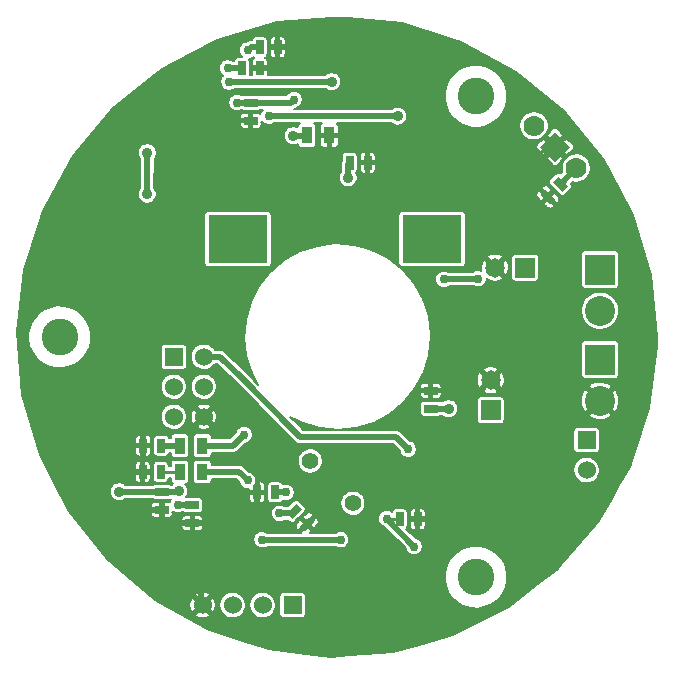
<source format=gbl>
G04 (created by PCBNEW (2013-mar-13)-testing) date Mon 02 Sep 2013 08:45:34 PM CEST*
%MOIN*%
G04 Gerber Fmt 3.4, Leading zero omitted, Abs format*
%FSLAX34Y34*%
G01*
G70*
G90*
G04 APERTURE LIST*
%ADD10C,0.005906*%
%ADD11R,0.065000X0.065000*%
%ADD12C,0.065000*%
%ADD13R,0.060000X0.060000*%
%ADD14C,0.060000*%
%ADD15R,0.196850X0.160000*%
%ADD16C,0.078740*%
%ADD17R,0.025000X0.045000*%
%ADD18R,0.035000X0.055000*%
%ADD19C,0.122047*%
%ADD20R,0.045000X0.025000*%
%ADD21C,0.056000*%
%ADD22C,0.070000*%
%ADD23R,0.100000X0.100000*%
%ADD24C,0.100000*%
%ADD25C,0.030000*%
%ADD26C,0.035000*%
%ADD27C,0.020000*%
%ADD28C,0.010000*%
%ADD29C,0.008000*%
G04 APERTURE END LIST*
G54D10*
G54D11*
X57400Y-32200D03*
G54D12*
X57400Y-31200D03*
G54D11*
X58550Y-27450D03*
G54D12*
X57550Y-27450D03*
G54D13*
X46840Y-30420D03*
G54D14*
X47840Y-30420D03*
X46840Y-31420D03*
X47840Y-31420D03*
X46840Y-32420D03*
X47840Y-32420D03*
G54D15*
X55450Y-26500D03*
G54D16*
X55450Y-26500D03*
G54D15*
X48975Y-26500D03*
G54D16*
X48975Y-26500D03*
G54D17*
X49100Y-20800D03*
X49700Y-20800D03*
G54D18*
X47795Y-34260D03*
X47045Y-34260D03*
X47795Y-33380D03*
X47045Y-33380D03*
G54D19*
X43036Y-29755D03*
G54D10*
G36*
X59661Y-24420D02*
X59979Y-24738D01*
X59802Y-24915D01*
X59484Y-24597D01*
X59661Y-24420D01*
X59661Y-24420D01*
G37*
G36*
X59237Y-24844D02*
X59555Y-25162D01*
X59378Y-25339D01*
X59060Y-25021D01*
X59237Y-24844D01*
X59237Y-24844D01*
G37*
G54D17*
X52700Y-23950D03*
X53300Y-23950D03*
G54D20*
X49400Y-21950D03*
X49400Y-22550D03*
X55400Y-32150D03*
X55400Y-31550D03*
G54D21*
X52807Y-35307D03*
X51392Y-33892D03*
G54D13*
X60600Y-33200D03*
G54D14*
X60600Y-34200D03*
G54D20*
X46440Y-34920D03*
X46440Y-35520D03*
G54D19*
X56914Y-37766D03*
X56914Y-21739D03*
G54D18*
X51275Y-23040D03*
X52025Y-23040D03*
G54D17*
X49700Y-20100D03*
X50300Y-20100D03*
G54D22*
X60257Y-24132D03*
G54D10*
G36*
X59550Y-23919D02*
X59055Y-23425D01*
X59550Y-22930D01*
X60044Y-23425D01*
X59550Y-23919D01*
X59550Y-23919D01*
G37*
G54D22*
X58842Y-22717D03*
G54D17*
X46420Y-33380D03*
X45820Y-33380D03*
X46400Y-34260D03*
X45800Y-34260D03*
G54D23*
X61050Y-27511D03*
G54D24*
X61050Y-28889D03*
G54D23*
X61050Y-30511D03*
G54D24*
X61050Y-31889D03*
G54D17*
X50215Y-34940D03*
X49615Y-34940D03*
G54D10*
G36*
X50610Y-35638D02*
X50928Y-35320D01*
X51105Y-35497D01*
X50787Y-35815D01*
X50610Y-35638D01*
X50610Y-35638D01*
G37*
G36*
X51034Y-36062D02*
X51352Y-35744D01*
X51529Y-35921D01*
X51211Y-36239D01*
X51034Y-36062D01*
X51034Y-36062D01*
G37*
G54D20*
X47460Y-35370D03*
X47460Y-35970D03*
G54D17*
X54365Y-35835D03*
X54965Y-35835D03*
G54D13*
X50800Y-38700D03*
G54D14*
X49800Y-38700D03*
X48800Y-38700D03*
X47800Y-38700D03*
G54D25*
X56980Y-27820D03*
X55840Y-27840D03*
X46980Y-35350D03*
X48640Y-20800D03*
G54D26*
X45960Y-23620D03*
X45950Y-25000D03*
G54D25*
X52400Y-36520D03*
X49780Y-36520D03*
G54D26*
X52100Y-21250D03*
G54D25*
X48680Y-21260D03*
X57900Y-26800D03*
X44650Y-34550D03*
X45200Y-23450D03*
X45150Y-23950D03*
X44750Y-24450D03*
X44700Y-25200D03*
X44700Y-26050D03*
X44700Y-26950D03*
X44700Y-28100D03*
X44700Y-29200D03*
X44700Y-30050D03*
X44700Y-31050D03*
X44700Y-32000D03*
X44700Y-33000D03*
X44700Y-33950D03*
X52550Y-38750D03*
X57700Y-34700D03*
X58300Y-35150D03*
X57775Y-23830D03*
X50150Y-22780D03*
X50880Y-20360D03*
X56770Y-20425D03*
X56040Y-20330D03*
X54800Y-19660D03*
X53790Y-19610D03*
X52770Y-19625D03*
X51945Y-19600D03*
X51140Y-19475D03*
X50340Y-19495D03*
X46285Y-29695D03*
X46300Y-29095D03*
X46890Y-27400D03*
X46280Y-27100D03*
X46270Y-26380D03*
X46270Y-25600D03*
X46460Y-24830D03*
G54D26*
X47425Y-25375D03*
X47425Y-24850D03*
G54D25*
X48230Y-22220D03*
X47800Y-22660D03*
X47170Y-23320D03*
X46690Y-23960D03*
X48350Y-20105D03*
X47925Y-20500D03*
X47490Y-21080D03*
X46980Y-21610D03*
X46485Y-22135D03*
G54D26*
X50250Y-23750D03*
G54D25*
X51410Y-23750D03*
X55520Y-24700D03*
X59760Y-22560D03*
X60380Y-23240D03*
X60095Y-22880D03*
X53240Y-24900D03*
X53180Y-25400D03*
X55000Y-24080D03*
X54480Y-22960D03*
X54800Y-23020D03*
X59250Y-24100D03*
X58800Y-23650D03*
X50600Y-36060D03*
X46880Y-35980D03*
X52400Y-26440D03*
X55760Y-28340D03*
X55220Y-28080D03*
X54900Y-27680D03*
X54080Y-26940D03*
X53800Y-26700D03*
X53520Y-26460D03*
X52960Y-26460D03*
X47500Y-28300D03*
X48100Y-28340D03*
X48720Y-28360D03*
X49340Y-28200D03*
X49680Y-27820D03*
X51040Y-26700D03*
X50600Y-26960D03*
X54320Y-20960D03*
X54300Y-21740D03*
X49950Y-35400D03*
X50180Y-36120D03*
X49040Y-35800D03*
X49160Y-36200D03*
X48640Y-36500D03*
X48640Y-36080D03*
X48520Y-35720D03*
X52700Y-21140D03*
X53200Y-21140D03*
X53700Y-21160D03*
G54D26*
X50020Y-25340D03*
X48100Y-25350D03*
X50440Y-25680D03*
X51350Y-25670D03*
X51350Y-25125D03*
X54000Y-33750D03*
X54000Y-34350D03*
X53500Y-34700D03*
X53500Y-34100D03*
X53200Y-33600D03*
X52240Y-35200D03*
G54D25*
X47300Y-38200D03*
X47750Y-37900D03*
X49180Y-33020D03*
X49300Y-34540D03*
G54D26*
X54300Y-22400D03*
G54D25*
X50000Y-22400D03*
X49300Y-20200D03*
X48950Y-21950D03*
X50850Y-21850D03*
G54D26*
X45020Y-34920D03*
X50825Y-23050D03*
X52650Y-24450D03*
X47000Y-34900D03*
G54D25*
X54850Y-36750D03*
X53940Y-35820D03*
X54650Y-33500D03*
G54D26*
X56000Y-32150D03*
G54D25*
X50360Y-35640D03*
X50580Y-34940D03*
G54D27*
X56980Y-27820D02*
X55860Y-27820D01*
X55860Y-27820D02*
X55840Y-27840D01*
X47460Y-35370D02*
X47000Y-35370D01*
G54D28*
X47000Y-35370D02*
X46980Y-35350D01*
X46980Y-35350D02*
X46985Y-35350D01*
G54D27*
X49100Y-20800D02*
X48640Y-20800D01*
X45950Y-25000D02*
X45960Y-23620D01*
X49780Y-36520D02*
X52400Y-36520D01*
G54D28*
X49120Y-26500D02*
X49119Y-26500D01*
G54D27*
X48680Y-21260D02*
X52090Y-21260D01*
G54D28*
X52090Y-21260D02*
X52100Y-21250D01*
X45200Y-23450D02*
X45150Y-23500D01*
X45150Y-23500D02*
X45150Y-23950D01*
X44750Y-24450D02*
X44700Y-24500D01*
X44700Y-24500D02*
X44700Y-25200D01*
X44700Y-26050D02*
X44700Y-26950D01*
X44700Y-28100D02*
X44700Y-29200D01*
X44700Y-30050D02*
X44700Y-31050D01*
X44700Y-32000D02*
X44700Y-33000D01*
X44700Y-33950D02*
X44650Y-34000D01*
X44650Y-34550D02*
X44650Y-34000D01*
X50880Y-20360D02*
X50880Y-20035D01*
X56800Y-20425D02*
X56830Y-20455D01*
X56770Y-20425D02*
X56800Y-20425D01*
X55370Y-19660D02*
X56040Y-20330D01*
X54800Y-19660D02*
X55370Y-19660D01*
X53775Y-19625D02*
X53790Y-19610D01*
X52770Y-19625D02*
X53775Y-19625D01*
X51820Y-19475D02*
X51945Y-19600D01*
X51140Y-19475D02*
X51820Y-19475D01*
X50880Y-20035D02*
X50340Y-19495D01*
X46285Y-29110D02*
X46285Y-29695D01*
X46300Y-29095D02*
X46285Y-29110D01*
X46690Y-23960D02*
X46460Y-24190D01*
X46580Y-27400D02*
X46890Y-27400D01*
X46280Y-27100D02*
X46580Y-27400D01*
X46270Y-25600D02*
X46270Y-26380D01*
X46460Y-24190D02*
X46460Y-24830D01*
X47425Y-24850D02*
X47425Y-24695D01*
X47170Y-23290D02*
X47800Y-22660D01*
X47170Y-23320D02*
X47170Y-23290D01*
X47425Y-24695D02*
X46690Y-23960D01*
X47925Y-20645D02*
X47925Y-20500D01*
X47490Y-21080D02*
X47925Y-20645D01*
X46980Y-21640D02*
X46980Y-21610D01*
X46485Y-22135D02*
X46980Y-21640D01*
X50250Y-23750D02*
X51410Y-23750D01*
X60095Y-22880D02*
X60380Y-23165D01*
X60380Y-23165D02*
X60380Y-23240D01*
X60095Y-22880D02*
X60100Y-22880D01*
X53180Y-24960D02*
X53240Y-24900D01*
X53180Y-25400D02*
X53180Y-24960D01*
X54540Y-23020D02*
X54480Y-22960D01*
X54800Y-23020D02*
X54540Y-23020D01*
X59550Y-23425D02*
X58800Y-23645D01*
X58800Y-23645D02*
X58800Y-23650D01*
X50180Y-36120D02*
X50540Y-36120D01*
X50540Y-36120D02*
X50600Y-36060D01*
X51500Y-26700D02*
X51620Y-26580D01*
X51620Y-26580D02*
X52260Y-26580D01*
X52260Y-26580D02*
X52400Y-26440D01*
X51040Y-26700D02*
X51500Y-26700D01*
X55220Y-28000D02*
X55220Y-28080D01*
X54900Y-27680D02*
X55220Y-28000D01*
X53900Y-26800D02*
X54080Y-26940D01*
X53800Y-26700D02*
X53900Y-26800D01*
X52960Y-26460D02*
X53520Y-26460D01*
X47425Y-28225D02*
X47500Y-28300D01*
X48100Y-28340D02*
X48120Y-28360D01*
X48120Y-28360D02*
X48720Y-28360D01*
X49340Y-28200D02*
X49680Y-27860D01*
X49680Y-27860D02*
X49680Y-27820D01*
X47425Y-25375D02*
X47425Y-28225D01*
X50860Y-26700D02*
X51040Y-26700D01*
X50600Y-26960D02*
X50860Y-26700D01*
X49950Y-35500D02*
X49950Y-35400D01*
X50180Y-36120D02*
X49950Y-35500D01*
X48940Y-36200D02*
X49160Y-36200D01*
X48640Y-36500D02*
X48940Y-36200D01*
X48580Y-35780D02*
X48640Y-36080D01*
X48520Y-35720D02*
X48580Y-35780D01*
X53220Y-21160D02*
X53200Y-21140D01*
X53700Y-21160D02*
X53220Y-21160D01*
X48075Y-25375D02*
X47425Y-25375D01*
X48100Y-25350D02*
X48075Y-25375D01*
X51275Y-25200D02*
X51350Y-25670D01*
X51350Y-25125D02*
X51275Y-25200D01*
G54D27*
X53850Y-34350D02*
X54000Y-34350D01*
X53500Y-34700D02*
X53850Y-34350D01*
X53500Y-33900D02*
X53500Y-34100D01*
X53200Y-33600D02*
X53500Y-33900D01*
X47800Y-38700D02*
X47750Y-38650D01*
X47750Y-38650D02*
X47750Y-37900D01*
X47045Y-33380D02*
X46420Y-33380D01*
X48820Y-33380D02*
X47795Y-33380D01*
X49180Y-33020D02*
X48820Y-33380D01*
X49020Y-34260D02*
X47795Y-34260D01*
X49300Y-34540D02*
X49020Y-34260D01*
X50000Y-22400D02*
X54300Y-22400D01*
G54D28*
X47045Y-34260D02*
X46400Y-34260D01*
G54D27*
X49700Y-20100D02*
X49400Y-20100D01*
G54D28*
X49400Y-20100D02*
X49300Y-20200D01*
X49400Y-21950D02*
X48950Y-21950D01*
G54D27*
X48950Y-21950D02*
X50750Y-21950D01*
X50750Y-21950D02*
X50850Y-21850D01*
X50850Y-21850D02*
X50825Y-21875D01*
G54D28*
X51275Y-23040D02*
X51265Y-23050D01*
G54D27*
X51265Y-23050D02*
X50825Y-23050D01*
G54D28*
X48950Y-21950D02*
X48950Y-21950D01*
G54D27*
X46440Y-34920D02*
X46980Y-34920D01*
G54D28*
X46980Y-34920D02*
X47000Y-34900D01*
G54D27*
X46980Y-34920D02*
X45020Y-34920D01*
G54D28*
X47020Y-34880D02*
X46980Y-34920D01*
X47000Y-34900D02*
X47020Y-34880D01*
X50850Y-23025D02*
X50825Y-23050D01*
X50825Y-23050D02*
X50850Y-23025D01*
X48925Y-21975D02*
X48950Y-21950D01*
G54D27*
X48925Y-21975D02*
X48950Y-21950D01*
G54D28*
X52700Y-23950D02*
X52650Y-24000D01*
G54D27*
X52650Y-24000D02*
X52650Y-24450D01*
X59732Y-24667D02*
X59732Y-24657D01*
X59732Y-24657D02*
X60257Y-24132D01*
X53940Y-35820D02*
X53940Y-35840D01*
X53940Y-35840D02*
X54850Y-36750D01*
G54D28*
X53950Y-35820D02*
X53940Y-35820D01*
X53920Y-35840D02*
X53860Y-35840D01*
X53940Y-35820D02*
X53920Y-35840D01*
G54D27*
X54250Y-33100D02*
X54650Y-33500D01*
X51050Y-33100D02*
X54250Y-33100D01*
X51050Y-33100D02*
X51060Y-33100D01*
X51060Y-33100D02*
X50840Y-32880D01*
X49100Y-31140D02*
X48380Y-30420D01*
X50840Y-32880D02*
X49100Y-31140D01*
G54D28*
X54365Y-35835D02*
X54350Y-35820D01*
X54350Y-35820D02*
X53950Y-35820D01*
G54D27*
X50215Y-34940D02*
X50580Y-34940D01*
G54D28*
X50857Y-35567D02*
X50785Y-35640D01*
G54D27*
X50785Y-35640D02*
X50360Y-35640D01*
G54D28*
X50810Y-35570D02*
X50740Y-35640D01*
X50590Y-34930D02*
X50580Y-34940D01*
G54D27*
X55400Y-32150D02*
X56000Y-32150D01*
X48380Y-30420D02*
X47840Y-30420D01*
G54D10*
G36*
X62955Y-29755D02*
X62951Y-30052D01*
X62690Y-32118D01*
X62033Y-34093D01*
X61692Y-34693D01*
X61692Y-31854D01*
X61690Y-31840D01*
X61690Y-28826D01*
X61690Y-28826D01*
X61690Y-28024D01*
X61690Y-27997D01*
X61690Y-26997D01*
X61684Y-26970D01*
X61674Y-26944D01*
X61658Y-26921D01*
X61639Y-26902D01*
X61616Y-26886D01*
X61590Y-26876D01*
X61563Y-26871D01*
X61536Y-26871D01*
X60747Y-26871D01*
X60747Y-24084D01*
X60728Y-23989D01*
X60691Y-23900D01*
X60638Y-23820D01*
X60570Y-23752D01*
X60491Y-23698D01*
X60402Y-23661D01*
X60308Y-23642D01*
X60212Y-23641D01*
X60184Y-23647D01*
X60184Y-23438D01*
X60184Y-23411D01*
X60179Y-23384D01*
X60169Y-23358D01*
X60153Y-23335D01*
X60134Y-23316D01*
X59963Y-23145D01*
X59914Y-23145D01*
X59829Y-23230D01*
X59829Y-23060D01*
X59829Y-23011D01*
X59658Y-22840D01*
X59639Y-22821D01*
X59616Y-22805D01*
X59590Y-22795D01*
X59563Y-22790D01*
X59536Y-22790D01*
X59509Y-22795D01*
X59483Y-22805D01*
X59460Y-22821D01*
X59332Y-22949D01*
X59332Y-22669D01*
X59314Y-22575D01*
X59277Y-22486D01*
X59224Y-22406D01*
X59156Y-22338D01*
X59077Y-22284D01*
X58988Y-22247D01*
X58894Y-22228D01*
X58798Y-22227D01*
X58703Y-22245D01*
X58614Y-22281D01*
X58534Y-22334D01*
X58465Y-22401D01*
X58411Y-22480D01*
X58373Y-22569D01*
X58353Y-22663D01*
X58352Y-22759D01*
X58369Y-22853D01*
X58404Y-22942D01*
X58457Y-23023D01*
X58523Y-23092D01*
X58602Y-23147D01*
X58690Y-23186D01*
X58784Y-23206D01*
X58880Y-23208D01*
X58975Y-23192D01*
X59064Y-23157D01*
X59146Y-23105D01*
X59215Y-23039D01*
X59271Y-22961D01*
X59310Y-22873D01*
X59331Y-22779D01*
X59332Y-22669D01*
X59332Y-22949D01*
X59270Y-23011D01*
X59270Y-23060D01*
X59550Y-23340D01*
X59829Y-23060D01*
X59829Y-23230D01*
X59634Y-23425D01*
X59914Y-23704D01*
X59963Y-23704D01*
X60153Y-23514D01*
X60169Y-23491D01*
X60179Y-23465D01*
X60184Y-23438D01*
X60184Y-23647D01*
X60118Y-23659D01*
X60028Y-23695D01*
X59948Y-23748D01*
X59879Y-23815D01*
X59829Y-23889D01*
X59829Y-23838D01*
X59829Y-23789D01*
X59550Y-23509D01*
X59465Y-23594D01*
X59465Y-23425D01*
X59185Y-23145D01*
X59136Y-23145D01*
X58946Y-23335D01*
X58930Y-23358D01*
X58920Y-23384D01*
X58915Y-23411D01*
X58915Y-23438D01*
X58920Y-23465D01*
X58930Y-23491D01*
X58946Y-23514D01*
X58965Y-23533D01*
X59136Y-23704D01*
X59185Y-23704D01*
X59465Y-23425D01*
X59465Y-23594D01*
X59270Y-23789D01*
X59270Y-23838D01*
X59441Y-24009D01*
X59460Y-24028D01*
X59483Y-24044D01*
X59509Y-24054D01*
X59536Y-24059D01*
X59563Y-24059D01*
X59590Y-24054D01*
X59616Y-24044D01*
X59639Y-24028D01*
X59829Y-23838D01*
X59829Y-23889D01*
X59825Y-23894D01*
X59787Y-23983D01*
X59767Y-24077D01*
X59766Y-24173D01*
X59783Y-24266D01*
X59743Y-24306D01*
X59727Y-24296D01*
X59702Y-24285D01*
X59675Y-24280D01*
X59647Y-24280D01*
X59620Y-24285D01*
X59595Y-24296D01*
X59572Y-24311D01*
X59552Y-24331D01*
X59375Y-24507D01*
X59360Y-24530D01*
X59350Y-24556D01*
X59344Y-24583D01*
X59344Y-24610D01*
X59350Y-24637D01*
X59360Y-24663D01*
X59375Y-24686D01*
X59395Y-24705D01*
X59713Y-25024D01*
X59736Y-25039D01*
X59762Y-25049D01*
X59789Y-25055D01*
X59816Y-25055D01*
X59843Y-25049D01*
X59869Y-25039D01*
X59892Y-25024D01*
X59911Y-25004D01*
X60088Y-24827D01*
X60103Y-24804D01*
X60114Y-24779D01*
X60119Y-24752D01*
X60119Y-24724D01*
X60114Y-24697D01*
X60103Y-24672D01*
X60088Y-24649D01*
X60083Y-24644D01*
X60124Y-24604D01*
X60198Y-24621D01*
X60294Y-24623D01*
X60389Y-24606D01*
X60479Y-24571D01*
X60560Y-24520D01*
X60629Y-24453D01*
X60685Y-24375D01*
X60724Y-24287D01*
X60745Y-24193D01*
X60747Y-24084D01*
X60747Y-26871D01*
X60536Y-26871D01*
X60509Y-26876D01*
X60483Y-26886D01*
X60460Y-26902D01*
X60441Y-26921D01*
X60425Y-26944D01*
X60415Y-26970D01*
X60410Y-26997D01*
X60410Y-27024D01*
X60410Y-28024D01*
X60415Y-28051D01*
X60425Y-28077D01*
X60441Y-28100D01*
X60460Y-28119D01*
X60483Y-28135D01*
X60509Y-28145D01*
X60536Y-28151D01*
X60563Y-28151D01*
X61563Y-28151D01*
X61590Y-28145D01*
X61616Y-28135D01*
X61639Y-28119D01*
X61658Y-28100D01*
X61674Y-28077D01*
X61684Y-28051D01*
X61690Y-28024D01*
X61690Y-28826D01*
X61665Y-28703D01*
X61617Y-28587D01*
X61548Y-28482D01*
X61459Y-28393D01*
X61355Y-28323D01*
X61240Y-28274D01*
X61117Y-28249D01*
X60991Y-28248D01*
X60868Y-28272D01*
X60752Y-28319D01*
X60647Y-28387D01*
X60557Y-28475D01*
X60486Y-28579D01*
X60437Y-28694D01*
X60410Y-28817D01*
X60409Y-28942D01*
X60431Y-29066D01*
X60478Y-29182D01*
X60546Y-29288D01*
X60633Y-29378D01*
X60736Y-29450D01*
X60851Y-29500D01*
X60973Y-29527D01*
X61099Y-29530D01*
X61222Y-29508D01*
X61339Y-29463D01*
X61445Y-29395D01*
X61536Y-29309D01*
X61609Y-29206D01*
X61660Y-29091D01*
X61688Y-28969D01*
X61690Y-28826D01*
X61690Y-31840D01*
X61690Y-31840D01*
X61690Y-31024D01*
X61690Y-30997D01*
X61690Y-29997D01*
X61684Y-29970D01*
X61674Y-29944D01*
X61658Y-29921D01*
X61639Y-29902D01*
X61616Y-29886D01*
X61590Y-29876D01*
X61563Y-29871D01*
X61536Y-29871D01*
X60536Y-29871D01*
X60509Y-29876D01*
X60483Y-29886D01*
X60460Y-29902D01*
X60441Y-29921D01*
X60425Y-29944D01*
X60415Y-29970D01*
X60410Y-29997D01*
X60410Y-30024D01*
X60410Y-31024D01*
X60415Y-31051D01*
X60425Y-31077D01*
X60441Y-31100D01*
X60460Y-31119D01*
X60483Y-31135D01*
X60509Y-31145D01*
X60536Y-31151D01*
X60563Y-31151D01*
X61563Y-31151D01*
X61590Y-31145D01*
X61616Y-31135D01*
X61639Y-31119D01*
X61658Y-31100D01*
X61674Y-31077D01*
X61684Y-31051D01*
X61690Y-31024D01*
X61690Y-31840D01*
X61673Y-31729D01*
X61629Y-31611D01*
X61603Y-31561D01*
X61520Y-31503D01*
X61435Y-31588D01*
X61435Y-31418D01*
X61377Y-31335D01*
X61263Y-31282D01*
X61141Y-31252D01*
X61015Y-31246D01*
X60890Y-31265D01*
X60772Y-31309D01*
X60722Y-31335D01*
X60664Y-31418D01*
X61050Y-31804D01*
X61435Y-31418D01*
X61435Y-31588D01*
X61134Y-31889D01*
X61520Y-32274D01*
X61603Y-32216D01*
X61656Y-32102D01*
X61686Y-31980D01*
X61692Y-31854D01*
X61692Y-34693D01*
X61435Y-35145D01*
X61435Y-32359D01*
X61050Y-31973D01*
X60965Y-32058D01*
X60965Y-31889D01*
X60579Y-31503D01*
X60496Y-31561D01*
X60443Y-31675D01*
X60413Y-31797D01*
X60407Y-31923D01*
X60426Y-32048D01*
X60470Y-32166D01*
X60496Y-32216D01*
X60579Y-32274D01*
X60965Y-31889D01*
X60965Y-32058D01*
X60664Y-32359D01*
X60722Y-32442D01*
X60836Y-32495D01*
X60958Y-32525D01*
X61084Y-32531D01*
X61209Y-32512D01*
X61327Y-32468D01*
X61377Y-32442D01*
X61435Y-32359D01*
X61435Y-35145D01*
X61040Y-35841D01*
X61040Y-34156D01*
X61040Y-34156D01*
X61040Y-33513D01*
X61040Y-33486D01*
X61040Y-32886D01*
X61034Y-32859D01*
X61024Y-32833D01*
X61008Y-32810D01*
X60989Y-32791D01*
X60966Y-32775D01*
X60940Y-32765D01*
X60913Y-32760D01*
X60886Y-32760D01*
X60286Y-32760D01*
X60259Y-32765D01*
X60233Y-32775D01*
X60210Y-32791D01*
X60191Y-32810D01*
X60175Y-32833D01*
X60165Y-32859D01*
X60160Y-32886D01*
X60160Y-32913D01*
X60160Y-33513D01*
X60165Y-33540D01*
X60175Y-33566D01*
X60191Y-33589D01*
X60210Y-33608D01*
X60233Y-33624D01*
X60259Y-33634D01*
X60286Y-33640D01*
X60313Y-33640D01*
X60913Y-33640D01*
X60940Y-33634D01*
X60966Y-33624D01*
X60989Y-33608D01*
X61008Y-33589D01*
X61024Y-33566D01*
X61034Y-33540D01*
X61040Y-33513D01*
X61040Y-34156D01*
X61023Y-34072D01*
X60990Y-33992D01*
X60942Y-33920D01*
X60881Y-33859D01*
X60810Y-33811D01*
X60730Y-33777D01*
X60646Y-33760D01*
X60559Y-33759D01*
X60475Y-33775D01*
X60395Y-33808D01*
X60322Y-33855D01*
X60261Y-33915D01*
X60212Y-33987D01*
X60178Y-34066D01*
X60160Y-34150D01*
X60159Y-34236D01*
X60174Y-34321D01*
X60206Y-34402D01*
X60253Y-34474D01*
X60313Y-34536D01*
X60384Y-34585D01*
X60463Y-34620D01*
X60547Y-34639D01*
X60633Y-34640D01*
X60718Y-34625D01*
X60799Y-34594D01*
X60872Y-34548D01*
X60934Y-34488D01*
X60984Y-34418D01*
X61019Y-34339D01*
X61038Y-34255D01*
X61040Y-34156D01*
X61040Y-35841D01*
X61004Y-35903D01*
X59695Y-37420D01*
X59695Y-25176D01*
X59695Y-25149D01*
X59689Y-25122D01*
X59679Y-25096D01*
X59664Y-25073D01*
X59644Y-25054D01*
X59562Y-24971D01*
X59512Y-24971D01*
X59428Y-25056D01*
X59428Y-24887D01*
X59428Y-24837D01*
X59345Y-24755D01*
X59326Y-24735D01*
X59303Y-24720D01*
X59277Y-24710D01*
X59250Y-24704D01*
X59223Y-24704D01*
X59196Y-24710D01*
X59170Y-24720D01*
X59147Y-24735D01*
X59116Y-24766D01*
X59116Y-24816D01*
X59307Y-25007D01*
X59428Y-24887D01*
X59428Y-25056D01*
X59392Y-25092D01*
X59583Y-25283D01*
X59633Y-25283D01*
X59664Y-25252D01*
X59679Y-25229D01*
X59689Y-25203D01*
X59695Y-25176D01*
X59695Y-37420D01*
X59644Y-37479D01*
X59498Y-37593D01*
X59498Y-25417D01*
X59498Y-25367D01*
X59307Y-25176D01*
X59223Y-25261D01*
X59223Y-25092D01*
X59032Y-24901D01*
X58982Y-24901D01*
X58951Y-24932D01*
X58936Y-24955D01*
X58925Y-24980D01*
X58920Y-25007D01*
X58920Y-25035D01*
X58925Y-25062D01*
X58936Y-25087D01*
X58951Y-25110D01*
X58971Y-25130D01*
X59053Y-25212D01*
X59102Y-25212D01*
X59223Y-25092D01*
X59223Y-25261D01*
X59187Y-25297D01*
X59187Y-25346D01*
X59269Y-25428D01*
X59289Y-25448D01*
X59312Y-25463D01*
X59337Y-25474D01*
X59364Y-25479D01*
X59392Y-25479D01*
X59419Y-25474D01*
X59444Y-25463D01*
X59467Y-25448D01*
X59498Y-25417D01*
X59498Y-37593D01*
X59015Y-37971D01*
X59015Y-27788D01*
X59015Y-27761D01*
X59015Y-27111D01*
X59009Y-27084D01*
X58999Y-27058D01*
X58983Y-27035D01*
X58964Y-27016D01*
X58941Y-27000D01*
X58915Y-26990D01*
X58888Y-26985D01*
X58861Y-26985D01*
X58211Y-26985D01*
X58184Y-26990D01*
X58158Y-27000D01*
X58135Y-27016D01*
X58116Y-27035D01*
X58100Y-27058D01*
X58090Y-27084D01*
X58085Y-27111D01*
X58085Y-27138D01*
X58085Y-27788D01*
X58090Y-27815D01*
X58100Y-27841D01*
X58116Y-27864D01*
X58135Y-27883D01*
X58158Y-27899D01*
X58184Y-27909D01*
X58211Y-27915D01*
X58238Y-27915D01*
X58888Y-27915D01*
X58915Y-27909D01*
X58941Y-27899D01*
X58964Y-27883D01*
X58983Y-27864D01*
X58999Y-27841D01*
X59009Y-27815D01*
X59015Y-27788D01*
X59015Y-37971D01*
X58015Y-38752D01*
X58015Y-27408D01*
X57998Y-27318D01*
X57963Y-27233D01*
X57960Y-27226D01*
X57958Y-27225D01*
X57958Y-21637D01*
X57918Y-21436D01*
X57840Y-21246D01*
X57727Y-21076D01*
X57582Y-20931D01*
X57413Y-20816D01*
X57224Y-20737D01*
X57023Y-20696D01*
X56819Y-20694D01*
X56618Y-20733D01*
X56428Y-20809D01*
X56256Y-20921D01*
X56110Y-21065D01*
X55994Y-21234D01*
X55914Y-21422D01*
X55871Y-21622D01*
X55868Y-21827D01*
X55905Y-22028D01*
X55981Y-22218D01*
X56092Y-22390D01*
X56234Y-22538D01*
X56402Y-22655D01*
X56590Y-22737D01*
X56789Y-22780D01*
X56994Y-22785D01*
X57196Y-22749D01*
X57387Y-22675D01*
X57559Y-22565D01*
X57708Y-22424D01*
X57826Y-22257D01*
X57909Y-22070D01*
X57954Y-21870D01*
X57958Y-21637D01*
X57958Y-27225D01*
X57895Y-27189D01*
X57810Y-27274D01*
X57810Y-27104D01*
X57773Y-27039D01*
X57689Y-27004D01*
X57599Y-26985D01*
X57508Y-26984D01*
X57418Y-27001D01*
X57333Y-27036D01*
X57326Y-27039D01*
X57289Y-27104D01*
X57550Y-27365D01*
X57810Y-27104D01*
X57810Y-27274D01*
X57634Y-27450D01*
X57895Y-27710D01*
X57960Y-27673D01*
X57995Y-27589D01*
X58014Y-27499D01*
X58015Y-27408D01*
X58015Y-38752D01*
X58003Y-38761D01*
X57958Y-38784D01*
X57958Y-37664D01*
X57918Y-37463D01*
X57865Y-37335D01*
X57865Y-31158D01*
X57848Y-31068D01*
X57813Y-30983D01*
X57810Y-30976D01*
X57810Y-27795D01*
X57550Y-27534D01*
X57544Y-27540D01*
X57465Y-27461D01*
X57459Y-27455D01*
X57465Y-27450D01*
X57204Y-27189D01*
X57139Y-27226D01*
X57104Y-27310D01*
X57085Y-27400D01*
X57084Y-27491D01*
X57096Y-27554D01*
X57066Y-27541D01*
X57010Y-27530D01*
X56953Y-27529D01*
X56897Y-27540D01*
X56844Y-27561D01*
X56817Y-27580D01*
X56574Y-27580D01*
X56574Y-27313D01*
X56574Y-27286D01*
X56574Y-25686D01*
X56568Y-25659D01*
X56558Y-25633D01*
X56542Y-25610D01*
X56523Y-25591D01*
X56500Y-25575D01*
X56475Y-25565D01*
X56448Y-25560D01*
X56420Y-25560D01*
X54615Y-25560D01*
X54615Y-22369D01*
X54603Y-22308D01*
X54579Y-22251D01*
X54545Y-22199D01*
X54501Y-22156D01*
X54450Y-22121D01*
X54393Y-22097D01*
X54333Y-22085D01*
X54271Y-22084D01*
X54210Y-22096D01*
X54153Y-22119D01*
X54101Y-22153D01*
X54094Y-22160D01*
X52415Y-22160D01*
X52415Y-21219D01*
X52403Y-21158D01*
X52379Y-21101D01*
X52345Y-21049D01*
X52301Y-21006D01*
X52250Y-20971D01*
X52193Y-20947D01*
X52133Y-20935D01*
X52071Y-20934D01*
X52010Y-20946D01*
X51953Y-20969D01*
X51901Y-21003D01*
X51884Y-21020D01*
X50565Y-21020D01*
X50565Y-20338D01*
X50565Y-20311D01*
X50565Y-20195D01*
X50565Y-20005D01*
X50565Y-19888D01*
X50565Y-19861D01*
X50559Y-19834D01*
X50549Y-19808D01*
X50533Y-19785D01*
X50514Y-19766D01*
X50491Y-19750D01*
X50465Y-19740D01*
X50438Y-19735D01*
X50395Y-19735D01*
X50360Y-19770D01*
X50360Y-20040D01*
X50530Y-20040D01*
X50565Y-20005D01*
X50565Y-20195D01*
X50530Y-20160D01*
X50360Y-20160D01*
X50360Y-20430D01*
X50395Y-20465D01*
X50438Y-20465D01*
X50465Y-20459D01*
X50491Y-20449D01*
X50514Y-20433D01*
X50533Y-20414D01*
X50549Y-20391D01*
X50559Y-20365D01*
X50565Y-20338D01*
X50565Y-21020D01*
X50240Y-21020D01*
X50240Y-20430D01*
X50240Y-20160D01*
X50240Y-20040D01*
X50240Y-19770D01*
X50205Y-19735D01*
X50161Y-19735D01*
X50134Y-19740D01*
X50108Y-19750D01*
X50085Y-19766D01*
X50066Y-19785D01*
X50050Y-19808D01*
X50040Y-19834D01*
X50035Y-19861D01*
X50035Y-19888D01*
X50035Y-20005D01*
X50070Y-20040D01*
X50240Y-20040D01*
X50240Y-20160D01*
X50070Y-20160D01*
X50035Y-20195D01*
X50035Y-20311D01*
X50035Y-20338D01*
X50040Y-20365D01*
X50050Y-20391D01*
X50066Y-20414D01*
X50085Y-20433D01*
X50108Y-20449D01*
X50134Y-20459D01*
X50161Y-20465D01*
X50205Y-20465D01*
X50240Y-20430D01*
X50240Y-21020D01*
X49965Y-21020D01*
X49965Y-21011D01*
X49965Y-20895D01*
X49930Y-20860D01*
X49760Y-20860D01*
X49760Y-20867D01*
X49640Y-20867D01*
X49640Y-20860D01*
X49470Y-20860D01*
X49435Y-20895D01*
X49435Y-21011D01*
X49435Y-21020D01*
X49365Y-21020D01*
X49365Y-21011D01*
X49365Y-20561D01*
X49359Y-20534D01*
X49349Y-20508D01*
X49335Y-20488D01*
X49378Y-20480D01*
X49431Y-20460D01*
X49479Y-20429D01*
X49480Y-20428D01*
X49485Y-20433D01*
X49508Y-20449D01*
X49510Y-20450D01*
X49508Y-20450D01*
X49485Y-20466D01*
X49466Y-20485D01*
X49450Y-20508D01*
X49440Y-20534D01*
X49435Y-20561D01*
X49435Y-20588D01*
X49435Y-20705D01*
X49470Y-20740D01*
X49640Y-20740D01*
X49640Y-20732D01*
X49760Y-20732D01*
X49760Y-20740D01*
X49930Y-20740D01*
X49965Y-20705D01*
X49965Y-20588D01*
X49965Y-20561D01*
X49959Y-20534D01*
X49949Y-20508D01*
X49933Y-20485D01*
X49914Y-20466D01*
X49891Y-20450D01*
X49889Y-20450D01*
X49891Y-20449D01*
X49914Y-20433D01*
X49933Y-20414D01*
X49949Y-20391D01*
X49959Y-20365D01*
X49965Y-20338D01*
X49965Y-20311D01*
X49965Y-19861D01*
X49959Y-19834D01*
X49949Y-19808D01*
X49933Y-19785D01*
X49914Y-19766D01*
X49891Y-19750D01*
X49865Y-19740D01*
X49838Y-19735D01*
X49811Y-19735D01*
X49561Y-19735D01*
X49534Y-19740D01*
X49508Y-19750D01*
X49485Y-19766D01*
X49466Y-19785D01*
X49450Y-19808D01*
X49440Y-19834D01*
X49435Y-19860D01*
X49400Y-19860D01*
X49353Y-19864D01*
X49308Y-19878D01*
X49267Y-19900D01*
X49249Y-19914D01*
X49217Y-19920D01*
X49164Y-19941D01*
X49117Y-19972D01*
X49076Y-20012D01*
X49044Y-20059D01*
X49022Y-20111D01*
X49010Y-20167D01*
X49009Y-20224D01*
X49019Y-20280D01*
X49040Y-20333D01*
X49071Y-20381D01*
X49111Y-20421D01*
X49129Y-20435D01*
X48961Y-20435D01*
X48934Y-20440D01*
X48908Y-20450D01*
X48885Y-20466D01*
X48866Y-20485D01*
X48850Y-20508D01*
X48840Y-20534D01*
X48835Y-20560D01*
X48802Y-20560D01*
X48778Y-20543D01*
X48726Y-20521D01*
X48670Y-20510D01*
X48613Y-20509D01*
X48557Y-20520D01*
X48504Y-20541D01*
X48457Y-20572D01*
X48416Y-20612D01*
X48384Y-20659D01*
X48362Y-20711D01*
X48350Y-20767D01*
X48349Y-20824D01*
X48359Y-20880D01*
X48380Y-20933D01*
X48411Y-20981D01*
X48451Y-21021D01*
X48484Y-21045D01*
X48456Y-21072D01*
X48424Y-21119D01*
X48402Y-21171D01*
X48390Y-21227D01*
X48389Y-21284D01*
X48399Y-21340D01*
X48420Y-21393D01*
X48451Y-21441D01*
X48491Y-21481D01*
X48537Y-21514D01*
X48589Y-21537D01*
X48645Y-21549D01*
X48702Y-21550D01*
X48758Y-21540D01*
X48811Y-21520D01*
X48843Y-21500D01*
X51907Y-21500D01*
X51945Y-21526D01*
X52002Y-21551D01*
X52062Y-21564D01*
X52124Y-21565D01*
X52185Y-21554D01*
X52242Y-21532D01*
X52294Y-21499D01*
X52339Y-21456D01*
X52375Y-21406D01*
X52400Y-21349D01*
X52414Y-21289D01*
X52415Y-21219D01*
X52415Y-22160D01*
X50863Y-22160D01*
X50880Y-22151D01*
X50881Y-22150D01*
X50882Y-22149D01*
X50899Y-22135D01*
X50900Y-22135D01*
X50928Y-22130D01*
X50981Y-22110D01*
X51029Y-22079D01*
X51070Y-22040D01*
X51103Y-21993D01*
X51126Y-21941D01*
X51139Y-21886D01*
X51140Y-21821D01*
X51128Y-21765D01*
X51107Y-21713D01*
X51075Y-21665D01*
X51035Y-21625D01*
X50988Y-21593D01*
X50936Y-21571D01*
X50880Y-21560D01*
X50823Y-21559D01*
X50767Y-21570D01*
X50714Y-21591D01*
X50667Y-21622D01*
X50626Y-21662D01*
X50594Y-21709D01*
X50594Y-21710D01*
X49704Y-21710D01*
X49691Y-21700D01*
X49665Y-21690D01*
X49638Y-21685D01*
X49611Y-21685D01*
X49161Y-21685D01*
X49134Y-21690D01*
X49108Y-21700D01*
X49104Y-21704D01*
X49088Y-21693D01*
X49036Y-21671D01*
X48980Y-21660D01*
X48923Y-21659D01*
X48867Y-21670D01*
X48814Y-21691D01*
X48767Y-21722D01*
X48726Y-21762D01*
X48694Y-21809D01*
X48672Y-21861D01*
X48660Y-21917D01*
X48659Y-21974D01*
X48669Y-22030D01*
X48690Y-22083D01*
X48721Y-22131D01*
X48761Y-22171D01*
X48807Y-22204D01*
X48859Y-22227D01*
X48915Y-22239D01*
X48972Y-22240D01*
X49028Y-22230D01*
X49081Y-22210D01*
X49103Y-22195D01*
X49108Y-22199D01*
X49134Y-22209D01*
X49161Y-22215D01*
X49188Y-22215D01*
X49638Y-22215D01*
X49665Y-22209D01*
X49691Y-22199D01*
X49704Y-22190D01*
X49799Y-22190D01*
X49776Y-22212D01*
X49744Y-22259D01*
X49722Y-22311D01*
X49720Y-22322D01*
X49714Y-22316D01*
X49691Y-22300D01*
X49665Y-22290D01*
X49638Y-22285D01*
X49611Y-22285D01*
X49495Y-22285D01*
X49460Y-22320D01*
X49460Y-22490D01*
X49467Y-22490D01*
X49467Y-22610D01*
X49460Y-22610D01*
X49460Y-22780D01*
X49495Y-22815D01*
X49611Y-22815D01*
X49638Y-22815D01*
X49665Y-22809D01*
X49691Y-22799D01*
X49714Y-22783D01*
X49733Y-22764D01*
X49749Y-22741D01*
X49759Y-22715D01*
X49765Y-22688D01*
X49765Y-22645D01*
X49730Y-22610D01*
X49765Y-22610D01*
X49765Y-22570D01*
X49771Y-22581D01*
X49811Y-22621D01*
X49857Y-22654D01*
X49909Y-22677D01*
X49965Y-22689D01*
X50022Y-22690D01*
X50078Y-22680D01*
X50131Y-22660D01*
X50163Y-22640D01*
X51035Y-22640D01*
X51033Y-22640D01*
X51010Y-22656D01*
X50991Y-22675D01*
X50975Y-22698D01*
X50965Y-22724D01*
X50960Y-22751D01*
X50960Y-22765D01*
X50918Y-22747D01*
X50858Y-22735D01*
X50796Y-22734D01*
X50735Y-22746D01*
X50678Y-22769D01*
X50626Y-22803D01*
X50582Y-22846D01*
X50547Y-22897D01*
X50523Y-22954D01*
X50510Y-23014D01*
X50509Y-23076D01*
X50520Y-23137D01*
X50543Y-23194D01*
X50576Y-23246D01*
X50619Y-23291D01*
X50670Y-23326D01*
X50727Y-23351D01*
X50787Y-23364D01*
X50849Y-23365D01*
X50910Y-23354D01*
X50961Y-23335D01*
X50965Y-23355D01*
X50975Y-23381D01*
X50991Y-23404D01*
X51010Y-23423D01*
X51033Y-23439D01*
X51059Y-23449D01*
X51086Y-23455D01*
X51113Y-23455D01*
X51463Y-23455D01*
X51490Y-23449D01*
X51516Y-23439D01*
X51539Y-23423D01*
X51558Y-23404D01*
X51574Y-23381D01*
X51584Y-23355D01*
X51590Y-23328D01*
X51590Y-23301D01*
X51590Y-22751D01*
X51584Y-22724D01*
X51574Y-22698D01*
X51558Y-22675D01*
X51539Y-22656D01*
X51516Y-22640D01*
X51514Y-22640D01*
X51785Y-22640D01*
X51783Y-22640D01*
X51760Y-22656D01*
X51741Y-22675D01*
X51725Y-22698D01*
X51715Y-22724D01*
X51710Y-22751D01*
X51710Y-22778D01*
X51710Y-22945D01*
X51745Y-22980D01*
X51965Y-22980D01*
X51965Y-22972D01*
X52085Y-22972D01*
X52085Y-22980D01*
X52305Y-22980D01*
X52340Y-22945D01*
X52340Y-22778D01*
X52340Y-22751D01*
X52334Y-22724D01*
X52324Y-22698D01*
X52308Y-22675D01*
X52289Y-22656D01*
X52266Y-22640D01*
X52264Y-22640D01*
X54093Y-22640D01*
X54094Y-22641D01*
X54145Y-22676D01*
X54202Y-22701D01*
X54262Y-22714D01*
X54324Y-22715D01*
X54385Y-22704D01*
X54442Y-22682D01*
X54494Y-22649D01*
X54539Y-22606D01*
X54575Y-22556D01*
X54600Y-22499D01*
X54614Y-22439D01*
X54615Y-22369D01*
X54615Y-25560D01*
X54451Y-25560D01*
X54424Y-25565D01*
X54399Y-25575D01*
X54376Y-25591D01*
X54357Y-25610D01*
X54341Y-25633D01*
X54331Y-25659D01*
X54325Y-25686D01*
X54325Y-25713D01*
X54325Y-27313D01*
X54331Y-27340D01*
X54341Y-27366D01*
X54357Y-27389D01*
X54376Y-27408D01*
X54399Y-27424D01*
X54424Y-27434D01*
X54451Y-27440D01*
X54479Y-27440D01*
X56448Y-27440D01*
X56475Y-27434D01*
X56500Y-27424D01*
X56523Y-27408D01*
X56542Y-27389D01*
X56558Y-27366D01*
X56568Y-27340D01*
X56574Y-27313D01*
X56574Y-27580D01*
X55969Y-27580D01*
X55926Y-27561D01*
X55870Y-27550D01*
X55813Y-27549D01*
X55757Y-27560D01*
X55704Y-27581D01*
X55657Y-27612D01*
X55616Y-27652D01*
X55584Y-27699D01*
X55562Y-27751D01*
X55550Y-27807D01*
X55549Y-27864D01*
X55559Y-27920D01*
X55580Y-27973D01*
X55611Y-28021D01*
X55651Y-28061D01*
X55697Y-28094D01*
X55749Y-28117D01*
X55805Y-28129D01*
X55862Y-28130D01*
X55918Y-28120D01*
X55971Y-28100D01*
X56019Y-28069D01*
X56029Y-28060D01*
X56817Y-28060D01*
X56837Y-28074D01*
X56889Y-28097D01*
X56945Y-28109D01*
X57002Y-28110D01*
X57058Y-28100D01*
X57111Y-28080D01*
X57159Y-28049D01*
X57200Y-28010D01*
X57233Y-27963D01*
X57256Y-27911D01*
X57269Y-27856D01*
X57269Y-27815D01*
X57289Y-27795D01*
X57326Y-27860D01*
X57410Y-27895D01*
X57500Y-27914D01*
X57591Y-27915D01*
X57681Y-27898D01*
X57766Y-27863D01*
X57773Y-27860D01*
X57810Y-27795D01*
X57810Y-30976D01*
X57810Y-30976D01*
X57745Y-30939D01*
X57660Y-31024D01*
X57660Y-30854D01*
X57623Y-30789D01*
X57539Y-30754D01*
X57449Y-30735D01*
X57358Y-30734D01*
X57268Y-30751D01*
X57183Y-30786D01*
X57176Y-30789D01*
X57139Y-30854D01*
X57400Y-31115D01*
X57660Y-30854D01*
X57660Y-31024D01*
X57484Y-31200D01*
X57745Y-31460D01*
X57810Y-31423D01*
X57845Y-31339D01*
X57864Y-31249D01*
X57865Y-31158D01*
X57865Y-37335D01*
X57865Y-37334D01*
X57865Y-32538D01*
X57865Y-32511D01*
X57865Y-31861D01*
X57859Y-31834D01*
X57849Y-31808D01*
X57833Y-31785D01*
X57814Y-31766D01*
X57791Y-31750D01*
X57765Y-31740D01*
X57738Y-31735D01*
X57711Y-31735D01*
X57660Y-31735D01*
X57660Y-31545D01*
X57400Y-31284D01*
X57315Y-31369D01*
X57315Y-31200D01*
X57054Y-30939D01*
X56989Y-30976D01*
X56954Y-31060D01*
X56935Y-31150D01*
X56934Y-31241D01*
X56951Y-31331D01*
X56986Y-31416D01*
X56989Y-31423D01*
X57054Y-31460D01*
X57315Y-31200D01*
X57315Y-31369D01*
X57139Y-31545D01*
X57176Y-31610D01*
X57260Y-31645D01*
X57350Y-31664D01*
X57441Y-31665D01*
X57531Y-31648D01*
X57616Y-31613D01*
X57623Y-31610D01*
X57660Y-31545D01*
X57660Y-31735D01*
X57061Y-31735D01*
X57034Y-31740D01*
X57008Y-31750D01*
X56985Y-31766D01*
X56966Y-31785D01*
X56950Y-31808D01*
X56940Y-31834D01*
X56935Y-31861D01*
X56935Y-31888D01*
X56935Y-32538D01*
X56940Y-32565D01*
X56950Y-32591D01*
X56966Y-32614D01*
X56985Y-32633D01*
X57008Y-32649D01*
X57034Y-32659D01*
X57061Y-32665D01*
X57088Y-32665D01*
X57738Y-32665D01*
X57765Y-32659D01*
X57791Y-32649D01*
X57814Y-32633D01*
X57833Y-32614D01*
X57849Y-32591D01*
X57859Y-32565D01*
X57865Y-32538D01*
X57865Y-37334D01*
X57840Y-37274D01*
X57727Y-37103D01*
X57582Y-36958D01*
X57413Y-36844D01*
X57224Y-36764D01*
X57023Y-36723D01*
X56819Y-36722D01*
X56618Y-36760D01*
X56428Y-36837D01*
X56315Y-36911D01*
X56315Y-32119D01*
X56303Y-32058D01*
X56279Y-32001D01*
X56245Y-31949D01*
X56201Y-31906D01*
X56150Y-31871D01*
X56093Y-31847D01*
X56033Y-31835D01*
X55971Y-31834D01*
X55910Y-31846D01*
X55853Y-31869D01*
X55801Y-31903D01*
X55794Y-31910D01*
X55765Y-31910D01*
X55765Y-31688D01*
X55765Y-31645D01*
X55765Y-31455D01*
X55765Y-31411D01*
X55759Y-31384D01*
X55749Y-31358D01*
X55733Y-31335D01*
X55714Y-31316D01*
X55691Y-31300D01*
X55665Y-31290D01*
X55638Y-31285D01*
X55611Y-31285D01*
X55495Y-31285D01*
X55460Y-31320D01*
X55460Y-31490D01*
X55730Y-31490D01*
X55765Y-31455D01*
X55765Y-31645D01*
X55730Y-31610D01*
X55460Y-31610D01*
X55460Y-31780D01*
X55495Y-31815D01*
X55611Y-31815D01*
X55638Y-31815D01*
X55665Y-31809D01*
X55691Y-31799D01*
X55714Y-31783D01*
X55733Y-31764D01*
X55749Y-31741D01*
X55759Y-31715D01*
X55765Y-31688D01*
X55765Y-31910D01*
X55704Y-31910D01*
X55691Y-31900D01*
X55665Y-31890D01*
X55638Y-31885D01*
X55611Y-31885D01*
X55409Y-31885D01*
X55409Y-29750D01*
X55408Y-29663D01*
X55332Y-29061D01*
X55140Y-28485D01*
X54841Y-27957D01*
X54444Y-27498D01*
X53966Y-27124D01*
X53565Y-26921D01*
X53565Y-24188D01*
X53565Y-24161D01*
X53565Y-24045D01*
X53565Y-23855D01*
X53565Y-23738D01*
X53565Y-23711D01*
X53559Y-23684D01*
X53549Y-23658D01*
X53533Y-23635D01*
X53514Y-23616D01*
X53491Y-23600D01*
X53465Y-23590D01*
X53438Y-23585D01*
X53395Y-23585D01*
X53360Y-23620D01*
X53360Y-23890D01*
X53530Y-23890D01*
X53565Y-23855D01*
X53565Y-24045D01*
X53530Y-24010D01*
X53360Y-24010D01*
X53360Y-24280D01*
X53395Y-24315D01*
X53438Y-24315D01*
X53465Y-24309D01*
X53491Y-24299D01*
X53514Y-24283D01*
X53533Y-24264D01*
X53549Y-24241D01*
X53559Y-24215D01*
X53565Y-24188D01*
X53565Y-26921D01*
X53424Y-26850D01*
X53240Y-26799D01*
X53240Y-24280D01*
X53240Y-24010D01*
X53240Y-23890D01*
X53240Y-23620D01*
X53205Y-23585D01*
X53161Y-23585D01*
X53134Y-23590D01*
X53108Y-23600D01*
X53085Y-23616D01*
X53066Y-23635D01*
X53050Y-23658D01*
X53040Y-23684D01*
X53035Y-23711D01*
X53035Y-23738D01*
X53035Y-23855D01*
X53070Y-23890D01*
X53240Y-23890D01*
X53240Y-24010D01*
X53070Y-24010D01*
X53035Y-24045D01*
X53035Y-24161D01*
X53035Y-24188D01*
X53040Y-24215D01*
X53050Y-24241D01*
X53066Y-24264D01*
X53085Y-24283D01*
X53108Y-24299D01*
X53134Y-24309D01*
X53161Y-24315D01*
X53205Y-24315D01*
X53240Y-24280D01*
X53240Y-26799D01*
X52965Y-26722D01*
X52965Y-24419D01*
X52953Y-24358D01*
X52929Y-24301D01*
X52916Y-24281D01*
X52933Y-24264D01*
X52949Y-24241D01*
X52959Y-24215D01*
X52965Y-24188D01*
X52965Y-24161D01*
X52965Y-23711D01*
X52959Y-23684D01*
X52949Y-23658D01*
X52933Y-23635D01*
X52914Y-23616D01*
X52891Y-23600D01*
X52865Y-23590D01*
X52838Y-23585D01*
X52811Y-23585D01*
X52561Y-23585D01*
X52534Y-23590D01*
X52508Y-23600D01*
X52485Y-23616D01*
X52466Y-23635D01*
X52450Y-23658D01*
X52440Y-23684D01*
X52435Y-23711D01*
X52435Y-23738D01*
X52435Y-23895D01*
X52429Y-23905D01*
X52415Y-23950D01*
X52410Y-23996D01*
X52410Y-24000D01*
X52410Y-24244D01*
X52407Y-24246D01*
X52372Y-24297D01*
X52348Y-24354D01*
X52340Y-24393D01*
X52340Y-23328D01*
X52340Y-23301D01*
X52340Y-23135D01*
X52305Y-23100D01*
X52085Y-23100D01*
X52085Y-23420D01*
X52120Y-23455D01*
X52213Y-23455D01*
X52240Y-23449D01*
X52266Y-23439D01*
X52289Y-23423D01*
X52308Y-23404D01*
X52324Y-23381D01*
X52334Y-23355D01*
X52340Y-23328D01*
X52340Y-24393D01*
X52335Y-24414D01*
X52334Y-24476D01*
X52345Y-24537D01*
X52368Y-24594D01*
X52401Y-24646D01*
X52444Y-24691D01*
X52495Y-24726D01*
X52552Y-24751D01*
X52612Y-24764D01*
X52674Y-24765D01*
X52735Y-24754D01*
X52792Y-24732D01*
X52844Y-24699D01*
X52889Y-24656D01*
X52925Y-24606D01*
X52950Y-24549D01*
X52964Y-24489D01*
X52965Y-24419D01*
X52965Y-26722D01*
X52839Y-26687D01*
X52234Y-26640D01*
X51965Y-26673D01*
X51965Y-23420D01*
X51965Y-23100D01*
X51745Y-23100D01*
X51710Y-23135D01*
X51710Y-23301D01*
X51710Y-23328D01*
X51715Y-23355D01*
X51725Y-23381D01*
X51741Y-23404D01*
X51760Y-23423D01*
X51783Y-23439D01*
X51809Y-23449D01*
X51836Y-23455D01*
X51930Y-23455D01*
X51965Y-23420D01*
X51965Y-26673D01*
X51632Y-26712D01*
X51055Y-26900D01*
X50525Y-27196D01*
X50099Y-27559D01*
X50099Y-27313D01*
X50099Y-27286D01*
X50099Y-25686D01*
X50093Y-25659D01*
X50083Y-25633D01*
X50067Y-25610D01*
X50048Y-25591D01*
X50025Y-25575D01*
X50000Y-25565D01*
X49973Y-25560D01*
X49945Y-25560D01*
X49765Y-25560D01*
X49340Y-25560D01*
X49340Y-22780D01*
X49340Y-22610D01*
X49340Y-22490D01*
X49340Y-22320D01*
X49305Y-22285D01*
X49188Y-22285D01*
X49161Y-22285D01*
X49134Y-22290D01*
X49108Y-22300D01*
X49085Y-22316D01*
X49066Y-22335D01*
X49050Y-22358D01*
X49040Y-22384D01*
X49035Y-22411D01*
X49035Y-22455D01*
X49070Y-22490D01*
X49340Y-22490D01*
X49340Y-22610D01*
X49070Y-22610D01*
X49035Y-22645D01*
X49035Y-22688D01*
X49040Y-22715D01*
X49050Y-22741D01*
X49066Y-22764D01*
X49085Y-22783D01*
X49108Y-22799D01*
X49134Y-22809D01*
X49161Y-22815D01*
X49188Y-22815D01*
X49305Y-22815D01*
X49340Y-22780D01*
X49340Y-25560D01*
X47976Y-25560D01*
X47949Y-25565D01*
X47924Y-25575D01*
X47901Y-25591D01*
X47882Y-25610D01*
X47866Y-25633D01*
X47856Y-25659D01*
X47850Y-25686D01*
X47850Y-25713D01*
X47850Y-27313D01*
X47856Y-27340D01*
X47866Y-27366D01*
X47882Y-27389D01*
X47901Y-27408D01*
X47924Y-27424D01*
X47949Y-27434D01*
X47976Y-27440D01*
X48004Y-27440D01*
X49973Y-27440D01*
X50000Y-27434D01*
X50025Y-27424D01*
X50048Y-27408D01*
X50067Y-27389D01*
X50083Y-27366D01*
X50093Y-27340D01*
X50099Y-27313D01*
X50099Y-27559D01*
X50063Y-27589D01*
X49686Y-28065D01*
X49408Y-28605D01*
X49241Y-29188D01*
X49190Y-29793D01*
X49258Y-30396D01*
X49441Y-30975D01*
X49646Y-31346D01*
X49269Y-30970D01*
X48549Y-30250D01*
X48532Y-30236D01*
X48515Y-30221D01*
X48514Y-30221D01*
X48513Y-30220D01*
X48493Y-30210D01*
X48474Y-30199D01*
X48473Y-30199D01*
X48472Y-30198D01*
X48451Y-30191D01*
X48429Y-30185D01*
X48428Y-30185D01*
X48427Y-30184D01*
X48405Y-30182D01*
X48383Y-30180D01*
X48380Y-30180D01*
X48380Y-30180D01*
X48380Y-30180D01*
X48380Y-30180D01*
X48208Y-30180D01*
X48182Y-30140D01*
X48121Y-30079D01*
X48050Y-30031D01*
X47970Y-29997D01*
X47886Y-29980D01*
X47799Y-29979D01*
X47715Y-29995D01*
X47635Y-30028D01*
X47562Y-30075D01*
X47501Y-30135D01*
X47452Y-30207D01*
X47418Y-30286D01*
X47400Y-30370D01*
X47399Y-30456D01*
X47414Y-30541D01*
X47446Y-30622D01*
X47493Y-30694D01*
X47553Y-30756D01*
X47624Y-30805D01*
X47703Y-30840D01*
X47787Y-30859D01*
X47873Y-30860D01*
X47958Y-30845D01*
X48039Y-30814D01*
X48112Y-30768D01*
X48174Y-30708D01*
X48209Y-30660D01*
X48280Y-30660D01*
X48930Y-31309D01*
X50670Y-33049D01*
X50846Y-33225D01*
X50849Y-33231D01*
X50878Y-33267D01*
X50914Y-33298D01*
X50955Y-33320D01*
X51000Y-33334D01*
X51046Y-33339D01*
X51050Y-33340D01*
X51060Y-33340D01*
X54150Y-33340D01*
X54365Y-33554D01*
X54369Y-33580D01*
X54390Y-33633D01*
X54421Y-33681D01*
X54461Y-33721D01*
X54507Y-33754D01*
X54559Y-33777D01*
X54615Y-33789D01*
X54672Y-33790D01*
X54728Y-33780D01*
X54781Y-33760D01*
X54829Y-33729D01*
X54870Y-33690D01*
X54903Y-33643D01*
X54926Y-33591D01*
X54939Y-33536D01*
X54940Y-33471D01*
X54928Y-33415D01*
X54907Y-33363D01*
X54875Y-33315D01*
X54835Y-33275D01*
X54788Y-33243D01*
X54736Y-33221D01*
X54704Y-33215D01*
X54419Y-32930D01*
X54402Y-32916D01*
X54385Y-32901D01*
X54384Y-32901D01*
X54383Y-32900D01*
X54363Y-32890D01*
X54344Y-32879D01*
X54343Y-32879D01*
X54342Y-32878D01*
X54321Y-32871D01*
X54299Y-32865D01*
X54298Y-32865D01*
X54297Y-32864D01*
X54275Y-32862D01*
X54253Y-32860D01*
X54250Y-32860D01*
X54250Y-32860D01*
X54250Y-32860D01*
X54250Y-32860D01*
X51159Y-32860D01*
X51009Y-32710D01*
X50710Y-32411D01*
X51135Y-32633D01*
X51717Y-32804D01*
X52321Y-32859D01*
X52925Y-32796D01*
X53505Y-32616D01*
X54038Y-32328D01*
X54506Y-31941D01*
X54890Y-31470D01*
X55175Y-30935D01*
X55350Y-30354D01*
X55409Y-29750D01*
X55409Y-31885D01*
X55340Y-31885D01*
X55340Y-31780D01*
X55340Y-31610D01*
X55340Y-31490D01*
X55340Y-31320D01*
X55305Y-31285D01*
X55188Y-31285D01*
X55161Y-31285D01*
X55134Y-31290D01*
X55108Y-31300D01*
X55085Y-31316D01*
X55066Y-31335D01*
X55050Y-31358D01*
X55040Y-31384D01*
X55035Y-31411D01*
X55035Y-31455D01*
X55070Y-31490D01*
X55340Y-31490D01*
X55340Y-31610D01*
X55070Y-31610D01*
X55035Y-31645D01*
X55035Y-31688D01*
X55040Y-31715D01*
X55050Y-31741D01*
X55066Y-31764D01*
X55085Y-31783D01*
X55108Y-31799D01*
X55134Y-31809D01*
X55161Y-31815D01*
X55188Y-31815D01*
X55305Y-31815D01*
X55340Y-31780D01*
X55340Y-31885D01*
X55161Y-31885D01*
X55134Y-31890D01*
X55108Y-31900D01*
X55085Y-31916D01*
X55066Y-31935D01*
X55050Y-31958D01*
X55040Y-31984D01*
X55035Y-32011D01*
X55035Y-32038D01*
X55035Y-32288D01*
X55040Y-32315D01*
X55050Y-32341D01*
X55066Y-32364D01*
X55085Y-32383D01*
X55108Y-32399D01*
X55134Y-32409D01*
X55161Y-32415D01*
X55188Y-32415D01*
X55638Y-32415D01*
X55665Y-32409D01*
X55691Y-32399D01*
X55704Y-32390D01*
X55793Y-32390D01*
X55794Y-32391D01*
X55845Y-32426D01*
X55902Y-32451D01*
X55962Y-32464D01*
X56024Y-32465D01*
X56085Y-32454D01*
X56142Y-32432D01*
X56194Y-32399D01*
X56239Y-32356D01*
X56275Y-32306D01*
X56300Y-32249D01*
X56314Y-32189D01*
X56315Y-32119D01*
X56315Y-36911D01*
X56256Y-36949D01*
X56110Y-37092D01*
X55994Y-37261D01*
X55914Y-37449D01*
X55871Y-37649D01*
X55868Y-37854D01*
X55905Y-38056D01*
X55981Y-38246D01*
X56092Y-38418D01*
X56234Y-38565D01*
X56402Y-38682D01*
X56590Y-38764D01*
X56789Y-38808D01*
X56994Y-38812D01*
X57196Y-38777D01*
X57387Y-38703D01*
X57559Y-38593D01*
X57708Y-38452D01*
X57826Y-38285D01*
X57909Y-38098D01*
X57954Y-37898D01*
X57958Y-37664D01*
X57958Y-38784D01*
X56145Y-39700D01*
X55230Y-39955D01*
X55230Y-36073D01*
X55230Y-36046D01*
X55230Y-35930D01*
X55230Y-35740D01*
X55230Y-35623D01*
X55230Y-35596D01*
X55224Y-35569D01*
X55214Y-35543D01*
X55198Y-35520D01*
X55179Y-35501D01*
X55156Y-35485D01*
X55130Y-35475D01*
X55103Y-35470D01*
X55060Y-35470D01*
X55025Y-35505D01*
X55025Y-35775D01*
X55195Y-35775D01*
X55230Y-35740D01*
X55230Y-35930D01*
X55195Y-35895D01*
X55025Y-35895D01*
X55025Y-36165D01*
X55060Y-36200D01*
X55103Y-36200D01*
X55130Y-36194D01*
X55156Y-36184D01*
X55179Y-36168D01*
X55198Y-36149D01*
X55214Y-36126D01*
X55224Y-36100D01*
X55230Y-36073D01*
X55230Y-39955D01*
X55140Y-39981D01*
X55140Y-36721D01*
X55128Y-36665D01*
X55107Y-36613D01*
X55075Y-36565D01*
X55035Y-36525D01*
X54988Y-36493D01*
X54936Y-36471D01*
X54905Y-36465D01*
X54905Y-36165D01*
X54905Y-35895D01*
X54905Y-35775D01*
X54905Y-35505D01*
X54870Y-35470D01*
X54826Y-35470D01*
X54799Y-35475D01*
X54773Y-35485D01*
X54750Y-35501D01*
X54731Y-35520D01*
X54715Y-35543D01*
X54705Y-35569D01*
X54700Y-35596D01*
X54700Y-35623D01*
X54700Y-35740D01*
X54735Y-35775D01*
X54905Y-35775D01*
X54905Y-35895D01*
X54735Y-35895D01*
X54700Y-35930D01*
X54700Y-36046D01*
X54700Y-36073D01*
X54705Y-36100D01*
X54715Y-36126D01*
X54731Y-36149D01*
X54750Y-36168D01*
X54773Y-36184D01*
X54799Y-36194D01*
X54826Y-36200D01*
X54870Y-36200D01*
X54905Y-36165D01*
X54905Y-36465D01*
X54904Y-36465D01*
X54593Y-36154D01*
X54598Y-36149D01*
X54614Y-36126D01*
X54624Y-36100D01*
X54630Y-36073D01*
X54630Y-36046D01*
X54630Y-35596D01*
X54624Y-35569D01*
X54614Y-35543D01*
X54598Y-35520D01*
X54579Y-35501D01*
X54556Y-35485D01*
X54530Y-35475D01*
X54503Y-35470D01*
X54476Y-35470D01*
X54226Y-35470D01*
X54199Y-35475D01*
X54173Y-35485D01*
X54150Y-35501D01*
X54131Y-35520D01*
X54115Y-35543D01*
X54105Y-35569D01*
X54103Y-35580D01*
X54078Y-35563D01*
X54026Y-35541D01*
X53970Y-35530D01*
X53913Y-35529D01*
X53857Y-35540D01*
X53804Y-35561D01*
X53757Y-35592D01*
X53716Y-35632D01*
X53684Y-35679D01*
X53662Y-35731D01*
X53650Y-35787D01*
X53649Y-35844D01*
X53659Y-35900D01*
X53680Y-35953D01*
X53711Y-36001D01*
X53751Y-36041D01*
X53797Y-36074D01*
X53849Y-36097D01*
X53859Y-36099D01*
X54565Y-36804D01*
X54569Y-36830D01*
X54590Y-36883D01*
X54621Y-36931D01*
X54661Y-36971D01*
X54707Y-37004D01*
X54759Y-37027D01*
X54815Y-37039D01*
X54872Y-37040D01*
X54928Y-37030D01*
X54981Y-37010D01*
X55029Y-36979D01*
X55070Y-36940D01*
X55103Y-36893D01*
X55126Y-36841D01*
X55139Y-36786D01*
X55140Y-36721D01*
X55140Y-39981D01*
X54140Y-40260D01*
X53227Y-40330D01*
X53227Y-35265D01*
X53211Y-35185D01*
X53179Y-35108D01*
X53134Y-35040D01*
X53076Y-34981D01*
X53007Y-34935D01*
X52931Y-34903D01*
X52851Y-34887D01*
X52768Y-34886D01*
X52687Y-34902D01*
X52611Y-34933D01*
X52542Y-34978D01*
X52483Y-35035D01*
X52437Y-35103D01*
X52404Y-35179D01*
X52387Y-35260D01*
X52386Y-35342D01*
X52401Y-35423D01*
X52431Y-35500D01*
X52476Y-35569D01*
X52533Y-35628D01*
X52601Y-35675D01*
X52676Y-35708D01*
X52757Y-35726D01*
X52839Y-35727D01*
X52920Y-35713D01*
X52997Y-35683D01*
X53066Y-35639D01*
X53126Y-35582D01*
X53174Y-35515D01*
X53207Y-35440D01*
X53225Y-35360D01*
X53227Y-35265D01*
X53227Y-40330D01*
X52690Y-40371D01*
X52690Y-36491D01*
X52678Y-36435D01*
X52657Y-36383D01*
X52625Y-36335D01*
X52585Y-36295D01*
X52538Y-36263D01*
X52486Y-36241D01*
X52430Y-36230D01*
X52373Y-36229D01*
X52317Y-36240D01*
X52264Y-36261D01*
X52237Y-36280D01*
X51812Y-36280D01*
X51812Y-33851D01*
X51796Y-33770D01*
X51765Y-33694D01*
X51719Y-33626D01*
X51661Y-33567D01*
X51593Y-33521D01*
X51517Y-33489D01*
X51437Y-33473D01*
X51354Y-33472D01*
X51273Y-33488D01*
X51197Y-33518D01*
X51128Y-33563D01*
X51069Y-33621D01*
X51023Y-33689D01*
X50990Y-33765D01*
X50973Y-33845D01*
X50972Y-33928D01*
X50987Y-34009D01*
X51017Y-34085D01*
X51062Y-34155D01*
X51119Y-34214D01*
X51187Y-34261D01*
X51262Y-34294D01*
X51342Y-34311D01*
X51425Y-34313D01*
X51506Y-34299D01*
X51583Y-34269D01*
X51652Y-34225D01*
X51712Y-34168D01*
X51759Y-34101D01*
X51793Y-34026D01*
X51811Y-33945D01*
X51812Y-33851D01*
X51812Y-36280D01*
X51669Y-36280D01*
X51669Y-35935D01*
X51669Y-35907D01*
X51664Y-35880D01*
X51653Y-35855D01*
X51638Y-35832D01*
X51607Y-35801D01*
X51557Y-35801D01*
X51473Y-35886D01*
X51473Y-35716D01*
X51473Y-35666D01*
X51442Y-35635D01*
X51419Y-35620D01*
X51393Y-35610D01*
X51366Y-35604D01*
X51339Y-35604D01*
X51312Y-35610D01*
X51286Y-35620D01*
X51263Y-35635D01*
X51245Y-35654D01*
X51245Y-35510D01*
X51245Y-35483D01*
X51239Y-35456D01*
X51229Y-35430D01*
X51214Y-35407D01*
X51194Y-35388D01*
X51017Y-35211D01*
X50994Y-35196D01*
X50969Y-35185D01*
X50942Y-35180D01*
X50914Y-35180D01*
X50887Y-35185D01*
X50870Y-35193D01*
X50870Y-34911D01*
X50858Y-34855D01*
X50837Y-34803D01*
X50805Y-34755D01*
X50765Y-34715D01*
X50718Y-34683D01*
X50666Y-34661D01*
X50610Y-34650D01*
X50553Y-34649D01*
X50497Y-34660D01*
X50473Y-34670D01*
X50464Y-34648D01*
X50448Y-34625D01*
X50429Y-34606D01*
X50406Y-34590D01*
X50380Y-34580D01*
X50353Y-34575D01*
X50326Y-34575D01*
X50076Y-34575D01*
X50049Y-34580D01*
X50023Y-34590D01*
X50000Y-34606D01*
X49981Y-34625D01*
X49965Y-34648D01*
X49955Y-34674D01*
X49950Y-34701D01*
X49950Y-34728D01*
X49950Y-35178D01*
X49955Y-35205D01*
X49965Y-35231D01*
X49981Y-35254D01*
X50000Y-35273D01*
X50023Y-35289D01*
X50049Y-35299D01*
X50076Y-35305D01*
X50103Y-35305D01*
X50353Y-35305D01*
X50380Y-35299D01*
X50406Y-35289D01*
X50429Y-35273D01*
X50448Y-35254D01*
X50464Y-35231D01*
X50473Y-35209D01*
X50489Y-35217D01*
X50545Y-35229D01*
X50602Y-35230D01*
X50658Y-35220D01*
X50711Y-35200D01*
X50759Y-35169D01*
X50800Y-35130D01*
X50833Y-35083D01*
X50856Y-35031D01*
X50869Y-34976D01*
X50870Y-34911D01*
X50870Y-35193D01*
X50862Y-35196D01*
X50839Y-35211D01*
X50819Y-35231D01*
X50650Y-35400D01*
X50522Y-35400D01*
X50498Y-35383D01*
X50446Y-35361D01*
X50390Y-35350D01*
X50333Y-35349D01*
X50277Y-35360D01*
X50224Y-35381D01*
X50177Y-35412D01*
X50136Y-35452D01*
X50104Y-35499D01*
X50082Y-35551D01*
X50070Y-35607D01*
X50069Y-35664D01*
X50079Y-35720D01*
X50100Y-35773D01*
X50131Y-35821D01*
X50171Y-35861D01*
X50217Y-35894D01*
X50269Y-35917D01*
X50325Y-35929D01*
X50382Y-35930D01*
X50438Y-35920D01*
X50491Y-35900D01*
X50523Y-35880D01*
X50653Y-35880D01*
X50697Y-35924D01*
X50720Y-35939D01*
X50746Y-35949D01*
X50773Y-35955D01*
X50800Y-35955D01*
X50827Y-35949D01*
X50853Y-35939D01*
X50876Y-35924D01*
X50895Y-35904D01*
X51214Y-35586D01*
X51229Y-35563D01*
X51239Y-35537D01*
X51245Y-35510D01*
X51245Y-35654D01*
X51244Y-35655D01*
X51161Y-35737D01*
X51161Y-35787D01*
X51282Y-35907D01*
X51473Y-35716D01*
X51473Y-35886D01*
X51366Y-35992D01*
X51487Y-36112D01*
X51536Y-36112D01*
X51618Y-36030D01*
X51638Y-36010D01*
X51653Y-35987D01*
X51664Y-35962D01*
X51669Y-35935D01*
X51669Y-36280D01*
X51369Y-36280D01*
X51402Y-36246D01*
X51402Y-36197D01*
X51282Y-36076D01*
X51197Y-36161D01*
X51197Y-35992D01*
X51077Y-35871D01*
X51027Y-35871D01*
X50945Y-35954D01*
X50925Y-35973D01*
X50910Y-35996D01*
X50900Y-36022D01*
X50894Y-36049D01*
X50894Y-36076D01*
X50900Y-36103D01*
X50910Y-36129D01*
X50925Y-36152D01*
X50956Y-36183D01*
X51006Y-36183D01*
X51197Y-35992D01*
X51197Y-36161D01*
X51091Y-36267D01*
X51091Y-36280D01*
X49942Y-36280D01*
X49918Y-36263D01*
X49880Y-36247D01*
X49880Y-35178D01*
X49880Y-35151D01*
X49880Y-35035D01*
X49880Y-34845D01*
X49880Y-34728D01*
X49880Y-34701D01*
X49874Y-34674D01*
X49864Y-34648D01*
X49848Y-34625D01*
X49829Y-34606D01*
X49806Y-34590D01*
X49780Y-34580D01*
X49753Y-34575D01*
X49710Y-34575D01*
X49675Y-34610D01*
X49675Y-34880D01*
X49845Y-34880D01*
X49880Y-34845D01*
X49880Y-35035D01*
X49845Y-35000D01*
X49675Y-35000D01*
X49675Y-35270D01*
X49710Y-35305D01*
X49753Y-35305D01*
X49780Y-35299D01*
X49806Y-35289D01*
X49829Y-35273D01*
X49848Y-35254D01*
X49864Y-35231D01*
X49874Y-35205D01*
X49880Y-35178D01*
X49880Y-36247D01*
X49866Y-36241D01*
X49810Y-36230D01*
X49753Y-36229D01*
X49697Y-36240D01*
X49644Y-36261D01*
X49597Y-36292D01*
X49590Y-36300D01*
X49590Y-34511D01*
X49578Y-34455D01*
X49557Y-34403D01*
X49525Y-34355D01*
X49485Y-34315D01*
X49470Y-34304D01*
X49470Y-32991D01*
X49458Y-32935D01*
X49437Y-32883D01*
X49405Y-32835D01*
X49365Y-32795D01*
X49318Y-32763D01*
X49266Y-32741D01*
X49210Y-32730D01*
X49153Y-32729D01*
X49097Y-32740D01*
X49044Y-32761D01*
X48997Y-32792D01*
X48956Y-32832D01*
X48924Y-32879D01*
X48902Y-32931D01*
X48895Y-32965D01*
X48720Y-33140D01*
X48280Y-33140D01*
X48280Y-32377D01*
X48280Y-32377D01*
X48280Y-31376D01*
X48263Y-31292D01*
X48230Y-31212D01*
X48182Y-31140D01*
X48121Y-31079D01*
X48050Y-31031D01*
X47970Y-30997D01*
X47886Y-30980D01*
X47799Y-30979D01*
X47715Y-30995D01*
X47635Y-31028D01*
X47562Y-31075D01*
X47501Y-31135D01*
X47452Y-31207D01*
X47418Y-31286D01*
X47400Y-31370D01*
X47399Y-31456D01*
X47414Y-31541D01*
X47446Y-31622D01*
X47493Y-31694D01*
X47553Y-31756D01*
X47624Y-31805D01*
X47703Y-31840D01*
X47787Y-31859D01*
X47873Y-31860D01*
X47958Y-31845D01*
X48039Y-31814D01*
X48112Y-31768D01*
X48174Y-31708D01*
X48224Y-31638D01*
X48259Y-31559D01*
X48278Y-31475D01*
X48280Y-31376D01*
X48280Y-32377D01*
X48263Y-32292D01*
X48230Y-32212D01*
X48229Y-32211D01*
X48167Y-32177D01*
X48082Y-32262D01*
X48082Y-32092D01*
X48048Y-32030D01*
X47968Y-31997D01*
X47883Y-31980D01*
X47797Y-31979D01*
X47712Y-31996D01*
X47632Y-32029D01*
X47631Y-32030D01*
X47597Y-32092D01*
X47840Y-32335D01*
X48082Y-32092D01*
X48082Y-32262D01*
X47924Y-32420D01*
X48167Y-32662D01*
X48229Y-32628D01*
X48262Y-32548D01*
X48279Y-32463D01*
X48280Y-32377D01*
X48280Y-33140D01*
X48110Y-33140D01*
X48110Y-33091D01*
X48104Y-33064D01*
X48094Y-33038D01*
X48082Y-33021D01*
X48082Y-32747D01*
X47840Y-32504D01*
X47755Y-32589D01*
X47755Y-32420D01*
X47512Y-32177D01*
X47450Y-32211D01*
X47417Y-32291D01*
X47400Y-32376D01*
X47399Y-32462D01*
X47416Y-32547D01*
X47449Y-32627D01*
X47450Y-32628D01*
X47512Y-32662D01*
X47755Y-32420D01*
X47755Y-32589D01*
X47597Y-32747D01*
X47631Y-32809D01*
X47711Y-32842D01*
X47796Y-32859D01*
X47882Y-32860D01*
X47967Y-32843D01*
X48047Y-32810D01*
X48048Y-32809D01*
X48082Y-32747D01*
X48082Y-33021D01*
X48078Y-33015D01*
X48059Y-32996D01*
X48036Y-32980D01*
X48010Y-32970D01*
X47983Y-32965D01*
X47956Y-32965D01*
X47606Y-32965D01*
X47579Y-32970D01*
X47553Y-32980D01*
X47530Y-32996D01*
X47511Y-33015D01*
X47495Y-33038D01*
X47485Y-33064D01*
X47480Y-33091D01*
X47480Y-33118D01*
X47480Y-33668D01*
X47485Y-33695D01*
X47495Y-33721D01*
X47511Y-33744D01*
X47530Y-33763D01*
X47553Y-33779D01*
X47579Y-33789D01*
X47606Y-33795D01*
X47633Y-33795D01*
X47983Y-33795D01*
X48010Y-33789D01*
X48036Y-33779D01*
X48059Y-33763D01*
X48078Y-33744D01*
X48094Y-33721D01*
X48104Y-33695D01*
X48110Y-33668D01*
X48110Y-33641D01*
X48110Y-33620D01*
X48820Y-33620D01*
X48842Y-33617D01*
X48864Y-33615D01*
X48865Y-33615D01*
X48866Y-33615D01*
X48887Y-33609D01*
X48909Y-33602D01*
X48910Y-33602D01*
X48911Y-33601D01*
X48931Y-33591D01*
X48950Y-33581D01*
X48951Y-33580D01*
X48952Y-33579D01*
X48969Y-33565D01*
X48987Y-33552D01*
X48989Y-33550D01*
X48989Y-33550D01*
X48989Y-33550D01*
X48989Y-33549D01*
X49234Y-33304D01*
X49258Y-33300D01*
X49311Y-33280D01*
X49359Y-33249D01*
X49400Y-33210D01*
X49433Y-33163D01*
X49456Y-33111D01*
X49469Y-33056D01*
X49470Y-32991D01*
X49470Y-34304D01*
X49438Y-34283D01*
X49386Y-34261D01*
X49354Y-34255D01*
X49189Y-34090D01*
X49172Y-34076D01*
X49155Y-34061D01*
X49154Y-34061D01*
X49153Y-34060D01*
X49133Y-34050D01*
X49114Y-34039D01*
X49113Y-34039D01*
X49112Y-34038D01*
X49091Y-34031D01*
X49069Y-34025D01*
X49068Y-34025D01*
X49067Y-34024D01*
X49045Y-34022D01*
X49023Y-34020D01*
X49020Y-34020D01*
X49020Y-34020D01*
X49020Y-34020D01*
X49020Y-34020D01*
X48110Y-34020D01*
X48110Y-33971D01*
X48104Y-33944D01*
X48094Y-33918D01*
X48078Y-33895D01*
X48059Y-33876D01*
X48036Y-33860D01*
X48010Y-33850D01*
X47983Y-33845D01*
X47956Y-33845D01*
X47606Y-33845D01*
X47579Y-33850D01*
X47553Y-33860D01*
X47530Y-33876D01*
X47511Y-33895D01*
X47495Y-33918D01*
X47485Y-33944D01*
X47480Y-33971D01*
X47480Y-33998D01*
X47480Y-34548D01*
X47485Y-34575D01*
X47495Y-34601D01*
X47511Y-34624D01*
X47530Y-34643D01*
X47553Y-34659D01*
X47579Y-34669D01*
X47606Y-34675D01*
X47633Y-34675D01*
X47983Y-34675D01*
X48010Y-34669D01*
X48036Y-34659D01*
X48059Y-34643D01*
X48078Y-34624D01*
X48094Y-34601D01*
X48104Y-34575D01*
X48110Y-34548D01*
X48110Y-34521D01*
X48110Y-34500D01*
X48920Y-34500D01*
X49015Y-34594D01*
X49019Y-34620D01*
X49040Y-34673D01*
X49071Y-34721D01*
X49111Y-34761D01*
X49157Y-34794D01*
X49209Y-34817D01*
X49265Y-34829D01*
X49322Y-34830D01*
X49350Y-34825D01*
X49350Y-34845D01*
X49385Y-34880D01*
X49555Y-34880D01*
X49555Y-34680D01*
X49576Y-34631D01*
X49589Y-34576D01*
X49590Y-34511D01*
X49590Y-36300D01*
X49556Y-36332D01*
X49555Y-36335D01*
X49555Y-35270D01*
X49555Y-35000D01*
X49385Y-35000D01*
X49350Y-35035D01*
X49350Y-35151D01*
X49350Y-35178D01*
X49355Y-35205D01*
X49365Y-35231D01*
X49381Y-35254D01*
X49400Y-35273D01*
X49423Y-35289D01*
X49449Y-35299D01*
X49476Y-35305D01*
X49520Y-35305D01*
X49555Y-35270D01*
X49555Y-36335D01*
X49524Y-36379D01*
X49502Y-36431D01*
X49490Y-36487D01*
X49489Y-36544D01*
X49499Y-36600D01*
X49520Y-36653D01*
X49551Y-36701D01*
X49591Y-36741D01*
X49637Y-36774D01*
X49689Y-36797D01*
X49745Y-36809D01*
X49802Y-36810D01*
X49858Y-36800D01*
X49911Y-36780D01*
X49943Y-36760D01*
X52237Y-36760D01*
X52257Y-36774D01*
X52309Y-36797D01*
X52365Y-36809D01*
X52422Y-36810D01*
X52478Y-36800D01*
X52531Y-36780D01*
X52579Y-36749D01*
X52620Y-36710D01*
X52653Y-36663D01*
X52676Y-36611D01*
X52689Y-36556D01*
X52690Y-36491D01*
X52690Y-40371D01*
X52064Y-40419D01*
X51240Y-40321D01*
X51240Y-39013D01*
X51240Y-38986D01*
X51240Y-38386D01*
X51234Y-38359D01*
X51224Y-38333D01*
X51208Y-38310D01*
X51189Y-38291D01*
X51166Y-38275D01*
X51140Y-38265D01*
X51113Y-38260D01*
X51086Y-38260D01*
X50486Y-38260D01*
X50459Y-38265D01*
X50433Y-38275D01*
X50410Y-38291D01*
X50391Y-38310D01*
X50375Y-38333D01*
X50365Y-38359D01*
X50360Y-38386D01*
X50360Y-38413D01*
X50360Y-39013D01*
X50365Y-39040D01*
X50375Y-39066D01*
X50391Y-39089D01*
X50410Y-39108D01*
X50433Y-39124D01*
X50459Y-39134D01*
X50486Y-39140D01*
X50513Y-39140D01*
X51113Y-39140D01*
X51140Y-39134D01*
X51166Y-39124D01*
X51189Y-39108D01*
X51208Y-39089D01*
X51224Y-39066D01*
X51234Y-39040D01*
X51240Y-39013D01*
X51240Y-40321D01*
X50240Y-40202D01*
X50240Y-38656D01*
X50223Y-38572D01*
X50190Y-38492D01*
X50142Y-38420D01*
X50081Y-38359D01*
X50010Y-38311D01*
X49930Y-38277D01*
X49846Y-38260D01*
X49759Y-38259D01*
X49675Y-38275D01*
X49595Y-38308D01*
X49522Y-38355D01*
X49461Y-38415D01*
X49412Y-38487D01*
X49378Y-38566D01*
X49360Y-38650D01*
X49359Y-38736D01*
X49374Y-38821D01*
X49406Y-38902D01*
X49453Y-38974D01*
X49513Y-39036D01*
X49584Y-39085D01*
X49663Y-39120D01*
X49747Y-39139D01*
X49833Y-39140D01*
X49918Y-39125D01*
X49999Y-39094D01*
X50072Y-39048D01*
X50134Y-38988D01*
X50184Y-38918D01*
X50219Y-38839D01*
X50238Y-38755D01*
X50240Y-38656D01*
X50240Y-40202D01*
X49997Y-40173D01*
X49240Y-39927D01*
X49240Y-38656D01*
X49223Y-38572D01*
X49190Y-38492D01*
X49142Y-38420D01*
X49081Y-38359D01*
X49010Y-38311D01*
X48930Y-38277D01*
X48846Y-38260D01*
X48759Y-38259D01*
X48675Y-38275D01*
X48595Y-38308D01*
X48522Y-38355D01*
X48461Y-38415D01*
X48412Y-38487D01*
X48378Y-38566D01*
X48360Y-38650D01*
X48359Y-38736D01*
X48374Y-38821D01*
X48406Y-38902D01*
X48453Y-38974D01*
X48513Y-39036D01*
X48584Y-39085D01*
X48663Y-39120D01*
X48747Y-39139D01*
X48833Y-39140D01*
X48918Y-39125D01*
X48999Y-39094D01*
X49072Y-39048D01*
X49134Y-38988D01*
X49184Y-38918D01*
X49219Y-38839D01*
X49238Y-38755D01*
X49240Y-38656D01*
X49240Y-39927D01*
X48240Y-39602D01*
X48240Y-38657D01*
X48223Y-38572D01*
X48190Y-38492D01*
X48189Y-38491D01*
X48127Y-38457D01*
X48042Y-38542D01*
X48042Y-38372D01*
X48008Y-38310D01*
X47928Y-38277D01*
X47843Y-38260D01*
X47825Y-38260D01*
X47825Y-36108D01*
X47825Y-36065D01*
X47825Y-35875D01*
X47825Y-35831D01*
X47825Y-35508D01*
X47825Y-35481D01*
X47825Y-35231D01*
X47819Y-35204D01*
X47809Y-35178D01*
X47793Y-35155D01*
X47774Y-35136D01*
X47751Y-35120D01*
X47725Y-35110D01*
X47698Y-35105D01*
X47671Y-35105D01*
X47240Y-35105D01*
X47275Y-35056D01*
X47300Y-34999D01*
X47314Y-34939D01*
X47315Y-34869D01*
X47303Y-34808D01*
X47279Y-34751D01*
X47245Y-34699D01*
X47220Y-34675D01*
X47233Y-34675D01*
X47260Y-34669D01*
X47286Y-34659D01*
X47309Y-34643D01*
X47328Y-34624D01*
X47344Y-34601D01*
X47354Y-34575D01*
X47360Y-34548D01*
X47360Y-34521D01*
X47360Y-33971D01*
X47360Y-33668D01*
X47360Y-33641D01*
X47360Y-33091D01*
X47354Y-33064D01*
X47344Y-33038D01*
X47328Y-33015D01*
X47309Y-32996D01*
X47286Y-32980D01*
X47280Y-32978D01*
X47280Y-32376D01*
X47280Y-31376D01*
X47280Y-31376D01*
X47280Y-30733D01*
X47280Y-30706D01*
X47280Y-30106D01*
X47274Y-30079D01*
X47264Y-30053D01*
X47248Y-30030D01*
X47229Y-30011D01*
X47206Y-29995D01*
X47180Y-29985D01*
X47153Y-29980D01*
X47126Y-29980D01*
X46526Y-29980D01*
X46499Y-29985D01*
X46473Y-29995D01*
X46450Y-30011D01*
X46431Y-30030D01*
X46415Y-30053D01*
X46405Y-30079D01*
X46400Y-30106D01*
X46400Y-30133D01*
X46400Y-30733D01*
X46405Y-30760D01*
X46415Y-30786D01*
X46431Y-30809D01*
X46450Y-30828D01*
X46473Y-30844D01*
X46499Y-30854D01*
X46526Y-30860D01*
X46553Y-30860D01*
X47153Y-30860D01*
X47180Y-30854D01*
X47206Y-30844D01*
X47229Y-30828D01*
X47248Y-30809D01*
X47264Y-30786D01*
X47274Y-30760D01*
X47280Y-30733D01*
X47280Y-31376D01*
X47263Y-31292D01*
X47230Y-31212D01*
X47182Y-31140D01*
X47121Y-31079D01*
X47050Y-31031D01*
X46970Y-30997D01*
X46886Y-30980D01*
X46799Y-30979D01*
X46715Y-30995D01*
X46635Y-31028D01*
X46562Y-31075D01*
X46501Y-31135D01*
X46452Y-31207D01*
X46418Y-31286D01*
X46400Y-31370D01*
X46399Y-31456D01*
X46414Y-31541D01*
X46446Y-31622D01*
X46493Y-31694D01*
X46553Y-31756D01*
X46624Y-31805D01*
X46703Y-31840D01*
X46787Y-31859D01*
X46873Y-31860D01*
X46958Y-31845D01*
X47039Y-31814D01*
X47112Y-31768D01*
X47174Y-31708D01*
X47224Y-31638D01*
X47259Y-31559D01*
X47278Y-31475D01*
X47280Y-31376D01*
X47280Y-32376D01*
X47263Y-32292D01*
X47230Y-32212D01*
X47182Y-32140D01*
X47121Y-32079D01*
X47050Y-32031D01*
X46970Y-31997D01*
X46886Y-31980D01*
X46799Y-31979D01*
X46715Y-31995D01*
X46635Y-32028D01*
X46562Y-32075D01*
X46501Y-32135D01*
X46452Y-32207D01*
X46418Y-32286D01*
X46400Y-32370D01*
X46399Y-32456D01*
X46414Y-32541D01*
X46446Y-32622D01*
X46493Y-32694D01*
X46553Y-32756D01*
X46624Y-32805D01*
X46703Y-32840D01*
X46787Y-32859D01*
X46873Y-32860D01*
X46958Y-32845D01*
X47039Y-32814D01*
X47112Y-32768D01*
X47174Y-32708D01*
X47224Y-32638D01*
X47259Y-32559D01*
X47278Y-32475D01*
X47280Y-32376D01*
X47280Y-32978D01*
X47260Y-32970D01*
X47233Y-32965D01*
X47206Y-32965D01*
X46856Y-32965D01*
X46829Y-32970D01*
X46803Y-32980D01*
X46780Y-32996D01*
X46761Y-33015D01*
X46745Y-33038D01*
X46735Y-33064D01*
X46730Y-33091D01*
X46730Y-33118D01*
X46730Y-33140D01*
X46684Y-33140D01*
X46679Y-33114D01*
X46669Y-33088D01*
X46653Y-33065D01*
X46634Y-33046D01*
X46611Y-33030D01*
X46585Y-33020D01*
X46558Y-33015D01*
X46531Y-33015D01*
X46281Y-33015D01*
X46275Y-33016D01*
X46275Y-23589D01*
X46263Y-23528D01*
X46239Y-23471D01*
X46205Y-23419D01*
X46161Y-23376D01*
X46110Y-23341D01*
X46053Y-23317D01*
X45993Y-23305D01*
X45931Y-23304D01*
X45870Y-23316D01*
X45813Y-23339D01*
X45761Y-23373D01*
X45717Y-23416D01*
X45682Y-23467D01*
X45658Y-23524D01*
X45645Y-23584D01*
X45644Y-23646D01*
X45655Y-23707D01*
X45678Y-23764D01*
X45711Y-23816D01*
X45718Y-23823D01*
X45711Y-24792D01*
X45707Y-24796D01*
X45672Y-24847D01*
X45648Y-24904D01*
X45635Y-24964D01*
X45634Y-25026D01*
X45645Y-25087D01*
X45668Y-25144D01*
X45701Y-25196D01*
X45744Y-25241D01*
X45795Y-25276D01*
X45852Y-25301D01*
X45912Y-25314D01*
X45974Y-25315D01*
X46035Y-25304D01*
X46092Y-25282D01*
X46144Y-25249D01*
X46189Y-25206D01*
X46225Y-25156D01*
X46250Y-25099D01*
X46264Y-25039D01*
X46265Y-24969D01*
X46253Y-24908D01*
X46229Y-24851D01*
X46195Y-24799D01*
X46191Y-24796D01*
X46198Y-23827D01*
X46199Y-23826D01*
X46235Y-23776D01*
X46260Y-23719D01*
X46274Y-23659D01*
X46275Y-23589D01*
X46275Y-33016D01*
X46254Y-33020D01*
X46228Y-33030D01*
X46205Y-33046D01*
X46186Y-33065D01*
X46170Y-33088D01*
X46160Y-33114D01*
X46155Y-33141D01*
X46155Y-33168D01*
X46155Y-33618D01*
X46160Y-33645D01*
X46170Y-33671D01*
X46186Y-33694D01*
X46205Y-33713D01*
X46228Y-33729D01*
X46254Y-33739D01*
X46281Y-33745D01*
X46308Y-33745D01*
X46558Y-33745D01*
X46585Y-33739D01*
X46611Y-33729D01*
X46634Y-33713D01*
X46653Y-33694D01*
X46669Y-33671D01*
X46679Y-33645D01*
X46684Y-33620D01*
X46730Y-33620D01*
X46730Y-33668D01*
X46735Y-33695D01*
X46745Y-33721D01*
X46761Y-33744D01*
X46780Y-33763D01*
X46803Y-33779D01*
X46829Y-33789D01*
X46856Y-33795D01*
X46883Y-33795D01*
X47233Y-33795D01*
X47260Y-33789D01*
X47286Y-33779D01*
X47309Y-33763D01*
X47328Y-33744D01*
X47344Y-33721D01*
X47354Y-33695D01*
X47360Y-33668D01*
X47360Y-33971D01*
X47354Y-33944D01*
X47344Y-33918D01*
X47328Y-33895D01*
X47309Y-33876D01*
X47286Y-33860D01*
X47260Y-33850D01*
X47233Y-33845D01*
X47206Y-33845D01*
X46856Y-33845D01*
X46829Y-33850D01*
X46803Y-33860D01*
X46780Y-33876D01*
X46761Y-33895D01*
X46745Y-33918D01*
X46735Y-33944D01*
X46730Y-33971D01*
X46730Y-33998D01*
X46730Y-34070D01*
X46665Y-34070D01*
X46665Y-34021D01*
X46659Y-33994D01*
X46649Y-33968D01*
X46633Y-33945D01*
X46614Y-33926D01*
X46591Y-33910D01*
X46565Y-33900D01*
X46538Y-33895D01*
X46511Y-33895D01*
X46261Y-33895D01*
X46234Y-33900D01*
X46208Y-33910D01*
X46185Y-33926D01*
X46166Y-33945D01*
X46150Y-33968D01*
X46140Y-33994D01*
X46135Y-34021D01*
X46135Y-34048D01*
X46135Y-34498D01*
X46140Y-34525D01*
X46150Y-34551D01*
X46166Y-34574D01*
X46185Y-34593D01*
X46208Y-34609D01*
X46234Y-34619D01*
X46261Y-34625D01*
X46288Y-34625D01*
X46538Y-34625D01*
X46565Y-34619D01*
X46591Y-34609D01*
X46614Y-34593D01*
X46633Y-34574D01*
X46649Y-34551D01*
X46659Y-34525D01*
X46665Y-34498D01*
X46665Y-34471D01*
X46665Y-34450D01*
X46730Y-34450D01*
X46730Y-34548D01*
X46735Y-34575D01*
X46745Y-34601D01*
X46761Y-34624D01*
X46780Y-34643D01*
X46798Y-34655D01*
X46774Y-34680D01*
X46744Y-34680D01*
X46731Y-34670D01*
X46705Y-34660D01*
X46678Y-34655D01*
X46651Y-34655D01*
X46201Y-34655D01*
X46174Y-34660D01*
X46148Y-34670D01*
X46135Y-34680D01*
X46085Y-34680D01*
X46085Y-33618D01*
X46085Y-33591D01*
X46085Y-33475D01*
X46085Y-33285D01*
X46085Y-33168D01*
X46085Y-33141D01*
X46079Y-33114D01*
X46069Y-33088D01*
X46053Y-33065D01*
X46034Y-33046D01*
X46011Y-33030D01*
X45985Y-33020D01*
X45958Y-33015D01*
X45915Y-33015D01*
X45880Y-33050D01*
X45880Y-33320D01*
X46050Y-33320D01*
X46085Y-33285D01*
X46085Y-33475D01*
X46050Y-33440D01*
X45880Y-33440D01*
X45880Y-33710D01*
X45915Y-33745D01*
X45958Y-33745D01*
X45985Y-33739D01*
X46011Y-33729D01*
X46034Y-33713D01*
X46053Y-33694D01*
X46069Y-33671D01*
X46079Y-33645D01*
X46085Y-33618D01*
X46085Y-34680D01*
X46065Y-34680D01*
X46065Y-34498D01*
X46065Y-34471D01*
X46065Y-34355D01*
X46065Y-34165D01*
X46065Y-34048D01*
X46065Y-34021D01*
X46059Y-33994D01*
X46049Y-33968D01*
X46033Y-33945D01*
X46014Y-33926D01*
X45991Y-33910D01*
X45965Y-33900D01*
X45938Y-33895D01*
X45895Y-33895D01*
X45860Y-33930D01*
X45860Y-34200D01*
X46030Y-34200D01*
X46065Y-34165D01*
X46065Y-34355D01*
X46030Y-34320D01*
X45860Y-34320D01*
X45860Y-34590D01*
X45895Y-34625D01*
X45938Y-34625D01*
X45965Y-34619D01*
X45991Y-34609D01*
X46014Y-34593D01*
X46033Y-34574D01*
X46049Y-34551D01*
X46059Y-34525D01*
X46065Y-34498D01*
X46065Y-34680D01*
X45760Y-34680D01*
X45760Y-33710D01*
X45760Y-33440D01*
X45760Y-33320D01*
X45760Y-33050D01*
X45725Y-33015D01*
X45681Y-33015D01*
X45654Y-33020D01*
X45628Y-33030D01*
X45605Y-33046D01*
X45586Y-33065D01*
X45570Y-33088D01*
X45560Y-33114D01*
X45555Y-33141D01*
X45555Y-33168D01*
X45555Y-33285D01*
X45590Y-33320D01*
X45760Y-33320D01*
X45760Y-33440D01*
X45590Y-33440D01*
X45555Y-33475D01*
X45555Y-33591D01*
X45555Y-33618D01*
X45560Y-33645D01*
X45570Y-33671D01*
X45586Y-33694D01*
X45605Y-33713D01*
X45628Y-33729D01*
X45654Y-33739D01*
X45681Y-33745D01*
X45725Y-33745D01*
X45760Y-33710D01*
X45760Y-34680D01*
X45740Y-34680D01*
X45740Y-34590D01*
X45740Y-34320D01*
X45740Y-34200D01*
X45740Y-33930D01*
X45705Y-33895D01*
X45661Y-33895D01*
X45634Y-33900D01*
X45608Y-33910D01*
X45585Y-33926D01*
X45566Y-33945D01*
X45550Y-33968D01*
X45540Y-33994D01*
X45535Y-34021D01*
X45535Y-34048D01*
X45535Y-34165D01*
X45570Y-34200D01*
X45740Y-34200D01*
X45740Y-34320D01*
X45570Y-34320D01*
X45535Y-34355D01*
X45535Y-34471D01*
X45535Y-34498D01*
X45540Y-34525D01*
X45550Y-34551D01*
X45566Y-34574D01*
X45585Y-34593D01*
X45608Y-34609D01*
X45634Y-34619D01*
X45661Y-34625D01*
X45705Y-34625D01*
X45740Y-34590D01*
X45740Y-34680D01*
X45225Y-34680D01*
X45221Y-34676D01*
X45170Y-34641D01*
X45113Y-34617D01*
X45053Y-34605D01*
X44991Y-34604D01*
X44930Y-34616D01*
X44873Y-34639D01*
X44821Y-34673D01*
X44777Y-34716D01*
X44742Y-34767D01*
X44718Y-34824D01*
X44705Y-34884D01*
X44704Y-34946D01*
X44715Y-35007D01*
X44738Y-35064D01*
X44771Y-35116D01*
X44814Y-35161D01*
X44865Y-35196D01*
X44922Y-35221D01*
X44982Y-35234D01*
X45044Y-35235D01*
X45105Y-35224D01*
X45162Y-35202D01*
X45214Y-35169D01*
X45224Y-35160D01*
X46135Y-35160D01*
X46148Y-35169D01*
X46174Y-35179D01*
X46201Y-35185D01*
X46228Y-35185D01*
X46678Y-35185D01*
X46705Y-35179D01*
X46731Y-35169D01*
X46744Y-35160D01*
X46759Y-35160D01*
X46756Y-35162D01*
X46724Y-35209D01*
X46703Y-35259D01*
X46678Y-35255D01*
X46651Y-35255D01*
X46535Y-35255D01*
X46500Y-35290D01*
X46500Y-35460D01*
X46507Y-35460D01*
X46507Y-35580D01*
X46500Y-35580D01*
X46500Y-35750D01*
X46535Y-35785D01*
X46651Y-35785D01*
X46678Y-35785D01*
X46705Y-35779D01*
X46731Y-35769D01*
X46754Y-35753D01*
X46773Y-35734D01*
X46789Y-35711D01*
X46799Y-35685D01*
X46805Y-35658D01*
X46805Y-35615D01*
X46770Y-35580D01*
X46802Y-35580D01*
X46837Y-35604D01*
X46889Y-35627D01*
X46945Y-35639D01*
X47002Y-35640D01*
X47058Y-35630D01*
X47111Y-35610D01*
X47111Y-35610D01*
X47155Y-35610D01*
X47168Y-35619D01*
X47194Y-35629D01*
X47221Y-35635D01*
X47248Y-35635D01*
X47698Y-35635D01*
X47725Y-35629D01*
X47751Y-35619D01*
X47774Y-35603D01*
X47793Y-35584D01*
X47809Y-35561D01*
X47819Y-35535D01*
X47825Y-35508D01*
X47825Y-35831D01*
X47819Y-35804D01*
X47809Y-35778D01*
X47793Y-35755D01*
X47774Y-35736D01*
X47751Y-35720D01*
X47725Y-35710D01*
X47698Y-35705D01*
X47671Y-35705D01*
X47555Y-35705D01*
X47520Y-35740D01*
X47520Y-35910D01*
X47790Y-35910D01*
X47825Y-35875D01*
X47825Y-36065D01*
X47790Y-36030D01*
X47520Y-36030D01*
X47520Y-36200D01*
X47555Y-36235D01*
X47671Y-36235D01*
X47698Y-36235D01*
X47725Y-36229D01*
X47751Y-36219D01*
X47774Y-36203D01*
X47793Y-36184D01*
X47809Y-36161D01*
X47819Y-36135D01*
X47825Y-36108D01*
X47825Y-38260D01*
X47757Y-38259D01*
X47672Y-38276D01*
X47592Y-38309D01*
X47591Y-38310D01*
X47557Y-38372D01*
X47800Y-38615D01*
X48042Y-38372D01*
X48042Y-38542D01*
X47884Y-38700D01*
X48127Y-38942D01*
X48189Y-38908D01*
X48222Y-38828D01*
X48239Y-38743D01*
X48240Y-38657D01*
X48240Y-39602D01*
X48042Y-39538D01*
X48042Y-39027D01*
X47800Y-38784D01*
X47715Y-38869D01*
X47715Y-38700D01*
X47472Y-38457D01*
X47410Y-38491D01*
X47400Y-38515D01*
X47400Y-36200D01*
X47400Y-36030D01*
X47400Y-35910D01*
X47400Y-35740D01*
X47365Y-35705D01*
X47248Y-35705D01*
X47221Y-35705D01*
X47194Y-35710D01*
X47168Y-35720D01*
X47145Y-35736D01*
X47126Y-35755D01*
X47110Y-35778D01*
X47100Y-35804D01*
X47095Y-35831D01*
X47095Y-35875D01*
X47130Y-35910D01*
X47400Y-35910D01*
X47400Y-36030D01*
X47130Y-36030D01*
X47095Y-36065D01*
X47095Y-36108D01*
X47100Y-36135D01*
X47110Y-36161D01*
X47126Y-36184D01*
X47145Y-36203D01*
X47168Y-36219D01*
X47194Y-36229D01*
X47221Y-36235D01*
X47248Y-36235D01*
X47365Y-36235D01*
X47400Y-36200D01*
X47400Y-38515D01*
X47377Y-38571D01*
X47360Y-38656D01*
X47359Y-38742D01*
X47376Y-38827D01*
X47409Y-38907D01*
X47410Y-38908D01*
X47472Y-38942D01*
X47715Y-38700D01*
X47715Y-38869D01*
X47557Y-39027D01*
X47591Y-39089D01*
X47671Y-39122D01*
X47756Y-39139D01*
X47842Y-39140D01*
X47927Y-39123D01*
X48007Y-39090D01*
X48008Y-39089D01*
X48042Y-39027D01*
X48042Y-39538D01*
X48017Y-39530D01*
X46805Y-38852D01*
X46380Y-38614D01*
X46380Y-35750D01*
X46380Y-35580D01*
X46380Y-35460D01*
X46380Y-35290D01*
X46345Y-35255D01*
X46228Y-35255D01*
X46201Y-35255D01*
X46174Y-35260D01*
X46148Y-35270D01*
X46125Y-35286D01*
X46106Y-35305D01*
X46090Y-35328D01*
X46080Y-35354D01*
X46075Y-35381D01*
X46075Y-35425D01*
X46110Y-35460D01*
X46380Y-35460D01*
X46380Y-35580D01*
X46110Y-35580D01*
X46075Y-35615D01*
X46075Y-35658D01*
X46080Y-35685D01*
X46090Y-35711D01*
X46106Y-35734D01*
X46125Y-35753D01*
X46148Y-35769D01*
X46174Y-35779D01*
X46201Y-35785D01*
X46228Y-35785D01*
X46345Y-35785D01*
X46380Y-35750D01*
X46380Y-38614D01*
X46200Y-38514D01*
X44614Y-37165D01*
X44080Y-36490D01*
X44080Y-29652D01*
X44040Y-29451D01*
X43962Y-29262D01*
X43849Y-29092D01*
X43704Y-28946D01*
X43535Y-28832D01*
X43346Y-28753D01*
X43145Y-28711D01*
X42941Y-28710D01*
X42740Y-28748D01*
X42550Y-28825D01*
X42378Y-28937D01*
X42232Y-29080D01*
X42116Y-29249D01*
X42036Y-29437D01*
X41993Y-29638D01*
X41990Y-29842D01*
X42027Y-30044D01*
X42103Y-30234D01*
X42214Y-30406D01*
X42356Y-30553D01*
X42524Y-30670D01*
X42712Y-30752D01*
X42912Y-30796D01*
X43116Y-30801D01*
X43318Y-30765D01*
X43509Y-30691D01*
X43682Y-30581D01*
X43830Y-30440D01*
X43948Y-30273D01*
X44031Y-30086D01*
X44076Y-29886D01*
X44080Y-29652D01*
X44080Y-36490D01*
X43321Y-35533D01*
X42370Y-33681D01*
X41796Y-31680D01*
X41622Y-29606D01*
X41854Y-27537D01*
X42483Y-25552D01*
X43486Y-23728D01*
X44824Y-22133D01*
X46447Y-20829D01*
X48292Y-19864D01*
X50289Y-19276D01*
X52102Y-19111D01*
X52616Y-19114D01*
X54433Y-19305D01*
X56421Y-19921D01*
X58253Y-20911D01*
X59857Y-22238D01*
X61173Y-23852D01*
X62150Y-25690D01*
X62752Y-27683D01*
X62955Y-29755D01*
X62955Y-29755D01*
G37*
G54D29*
X62955Y-29755D02*
X62951Y-30052D01*
X62690Y-32118D01*
X62033Y-34093D01*
X61692Y-34693D01*
X61692Y-31854D01*
X61690Y-31840D01*
X61690Y-28826D01*
X61690Y-28826D01*
X61690Y-28024D01*
X61690Y-27997D01*
X61690Y-26997D01*
X61684Y-26970D01*
X61674Y-26944D01*
X61658Y-26921D01*
X61639Y-26902D01*
X61616Y-26886D01*
X61590Y-26876D01*
X61563Y-26871D01*
X61536Y-26871D01*
X60747Y-26871D01*
X60747Y-24084D01*
X60728Y-23989D01*
X60691Y-23900D01*
X60638Y-23820D01*
X60570Y-23752D01*
X60491Y-23698D01*
X60402Y-23661D01*
X60308Y-23642D01*
X60212Y-23641D01*
X60184Y-23647D01*
X60184Y-23438D01*
X60184Y-23411D01*
X60179Y-23384D01*
X60169Y-23358D01*
X60153Y-23335D01*
X60134Y-23316D01*
X59963Y-23145D01*
X59914Y-23145D01*
X59829Y-23230D01*
X59829Y-23060D01*
X59829Y-23011D01*
X59658Y-22840D01*
X59639Y-22821D01*
X59616Y-22805D01*
X59590Y-22795D01*
X59563Y-22790D01*
X59536Y-22790D01*
X59509Y-22795D01*
X59483Y-22805D01*
X59460Y-22821D01*
X59332Y-22949D01*
X59332Y-22669D01*
X59314Y-22575D01*
X59277Y-22486D01*
X59224Y-22406D01*
X59156Y-22338D01*
X59077Y-22284D01*
X58988Y-22247D01*
X58894Y-22228D01*
X58798Y-22227D01*
X58703Y-22245D01*
X58614Y-22281D01*
X58534Y-22334D01*
X58465Y-22401D01*
X58411Y-22480D01*
X58373Y-22569D01*
X58353Y-22663D01*
X58352Y-22759D01*
X58369Y-22853D01*
X58404Y-22942D01*
X58457Y-23023D01*
X58523Y-23092D01*
X58602Y-23147D01*
X58690Y-23186D01*
X58784Y-23206D01*
X58880Y-23208D01*
X58975Y-23192D01*
X59064Y-23157D01*
X59146Y-23105D01*
X59215Y-23039D01*
X59271Y-22961D01*
X59310Y-22873D01*
X59331Y-22779D01*
X59332Y-22669D01*
X59332Y-22949D01*
X59270Y-23011D01*
X59270Y-23060D01*
X59550Y-23340D01*
X59829Y-23060D01*
X59829Y-23230D01*
X59634Y-23425D01*
X59914Y-23704D01*
X59963Y-23704D01*
X60153Y-23514D01*
X60169Y-23491D01*
X60179Y-23465D01*
X60184Y-23438D01*
X60184Y-23647D01*
X60118Y-23659D01*
X60028Y-23695D01*
X59948Y-23748D01*
X59879Y-23815D01*
X59829Y-23889D01*
X59829Y-23838D01*
X59829Y-23789D01*
X59550Y-23509D01*
X59465Y-23594D01*
X59465Y-23425D01*
X59185Y-23145D01*
X59136Y-23145D01*
X58946Y-23335D01*
X58930Y-23358D01*
X58920Y-23384D01*
X58915Y-23411D01*
X58915Y-23438D01*
X58920Y-23465D01*
X58930Y-23491D01*
X58946Y-23514D01*
X58965Y-23533D01*
X59136Y-23704D01*
X59185Y-23704D01*
X59465Y-23425D01*
X59465Y-23594D01*
X59270Y-23789D01*
X59270Y-23838D01*
X59441Y-24009D01*
X59460Y-24028D01*
X59483Y-24044D01*
X59509Y-24054D01*
X59536Y-24059D01*
X59563Y-24059D01*
X59590Y-24054D01*
X59616Y-24044D01*
X59639Y-24028D01*
X59829Y-23838D01*
X59829Y-23889D01*
X59825Y-23894D01*
X59787Y-23983D01*
X59767Y-24077D01*
X59766Y-24173D01*
X59783Y-24266D01*
X59743Y-24306D01*
X59727Y-24296D01*
X59702Y-24285D01*
X59675Y-24280D01*
X59647Y-24280D01*
X59620Y-24285D01*
X59595Y-24296D01*
X59572Y-24311D01*
X59552Y-24331D01*
X59375Y-24507D01*
X59360Y-24530D01*
X59350Y-24556D01*
X59344Y-24583D01*
X59344Y-24610D01*
X59350Y-24637D01*
X59360Y-24663D01*
X59375Y-24686D01*
X59395Y-24705D01*
X59713Y-25024D01*
X59736Y-25039D01*
X59762Y-25049D01*
X59789Y-25055D01*
X59816Y-25055D01*
X59843Y-25049D01*
X59869Y-25039D01*
X59892Y-25024D01*
X59911Y-25004D01*
X60088Y-24827D01*
X60103Y-24804D01*
X60114Y-24779D01*
X60119Y-24752D01*
X60119Y-24724D01*
X60114Y-24697D01*
X60103Y-24672D01*
X60088Y-24649D01*
X60083Y-24644D01*
X60124Y-24604D01*
X60198Y-24621D01*
X60294Y-24623D01*
X60389Y-24606D01*
X60479Y-24571D01*
X60560Y-24520D01*
X60629Y-24453D01*
X60685Y-24375D01*
X60724Y-24287D01*
X60745Y-24193D01*
X60747Y-24084D01*
X60747Y-26871D01*
X60536Y-26871D01*
X60509Y-26876D01*
X60483Y-26886D01*
X60460Y-26902D01*
X60441Y-26921D01*
X60425Y-26944D01*
X60415Y-26970D01*
X60410Y-26997D01*
X60410Y-27024D01*
X60410Y-28024D01*
X60415Y-28051D01*
X60425Y-28077D01*
X60441Y-28100D01*
X60460Y-28119D01*
X60483Y-28135D01*
X60509Y-28145D01*
X60536Y-28151D01*
X60563Y-28151D01*
X61563Y-28151D01*
X61590Y-28145D01*
X61616Y-28135D01*
X61639Y-28119D01*
X61658Y-28100D01*
X61674Y-28077D01*
X61684Y-28051D01*
X61690Y-28024D01*
X61690Y-28826D01*
X61665Y-28703D01*
X61617Y-28587D01*
X61548Y-28482D01*
X61459Y-28393D01*
X61355Y-28323D01*
X61240Y-28274D01*
X61117Y-28249D01*
X60991Y-28248D01*
X60868Y-28272D01*
X60752Y-28319D01*
X60647Y-28387D01*
X60557Y-28475D01*
X60486Y-28579D01*
X60437Y-28694D01*
X60410Y-28817D01*
X60409Y-28942D01*
X60431Y-29066D01*
X60478Y-29182D01*
X60546Y-29288D01*
X60633Y-29378D01*
X60736Y-29450D01*
X60851Y-29500D01*
X60973Y-29527D01*
X61099Y-29530D01*
X61222Y-29508D01*
X61339Y-29463D01*
X61445Y-29395D01*
X61536Y-29309D01*
X61609Y-29206D01*
X61660Y-29091D01*
X61688Y-28969D01*
X61690Y-28826D01*
X61690Y-31840D01*
X61690Y-31840D01*
X61690Y-31024D01*
X61690Y-30997D01*
X61690Y-29997D01*
X61684Y-29970D01*
X61674Y-29944D01*
X61658Y-29921D01*
X61639Y-29902D01*
X61616Y-29886D01*
X61590Y-29876D01*
X61563Y-29871D01*
X61536Y-29871D01*
X60536Y-29871D01*
X60509Y-29876D01*
X60483Y-29886D01*
X60460Y-29902D01*
X60441Y-29921D01*
X60425Y-29944D01*
X60415Y-29970D01*
X60410Y-29997D01*
X60410Y-30024D01*
X60410Y-31024D01*
X60415Y-31051D01*
X60425Y-31077D01*
X60441Y-31100D01*
X60460Y-31119D01*
X60483Y-31135D01*
X60509Y-31145D01*
X60536Y-31151D01*
X60563Y-31151D01*
X61563Y-31151D01*
X61590Y-31145D01*
X61616Y-31135D01*
X61639Y-31119D01*
X61658Y-31100D01*
X61674Y-31077D01*
X61684Y-31051D01*
X61690Y-31024D01*
X61690Y-31840D01*
X61673Y-31729D01*
X61629Y-31611D01*
X61603Y-31561D01*
X61520Y-31503D01*
X61435Y-31588D01*
X61435Y-31418D01*
X61377Y-31335D01*
X61263Y-31282D01*
X61141Y-31252D01*
X61015Y-31246D01*
X60890Y-31265D01*
X60772Y-31309D01*
X60722Y-31335D01*
X60664Y-31418D01*
X61050Y-31804D01*
X61435Y-31418D01*
X61435Y-31588D01*
X61134Y-31889D01*
X61520Y-32274D01*
X61603Y-32216D01*
X61656Y-32102D01*
X61686Y-31980D01*
X61692Y-31854D01*
X61692Y-34693D01*
X61435Y-35145D01*
X61435Y-32359D01*
X61050Y-31973D01*
X60965Y-32058D01*
X60965Y-31889D01*
X60579Y-31503D01*
X60496Y-31561D01*
X60443Y-31675D01*
X60413Y-31797D01*
X60407Y-31923D01*
X60426Y-32048D01*
X60470Y-32166D01*
X60496Y-32216D01*
X60579Y-32274D01*
X60965Y-31889D01*
X60965Y-32058D01*
X60664Y-32359D01*
X60722Y-32442D01*
X60836Y-32495D01*
X60958Y-32525D01*
X61084Y-32531D01*
X61209Y-32512D01*
X61327Y-32468D01*
X61377Y-32442D01*
X61435Y-32359D01*
X61435Y-35145D01*
X61040Y-35841D01*
X61040Y-34156D01*
X61040Y-34156D01*
X61040Y-33513D01*
X61040Y-33486D01*
X61040Y-32886D01*
X61034Y-32859D01*
X61024Y-32833D01*
X61008Y-32810D01*
X60989Y-32791D01*
X60966Y-32775D01*
X60940Y-32765D01*
X60913Y-32760D01*
X60886Y-32760D01*
X60286Y-32760D01*
X60259Y-32765D01*
X60233Y-32775D01*
X60210Y-32791D01*
X60191Y-32810D01*
X60175Y-32833D01*
X60165Y-32859D01*
X60160Y-32886D01*
X60160Y-32913D01*
X60160Y-33513D01*
X60165Y-33540D01*
X60175Y-33566D01*
X60191Y-33589D01*
X60210Y-33608D01*
X60233Y-33624D01*
X60259Y-33634D01*
X60286Y-33640D01*
X60313Y-33640D01*
X60913Y-33640D01*
X60940Y-33634D01*
X60966Y-33624D01*
X60989Y-33608D01*
X61008Y-33589D01*
X61024Y-33566D01*
X61034Y-33540D01*
X61040Y-33513D01*
X61040Y-34156D01*
X61023Y-34072D01*
X60990Y-33992D01*
X60942Y-33920D01*
X60881Y-33859D01*
X60810Y-33811D01*
X60730Y-33777D01*
X60646Y-33760D01*
X60559Y-33759D01*
X60475Y-33775D01*
X60395Y-33808D01*
X60322Y-33855D01*
X60261Y-33915D01*
X60212Y-33987D01*
X60178Y-34066D01*
X60160Y-34150D01*
X60159Y-34236D01*
X60174Y-34321D01*
X60206Y-34402D01*
X60253Y-34474D01*
X60313Y-34536D01*
X60384Y-34585D01*
X60463Y-34620D01*
X60547Y-34639D01*
X60633Y-34640D01*
X60718Y-34625D01*
X60799Y-34594D01*
X60872Y-34548D01*
X60934Y-34488D01*
X60984Y-34418D01*
X61019Y-34339D01*
X61038Y-34255D01*
X61040Y-34156D01*
X61040Y-35841D01*
X61004Y-35903D01*
X59695Y-37420D01*
X59695Y-25176D01*
X59695Y-25149D01*
X59689Y-25122D01*
X59679Y-25096D01*
X59664Y-25073D01*
X59644Y-25054D01*
X59562Y-24971D01*
X59512Y-24971D01*
X59428Y-25056D01*
X59428Y-24887D01*
X59428Y-24837D01*
X59345Y-24755D01*
X59326Y-24735D01*
X59303Y-24720D01*
X59277Y-24710D01*
X59250Y-24704D01*
X59223Y-24704D01*
X59196Y-24710D01*
X59170Y-24720D01*
X59147Y-24735D01*
X59116Y-24766D01*
X59116Y-24816D01*
X59307Y-25007D01*
X59428Y-24887D01*
X59428Y-25056D01*
X59392Y-25092D01*
X59583Y-25283D01*
X59633Y-25283D01*
X59664Y-25252D01*
X59679Y-25229D01*
X59689Y-25203D01*
X59695Y-25176D01*
X59695Y-37420D01*
X59644Y-37479D01*
X59498Y-37593D01*
X59498Y-25417D01*
X59498Y-25367D01*
X59307Y-25176D01*
X59223Y-25261D01*
X59223Y-25092D01*
X59032Y-24901D01*
X58982Y-24901D01*
X58951Y-24932D01*
X58936Y-24955D01*
X58925Y-24980D01*
X58920Y-25007D01*
X58920Y-25035D01*
X58925Y-25062D01*
X58936Y-25087D01*
X58951Y-25110D01*
X58971Y-25130D01*
X59053Y-25212D01*
X59102Y-25212D01*
X59223Y-25092D01*
X59223Y-25261D01*
X59187Y-25297D01*
X59187Y-25346D01*
X59269Y-25428D01*
X59289Y-25448D01*
X59312Y-25463D01*
X59337Y-25474D01*
X59364Y-25479D01*
X59392Y-25479D01*
X59419Y-25474D01*
X59444Y-25463D01*
X59467Y-25448D01*
X59498Y-25417D01*
X59498Y-37593D01*
X59015Y-37971D01*
X59015Y-27788D01*
X59015Y-27761D01*
X59015Y-27111D01*
X59009Y-27084D01*
X58999Y-27058D01*
X58983Y-27035D01*
X58964Y-27016D01*
X58941Y-27000D01*
X58915Y-26990D01*
X58888Y-26985D01*
X58861Y-26985D01*
X58211Y-26985D01*
X58184Y-26990D01*
X58158Y-27000D01*
X58135Y-27016D01*
X58116Y-27035D01*
X58100Y-27058D01*
X58090Y-27084D01*
X58085Y-27111D01*
X58085Y-27138D01*
X58085Y-27788D01*
X58090Y-27815D01*
X58100Y-27841D01*
X58116Y-27864D01*
X58135Y-27883D01*
X58158Y-27899D01*
X58184Y-27909D01*
X58211Y-27915D01*
X58238Y-27915D01*
X58888Y-27915D01*
X58915Y-27909D01*
X58941Y-27899D01*
X58964Y-27883D01*
X58983Y-27864D01*
X58999Y-27841D01*
X59009Y-27815D01*
X59015Y-27788D01*
X59015Y-37971D01*
X58015Y-38752D01*
X58015Y-27408D01*
X57998Y-27318D01*
X57963Y-27233D01*
X57960Y-27226D01*
X57958Y-27225D01*
X57958Y-21637D01*
X57918Y-21436D01*
X57840Y-21246D01*
X57727Y-21076D01*
X57582Y-20931D01*
X57413Y-20816D01*
X57224Y-20737D01*
X57023Y-20696D01*
X56819Y-20694D01*
X56618Y-20733D01*
X56428Y-20809D01*
X56256Y-20921D01*
X56110Y-21065D01*
X55994Y-21234D01*
X55914Y-21422D01*
X55871Y-21622D01*
X55868Y-21827D01*
X55905Y-22028D01*
X55981Y-22218D01*
X56092Y-22390D01*
X56234Y-22538D01*
X56402Y-22655D01*
X56590Y-22737D01*
X56789Y-22780D01*
X56994Y-22785D01*
X57196Y-22749D01*
X57387Y-22675D01*
X57559Y-22565D01*
X57708Y-22424D01*
X57826Y-22257D01*
X57909Y-22070D01*
X57954Y-21870D01*
X57958Y-21637D01*
X57958Y-27225D01*
X57895Y-27189D01*
X57810Y-27274D01*
X57810Y-27104D01*
X57773Y-27039D01*
X57689Y-27004D01*
X57599Y-26985D01*
X57508Y-26984D01*
X57418Y-27001D01*
X57333Y-27036D01*
X57326Y-27039D01*
X57289Y-27104D01*
X57550Y-27365D01*
X57810Y-27104D01*
X57810Y-27274D01*
X57634Y-27450D01*
X57895Y-27710D01*
X57960Y-27673D01*
X57995Y-27589D01*
X58014Y-27499D01*
X58015Y-27408D01*
X58015Y-38752D01*
X58003Y-38761D01*
X57958Y-38784D01*
X57958Y-37664D01*
X57918Y-37463D01*
X57865Y-37335D01*
X57865Y-31158D01*
X57848Y-31068D01*
X57813Y-30983D01*
X57810Y-30976D01*
X57810Y-27795D01*
X57550Y-27534D01*
X57544Y-27540D01*
X57465Y-27461D01*
X57459Y-27455D01*
X57465Y-27450D01*
X57204Y-27189D01*
X57139Y-27226D01*
X57104Y-27310D01*
X57085Y-27400D01*
X57084Y-27491D01*
X57096Y-27554D01*
X57066Y-27541D01*
X57010Y-27530D01*
X56953Y-27529D01*
X56897Y-27540D01*
X56844Y-27561D01*
X56817Y-27580D01*
X56574Y-27580D01*
X56574Y-27313D01*
X56574Y-27286D01*
X56574Y-25686D01*
X56568Y-25659D01*
X56558Y-25633D01*
X56542Y-25610D01*
X56523Y-25591D01*
X56500Y-25575D01*
X56475Y-25565D01*
X56448Y-25560D01*
X56420Y-25560D01*
X54615Y-25560D01*
X54615Y-22369D01*
X54603Y-22308D01*
X54579Y-22251D01*
X54545Y-22199D01*
X54501Y-22156D01*
X54450Y-22121D01*
X54393Y-22097D01*
X54333Y-22085D01*
X54271Y-22084D01*
X54210Y-22096D01*
X54153Y-22119D01*
X54101Y-22153D01*
X54094Y-22160D01*
X52415Y-22160D01*
X52415Y-21219D01*
X52403Y-21158D01*
X52379Y-21101D01*
X52345Y-21049D01*
X52301Y-21006D01*
X52250Y-20971D01*
X52193Y-20947D01*
X52133Y-20935D01*
X52071Y-20934D01*
X52010Y-20946D01*
X51953Y-20969D01*
X51901Y-21003D01*
X51884Y-21020D01*
X50565Y-21020D01*
X50565Y-20338D01*
X50565Y-20311D01*
X50565Y-20195D01*
X50565Y-20005D01*
X50565Y-19888D01*
X50565Y-19861D01*
X50559Y-19834D01*
X50549Y-19808D01*
X50533Y-19785D01*
X50514Y-19766D01*
X50491Y-19750D01*
X50465Y-19740D01*
X50438Y-19735D01*
X50395Y-19735D01*
X50360Y-19770D01*
X50360Y-20040D01*
X50530Y-20040D01*
X50565Y-20005D01*
X50565Y-20195D01*
X50530Y-20160D01*
X50360Y-20160D01*
X50360Y-20430D01*
X50395Y-20465D01*
X50438Y-20465D01*
X50465Y-20459D01*
X50491Y-20449D01*
X50514Y-20433D01*
X50533Y-20414D01*
X50549Y-20391D01*
X50559Y-20365D01*
X50565Y-20338D01*
X50565Y-21020D01*
X50240Y-21020D01*
X50240Y-20430D01*
X50240Y-20160D01*
X50240Y-20040D01*
X50240Y-19770D01*
X50205Y-19735D01*
X50161Y-19735D01*
X50134Y-19740D01*
X50108Y-19750D01*
X50085Y-19766D01*
X50066Y-19785D01*
X50050Y-19808D01*
X50040Y-19834D01*
X50035Y-19861D01*
X50035Y-19888D01*
X50035Y-20005D01*
X50070Y-20040D01*
X50240Y-20040D01*
X50240Y-20160D01*
X50070Y-20160D01*
X50035Y-20195D01*
X50035Y-20311D01*
X50035Y-20338D01*
X50040Y-20365D01*
X50050Y-20391D01*
X50066Y-20414D01*
X50085Y-20433D01*
X50108Y-20449D01*
X50134Y-20459D01*
X50161Y-20465D01*
X50205Y-20465D01*
X50240Y-20430D01*
X50240Y-21020D01*
X49965Y-21020D01*
X49965Y-21011D01*
X49965Y-20895D01*
X49930Y-20860D01*
X49760Y-20860D01*
X49760Y-20867D01*
X49640Y-20867D01*
X49640Y-20860D01*
X49470Y-20860D01*
X49435Y-20895D01*
X49435Y-21011D01*
X49435Y-21020D01*
X49365Y-21020D01*
X49365Y-21011D01*
X49365Y-20561D01*
X49359Y-20534D01*
X49349Y-20508D01*
X49335Y-20488D01*
X49378Y-20480D01*
X49431Y-20460D01*
X49479Y-20429D01*
X49480Y-20428D01*
X49485Y-20433D01*
X49508Y-20449D01*
X49510Y-20450D01*
X49508Y-20450D01*
X49485Y-20466D01*
X49466Y-20485D01*
X49450Y-20508D01*
X49440Y-20534D01*
X49435Y-20561D01*
X49435Y-20588D01*
X49435Y-20705D01*
X49470Y-20740D01*
X49640Y-20740D01*
X49640Y-20732D01*
X49760Y-20732D01*
X49760Y-20740D01*
X49930Y-20740D01*
X49965Y-20705D01*
X49965Y-20588D01*
X49965Y-20561D01*
X49959Y-20534D01*
X49949Y-20508D01*
X49933Y-20485D01*
X49914Y-20466D01*
X49891Y-20450D01*
X49889Y-20450D01*
X49891Y-20449D01*
X49914Y-20433D01*
X49933Y-20414D01*
X49949Y-20391D01*
X49959Y-20365D01*
X49965Y-20338D01*
X49965Y-20311D01*
X49965Y-19861D01*
X49959Y-19834D01*
X49949Y-19808D01*
X49933Y-19785D01*
X49914Y-19766D01*
X49891Y-19750D01*
X49865Y-19740D01*
X49838Y-19735D01*
X49811Y-19735D01*
X49561Y-19735D01*
X49534Y-19740D01*
X49508Y-19750D01*
X49485Y-19766D01*
X49466Y-19785D01*
X49450Y-19808D01*
X49440Y-19834D01*
X49435Y-19860D01*
X49400Y-19860D01*
X49353Y-19864D01*
X49308Y-19878D01*
X49267Y-19900D01*
X49249Y-19914D01*
X49217Y-19920D01*
X49164Y-19941D01*
X49117Y-19972D01*
X49076Y-20012D01*
X49044Y-20059D01*
X49022Y-20111D01*
X49010Y-20167D01*
X49009Y-20224D01*
X49019Y-20280D01*
X49040Y-20333D01*
X49071Y-20381D01*
X49111Y-20421D01*
X49129Y-20435D01*
X48961Y-20435D01*
X48934Y-20440D01*
X48908Y-20450D01*
X48885Y-20466D01*
X48866Y-20485D01*
X48850Y-20508D01*
X48840Y-20534D01*
X48835Y-20560D01*
X48802Y-20560D01*
X48778Y-20543D01*
X48726Y-20521D01*
X48670Y-20510D01*
X48613Y-20509D01*
X48557Y-20520D01*
X48504Y-20541D01*
X48457Y-20572D01*
X48416Y-20612D01*
X48384Y-20659D01*
X48362Y-20711D01*
X48350Y-20767D01*
X48349Y-20824D01*
X48359Y-20880D01*
X48380Y-20933D01*
X48411Y-20981D01*
X48451Y-21021D01*
X48484Y-21045D01*
X48456Y-21072D01*
X48424Y-21119D01*
X48402Y-21171D01*
X48390Y-21227D01*
X48389Y-21284D01*
X48399Y-21340D01*
X48420Y-21393D01*
X48451Y-21441D01*
X48491Y-21481D01*
X48537Y-21514D01*
X48589Y-21537D01*
X48645Y-21549D01*
X48702Y-21550D01*
X48758Y-21540D01*
X48811Y-21520D01*
X48843Y-21500D01*
X51907Y-21500D01*
X51945Y-21526D01*
X52002Y-21551D01*
X52062Y-21564D01*
X52124Y-21565D01*
X52185Y-21554D01*
X52242Y-21532D01*
X52294Y-21499D01*
X52339Y-21456D01*
X52375Y-21406D01*
X52400Y-21349D01*
X52414Y-21289D01*
X52415Y-21219D01*
X52415Y-22160D01*
X50863Y-22160D01*
X50880Y-22151D01*
X50881Y-22150D01*
X50882Y-22149D01*
X50899Y-22135D01*
X50900Y-22135D01*
X50928Y-22130D01*
X50981Y-22110D01*
X51029Y-22079D01*
X51070Y-22040D01*
X51103Y-21993D01*
X51126Y-21941D01*
X51139Y-21886D01*
X51140Y-21821D01*
X51128Y-21765D01*
X51107Y-21713D01*
X51075Y-21665D01*
X51035Y-21625D01*
X50988Y-21593D01*
X50936Y-21571D01*
X50880Y-21560D01*
X50823Y-21559D01*
X50767Y-21570D01*
X50714Y-21591D01*
X50667Y-21622D01*
X50626Y-21662D01*
X50594Y-21709D01*
X50594Y-21710D01*
X49704Y-21710D01*
X49691Y-21700D01*
X49665Y-21690D01*
X49638Y-21685D01*
X49611Y-21685D01*
X49161Y-21685D01*
X49134Y-21690D01*
X49108Y-21700D01*
X49104Y-21704D01*
X49088Y-21693D01*
X49036Y-21671D01*
X48980Y-21660D01*
X48923Y-21659D01*
X48867Y-21670D01*
X48814Y-21691D01*
X48767Y-21722D01*
X48726Y-21762D01*
X48694Y-21809D01*
X48672Y-21861D01*
X48660Y-21917D01*
X48659Y-21974D01*
X48669Y-22030D01*
X48690Y-22083D01*
X48721Y-22131D01*
X48761Y-22171D01*
X48807Y-22204D01*
X48859Y-22227D01*
X48915Y-22239D01*
X48972Y-22240D01*
X49028Y-22230D01*
X49081Y-22210D01*
X49103Y-22195D01*
X49108Y-22199D01*
X49134Y-22209D01*
X49161Y-22215D01*
X49188Y-22215D01*
X49638Y-22215D01*
X49665Y-22209D01*
X49691Y-22199D01*
X49704Y-22190D01*
X49799Y-22190D01*
X49776Y-22212D01*
X49744Y-22259D01*
X49722Y-22311D01*
X49720Y-22322D01*
X49714Y-22316D01*
X49691Y-22300D01*
X49665Y-22290D01*
X49638Y-22285D01*
X49611Y-22285D01*
X49495Y-22285D01*
X49460Y-22320D01*
X49460Y-22490D01*
X49467Y-22490D01*
X49467Y-22610D01*
X49460Y-22610D01*
X49460Y-22780D01*
X49495Y-22815D01*
X49611Y-22815D01*
X49638Y-22815D01*
X49665Y-22809D01*
X49691Y-22799D01*
X49714Y-22783D01*
X49733Y-22764D01*
X49749Y-22741D01*
X49759Y-22715D01*
X49765Y-22688D01*
X49765Y-22645D01*
X49730Y-22610D01*
X49765Y-22610D01*
X49765Y-22570D01*
X49771Y-22581D01*
X49811Y-22621D01*
X49857Y-22654D01*
X49909Y-22677D01*
X49965Y-22689D01*
X50022Y-22690D01*
X50078Y-22680D01*
X50131Y-22660D01*
X50163Y-22640D01*
X51035Y-22640D01*
X51033Y-22640D01*
X51010Y-22656D01*
X50991Y-22675D01*
X50975Y-22698D01*
X50965Y-22724D01*
X50960Y-22751D01*
X50960Y-22765D01*
X50918Y-22747D01*
X50858Y-22735D01*
X50796Y-22734D01*
X50735Y-22746D01*
X50678Y-22769D01*
X50626Y-22803D01*
X50582Y-22846D01*
X50547Y-22897D01*
X50523Y-22954D01*
X50510Y-23014D01*
X50509Y-23076D01*
X50520Y-23137D01*
X50543Y-23194D01*
X50576Y-23246D01*
X50619Y-23291D01*
X50670Y-23326D01*
X50727Y-23351D01*
X50787Y-23364D01*
X50849Y-23365D01*
X50910Y-23354D01*
X50961Y-23335D01*
X50965Y-23355D01*
X50975Y-23381D01*
X50991Y-23404D01*
X51010Y-23423D01*
X51033Y-23439D01*
X51059Y-23449D01*
X51086Y-23455D01*
X51113Y-23455D01*
X51463Y-23455D01*
X51490Y-23449D01*
X51516Y-23439D01*
X51539Y-23423D01*
X51558Y-23404D01*
X51574Y-23381D01*
X51584Y-23355D01*
X51590Y-23328D01*
X51590Y-23301D01*
X51590Y-22751D01*
X51584Y-22724D01*
X51574Y-22698D01*
X51558Y-22675D01*
X51539Y-22656D01*
X51516Y-22640D01*
X51514Y-22640D01*
X51785Y-22640D01*
X51783Y-22640D01*
X51760Y-22656D01*
X51741Y-22675D01*
X51725Y-22698D01*
X51715Y-22724D01*
X51710Y-22751D01*
X51710Y-22778D01*
X51710Y-22945D01*
X51745Y-22980D01*
X51965Y-22980D01*
X51965Y-22972D01*
X52085Y-22972D01*
X52085Y-22980D01*
X52305Y-22980D01*
X52340Y-22945D01*
X52340Y-22778D01*
X52340Y-22751D01*
X52334Y-22724D01*
X52324Y-22698D01*
X52308Y-22675D01*
X52289Y-22656D01*
X52266Y-22640D01*
X52264Y-22640D01*
X54093Y-22640D01*
X54094Y-22641D01*
X54145Y-22676D01*
X54202Y-22701D01*
X54262Y-22714D01*
X54324Y-22715D01*
X54385Y-22704D01*
X54442Y-22682D01*
X54494Y-22649D01*
X54539Y-22606D01*
X54575Y-22556D01*
X54600Y-22499D01*
X54614Y-22439D01*
X54615Y-22369D01*
X54615Y-25560D01*
X54451Y-25560D01*
X54424Y-25565D01*
X54399Y-25575D01*
X54376Y-25591D01*
X54357Y-25610D01*
X54341Y-25633D01*
X54331Y-25659D01*
X54325Y-25686D01*
X54325Y-25713D01*
X54325Y-27313D01*
X54331Y-27340D01*
X54341Y-27366D01*
X54357Y-27389D01*
X54376Y-27408D01*
X54399Y-27424D01*
X54424Y-27434D01*
X54451Y-27440D01*
X54479Y-27440D01*
X56448Y-27440D01*
X56475Y-27434D01*
X56500Y-27424D01*
X56523Y-27408D01*
X56542Y-27389D01*
X56558Y-27366D01*
X56568Y-27340D01*
X56574Y-27313D01*
X56574Y-27580D01*
X55969Y-27580D01*
X55926Y-27561D01*
X55870Y-27550D01*
X55813Y-27549D01*
X55757Y-27560D01*
X55704Y-27581D01*
X55657Y-27612D01*
X55616Y-27652D01*
X55584Y-27699D01*
X55562Y-27751D01*
X55550Y-27807D01*
X55549Y-27864D01*
X55559Y-27920D01*
X55580Y-27973D01*
X55611Y-28021D01*
X55651Y-28061D01*
X55697Y-28094D01*
X55749Y-28117D01*
X55805Y-28129D01*
X55862Y-28130D01*
X55918Y-28120D01*
X55971Y-28100D01*
X56019Y-28069D01*
X56029Y-28060D01*
X56817Y-28060D01*
X56837Y-28074D01*
X56889Y-28097D01*
X56945Y-28109D01*
X57002Y-28110D01*
X57058Y-28100D01*
X57111Y-28080D01*
X57159Y-28049D01*
X57200Y-28010D01*
X57233Y-27963D01*
X57256Y-27911D01*
X57269Y-27856D01*
X57269Y-27815D01*
X57289Y-27795D01*
X57326Y-27860D01*
X57410Y-27895D01*
X57500Y-27914D01*
X57591Y-27915D01*
X57681Y-27898D01*
X57766Y-27863D01*
X57773Y-27860D01*
X57810Y-27795D01*
X57810Y-30976D01*
X57810Y-30976D01*
X57745Y-30939D01*
X57660Y-31024D01*
X57660Y-30854D01*
X57623Y-30789D01*
X57539Y-30754D01*
X57449Y-30735D01*
X57358Y-30734D01*
X57268Y-30751D01*
X57183Y-30786D01*
X57176Y-30789D01*
X57139Y-30854D01*
X57400Y-31115D01*
X57660Y-30854D01*
X57660Y-31024D01*
X57484Y-31200D01*
X57745Y-31460D01*
X57810Y-31423D01*
X57845Y-31339D01*
X57864Y-31249D01*
X57865Y-31158D01*
X57865Y-37335D01*
X57865Y-37334D01*
X57865Y-32538D01*
X57865Y-32511D01*
X57865Y-31861D01*
X57859Y-31834D01*
X57849Y-31808D01*
X57833Y-31785D01*
X57814Y-31766D01*
X57791Y-31750D01*
X57765Y-31740D01*
X57738Y-31735D01*
X57711Y-31735D01*
X57660Y-31735D01*
X57660Y-31545D01*
X57400Y-31284D01*
X57315Y-31369D01*
X57315Y-31200D01*
X57054Y-30939D01*
X56989Y-30976D01*
X56954Y-31060D01*
X56935Y-31150D01*
X56934Y-31241D01*
X56951Y-31331D01*
X56986Y-31416D01*
X56989Y-31423D01*
X57054Y-31460D01*
X57315Y-31200D01*
X57315Y-31369D01*
X57139Y-31545D01*
X57176Y-31610D01*
X57260Y-31645D01*
X57350Y-31664D01*
X57441Y-31665D01*
X57531Y-31648D01*
X57616Y-31613D01*
X57623Y-31610D01*
X57660Y-31545D01*
X57660Y-31735D01*
X57061Y-31735D01*
X57034Y-31740D01*
X57008Y-31750D01*
X56985Y-31766D01*
X56966Y-31785D01*
X56950Y-31808D01*
X56940Y-31834D01*
X56935Y-31861D01*
X56935Y-31888D01*
X56935Y-32538D01*
X56940Y-32565D01*
X56950Y-32591D01*
X56966Y-32614D01*
X56985Y-32633D01*
X57008Y-32649D01*
X57034Y-32659D01*
X57061Y-32665D01*
X57088Y-32665D01*
X57738Y-32665D01*
X57765Y-32659D01*
X57791Y-32649D01*
X57814Y-32633D01*
X57833Y-32614D01*
X57849Y-32591D01*
X57859Y-32565D01*
X57865Y-32538D01*
X57865Y-37334D01*
X57840Y-37274D01*
X57727Y-37103D01*
X57582Y-36958D01*
X57413Y-36844D01*
X57224Y-36764D01*
X57023Y-36723D01*
X56819Y-36722D01*
X56618Y-36760D01*
X56428Y-36837D01*
X56315Y-36911D01*
X56315Y-32119D01*
X56303Y-32058D01*
X56279Y-32001D01*
X56245Y-31949D01*
X56201Y-31906D01*
X56150Y-31871D01*
X56093Y-31847D01*
X56033Y-31835D01*
X55971Y-31834D01*
X55910Y-31846D01*
X55853Y-31869D01*
X55801Y-31903D01*
X55794Y-31910D01*
X55765Y-31910D01*
X55765Y-31688D01*
X55765Y-31645D01*
X55765Y-31455D01*
X55765Y-31411D01*
X55759Y-31384D01*
X55749Y-31358D01*
X55733Y-31335D01*
X55714Y-31316D01*
X55691Y-31300D01*
X55665Y-31290D01*
X55638Y-31285D01*
X55611Y-31285D01*
X55495Y-31285D01*
X55460Y-31320D01*
X55460Y-31490D01*
X55730Y-31490D01*
X55765Y-31455D01*
X55765Y-31645D01*
X55730Y-31610D01*
X55460Y-31610D01*
X55460Y-31780D01*
X55495Y-31815D01*
X55611Y-31815D01*
X55638Y-31815D01*
X55665Y-31809D01*
X55691Y-31799D01*
X55714Y-31783D01*
X55733Y-31764D01*
X55749Y-31741D01*
X55759Y-31715D01*
X55765Y-31688D01*
X55765Y-31910D01*
X55704Y-31910D01*
X55691Y-31900D01*
X55665Y-31890D01*
X55638Y-31885D01*
X55611Y-31885D01*
X55409Y-31885D01*
X55409Y-29750D01*
X55408Y-29663D01*
X55332Y-29061D01*
X55140Y-28485D01*
X54841Y-27957D01*
X54444Y-27498D01*
X53966Y-27124D01*
X53565Y-26921D01*
X53565Y-24188D01*
X53565Y-24161D01*
X53565Y-24045D01*
X53565Y-23855D01*
X53565Y-23738D01*
X53565Y-23711D01*
X53559Y-23684D01*
X53549Y-23658D01*
X53533Y-23635D01*
X53514Y-23616D01*
X53491Y-23600D01*
X53465Y-23590D01*
X53438Y-23585D01*
X53395Y-23585D01*
X53360Y-23620D01*
X53360Y-23890D01*
X53530Y-23890D01*
X53565Y-23855D01*
X53565Y-24045D01*
X53530Y-24010D01*
X53360Y-24010D01*
X53360Y-24280D01*
X53395Y-24315D01*
X53438Y-24315D01*
X53465Y-24309D01*
X53491Y-24299D01*
X53514Y-24283D01*
X53533Y-24264D01*
X53549Y-24241D01*
X53559Y-24215D01*
X53565Y-24188D01*
X53565Y-26921D01*
X53424Y-26850D01*
X53240Y-26799D01*
X53240Y-24280D01*
X53240Y-24010D01*
X53240Y-23890D01*
X53240Y-23620D01*
X53205Y-23585D01*
X53161Y-23585D01*
X53134Y-23590D01*
X53108Y-23600D01*
X53085Y-23616D01*
X53066Y-23635D01*
X53050Y-23658D01*
X53040Y-23684D01*
X53035Y-23711D01*
X53035Y-23738D01*
X53035Y-23855D01*
X53070Y-23890D01*
X53240Y-23890D01*
X53240Y-24010D01*
X53070Y-24010D01*
X53035Y-24045D01*
X53035Y-24161D01*
X53035Y-24188D01*
X53040Y-24215D01*
X53050Y-24241D01*
X53066Y-24264D01*
X53085Y-24283D01*
X53108Y-24299D01*
X53134Y-24309D01*
X53161Y-24315D01*
X53205Y-24315D01*
X53240Y-24280D01*
X53240Y-26799D01*
X52965Y-26722D01*
X52965Y-24419D01*
X52953Y-24358D01*
X52929Y-24301D01*
X52916Y-24281D01*
X52933Y-24264D01*
X52949Y-24241D01*
X52959Y-24215D01*
X52965Y-24188D01*
X52965Y-24161D01*
X52965Y-23711D01*
X52959Y-23684D01*
X52949Y-23658D01*
X52933Y-23635D01*
X52914Y-23616D01*
X52891Y-23600D01*
X52865Y-23590D01*
X52838Y-23585D01*
X52811Y-23585D01*
X52561Y-23585D01*
X52534Y-23590D01*
X52508Y-23600D01*
X52485Y-23616D01*
X52466Y-23635D01*
X52450Y-23658D01*
X52440Y-23684D01*
X52435Y-23711D01*
X52435Y-23738D01*
X52435Y-23895D01*
X52429Y-23905D01*
X52415Y-23950D01*
X52410Y-23996D01*
X52410Y-24000D01*
X52410Y-24244D01*
X52407Y-24246D01*
X52372Y-24297D01*
X52348Y-24354D01*
X52340Y-24393D01*
X52340Y-23328D01*
X52340Y-23301D01*
X52340Y-23135D01*
X52305Y-23100D01*
X52085Y-23100D01*
X52085Y-23420D01*
X52120Y-23455D01*
X52213Y-23455D01*
X52240Y-23449D01*
X52266Y-23439D01*
X52289Y-23423D01*
X52308Y-23404D01*
X52324Y-23381D01*
X52334Y-23355D01*
X52340Y-23328D01*
X52340Y-24393D01*
X52335Y-24414D01*
X52334Y-24476D01*
X52345Y-24537D01*
X52368Y-24594D01*
X52401Y-24646D01*
X52444Y-24691D01*
X52495Y-24726D01*
X52552Y-24751D01*
X52612Y-24764D01*
X52674Y-24765D01*
X52735Y-24754D01*
X52792Y-24732D01*
X52844Y-24699D01*
X52889Y-24656D01*
X52925Y-24606D01*
X52950Y-24549D01*
X52964Y-24489D01*
X52965Y-24419D01*
X52965Y-26722D01*
X52839Y-26687D01*
X52234Y-26640D01*
X51965Y-26673D01*
X51965Y-23420D01*
X51965Y-23100D01*
X51745Y-23100D01*
X51710Y-23135D01*
X51710Y-23301D01*
X51710Y-23328D01*
X51715Y-23355D01*
X51725Y-23381D01*
X51741Y-23404D01*
X51760Y-23423D01*
X51783Y-23439D01*
X51809Y-23449D01*
X51836Y-23455D01*
X51930Y-23455D01*
X51965Y-23420D01*
X51965Y-26673D01*
X51632Y-26712D01*
X51055Y-26900D01*
X50525Y-27196D01*
X50099Y-27559D01*
X50099Y-27313D01*
X50099Y-27286D01*
X50099Y-25686D01*
X50093Y-25659D01*
X50083Y-25633D01*
X50067Y-25610D01*
X50048Y-25591D01*
X50025Y-25575D01*
X50000Y-25565D01*
X49973Y-25560D01*
X49945Y-25560D01*
X49765Y-25560D01*
X49340Y-25560D01*
X49340Y-22780D01*
X49340Y-22610D01*
X49340Y-22490D01*
X49340Y-22320D01*
X49305Y-22285D01*
X49188Y-22285D01*
X49161Y-22285D01*
X49134Y-22290D01*
X49108Y-22300D01*
X49085Y-22316D01*
X49066Y-22335D01*
X49050Y-22358D01*
X49040Y-22384D01*
X49035Y-22411D01*
X49035Y-22455D01*
X49070Y-22490D01*
X49340Y-22490D01*
X49340Y-22610D01*
X49070Y-22610D01*
X49035Y-22645D01*
X49035Y-22688D01*
X49040Y-22715D01*
X49050Y-22741D01*
X49066Y-22764D01*
X49085Y-22783D01*
X49108Y-22799D01*
X49134Y-22809D01*
X49161Y-22815D01*
X49188Y-22815D01*
X49305Y-22815D01*
X49340Y-22780D01*
X49340Y-25560D01*
X47976Y-25560D01*
X47949Y-25565D01*
X47924Y-25575D01*
X47901Y-25591D01*
X47882Y-25610D01*
X47866Y-25633D01*
X47856Y-25659D01*
X47850Y-25686D01*
X47850Y-25713D01*
X47850Y-27313D01*
X47856Y-27340D01*
X47866Y-27366D01*
X47882Y-27389D01*
X47901Y-27408D01*
X47924Y-27424D01*
X47949Y-27434D01*
X47976Y-27440D01*
X48004Y-27440D01*
X49973Y-27440D01*
X50000Y-27434D01*
X50025Y-27424D01*
X50048Y-27408D01*
X50067Y-27389D01*
X50083Y-27366D01*
X50093Y-27340D01*
X50099Y-27313D01*
X50099Y-27559D01*
X50063Y-27589D01*
X49686Y-28065D01*
X49408Y-28605D01*
X49241Y-29188D01*
X49190Y-29793D01*
X49258Y-30396D01*
X49441Y-30975D01*
X49646Y-31346D01*
X49269Y-30970D01*
X48549Y-30250D01*
X48532Y-30236D01*
X48515Y-30221D01*
X48514Y-30221D01*
X48513Y-30220D01*
X48493Y-30210D01*
X48474Y-30199D01*
X48473Y-30199D01*
X48472Y-30198D01*
X48451Y-30191D01*
X48429Y-30185D01*
X48428Y-30185D01*
X48427Y-30184D01*
X48405Y-30182D01*
X48383Y-30180D01*
X48380Y-30180D01*
X48380Y-30180D01*
X48380Y-30180D01*
X48380Y-30180D01*
X48208Y-30180D01*
X48182Y-30140D01*
X48121Y-30079D01*
X48050Y-30031D01*
X47970Y-29997D01*
X47886Y-29980D01*
X47799Y-29979D01*
X47715Y-29995D01*
X47635Y-30028D01*
X47562Y-30075D01*
X47501Y-30135D01*
X47452Y-30207D01*
X47418Y-30286D01*
X47400Y-30370D01*
X47399Y-30456D01*
X47414Y-30541D01*
X47446Y-30622D01*
X47493Y-30694D01*
X47553Y-30756D01*
X47624Y-30805D01*
X47703Y-30840D01*
X47787Y-30859D01*
X47873Y-30860D01*
X47958Y-30845D01*
X48039Y-30814D01*
X48112Y-30768D01*
X48174Y-30708D01*
X48209Y-30660D01*
X48280Y-30660D01*
X48930Y-31309D01*
X50670Y-33049D01*
X50846Y-33225D01*
X50849Y-33231D01*
X50878Y-33267D01*
X50914Y-33298D01*
X50955Y-33320D01*
X51000Y-33334D01*
X51046Y-33339D01*
X51050Y-33340D01*
X51060Y-33340D01*
X54150Y-33340D01*
X54365Y-33554D01*
X54369Y-33580D01*
X54390Y-33633D01*
X54421Y-33681D01*
X54461Y-33721D01*
X54507Y-33754D01*
X54559Y-33777D01*
X54615Y-33789D01*
X54672Y-33790D01*
X54728Y-33780D01*
X54781Y-33760D01*
X54829Y-33729D01*
X54870Y-33690D01*
X54903Y-33643D01*
X54926Y-33591D01*
X54939Y-33536D01*
X54940Y-33471D01*
X54928Y-33415D01*
X54907Y-33363D01*
X54875Y-33315D01*
X54835Y-33275D01*
X54788Y-33243D01*
X54736Y-33221D01*
X54704Y-33215D01*
X54419Y-32930D01*
X54402Y-32916D01*
X54385Y-32901D01*
X54384Y-32901D01*
X54383Y-32900D01*
X54363Y-32890D01*
X54344Y-32879D01*
X54343Y-32879D01*
X54342Y-32878D01*
X54321Y-32871D01*
X54299Y-32865D01*
X54298Y-32865D01*
X54297Y-32864D01*
X54275Y-32862D01*
X54253Y-32860D01*
X54250Y-32860D01*
X54250Y-32860D01*
X54250Y-32860D01*
X54250Y-32860D01*
X51159Y-32860D01*
X51009Y-32710D01*
X50710Y-32411D01*
X51135Y-32633D01*
X51717Y-32804D01*
X52321Y-32859D01*
X52925Y-32796D01*
X53505Y-32616D01*
X54038Y-32328D01*
X54506Y-31941D01*
X54890Y-31470D01*
X55175Y-30935D01*
X55350Y-30354D01*
X55409Y-29750D01*
X55409Y-31885D01*
X55340Y-31885D01*
X55340Y-31780D01*
X55340Y-31610D01*
X55340Y-31490D01*
X55340Y-31320D01*
X55305Y-31285D01*
X55188Y-31285D01*
X55161Y-31285D01*
X55134Y-31290D01*
X55108Y-31300D01*
X55085Y-31316D01*
X55066Y-31335D01*
X55050Y-31358D01*
X55040Y-31384D01*
X55035Y-31411D01*
X55035Y-31455D01*
X55070Y-31490D01*
X55340Y-31490D01*
X55340Y-31610D01*
X55070Y-31610D01*
X55035Y-31645D01*
X55035Y-31688D01*
X55040Y-31715D01*
X55050Y-31741D01*
X55066Y-31764D01*
X55085Y-31783D01*
X55108Y-31799D01*
X55134Y-31809D01*
X55161Y-31815D01*
X55188Y-31815D01*
X55305Y-31815D01*
X55340Y-31780D01*
X55340Y-31885D01*
X55161Y-31885D01*
X55134Y-31890D01*
X55108Y-31900D01*
X55085Y-31916D01*
X55066Y-31935D01*
X55050Y-31958D01*
X55040Y-31984D01*
X55035Y-32011D01*
X55035Y-32038D01*
X55035Y-32288D01*
X55040Y-32315D01*
X55050Y-32341D01*
X55066Y-32364D01*
X55085Y-32383D01*
X55108Y-32399D01*
X55134Y-32409D01*
X55161Y-32415D01*
X55188Y-32415D01*
X55638Y-32415D01*
X55665Y-32409D01*
X55691Y-32399D01*
X55704Y-32390D01*
X55793Y-32390D01*
X55794Y-32391D01*
X55845Y-32426D01*
X55902Y-32451D01*
X55962Y-32464D01*
X56024Y-32465D01*
X56085Y-32454D01*
X56142Y-32432D01*
X56194Y-32399D01*
X56239Y-32356D01*
X56275Y-32306D01*
X56300Y-32249D01*
X56314Y-32189D01*
X56315Y-32119D01*
X56315Y-36911D01*
X56256Y-36949D01*
X56110Y-37092D01*
X55994Y-37261D01*
X55914Y-37449D01*
X55871Y-37649D01*
X55868Y-37854D01*
X55905Y-38056D01*
X55981Y-38246D01*
X56092Y-38418D01*
X56234Y-38565D01*
X56402Y-38682D01*
X56590Y-38764D01*
X56789Y-38808D01*
X56994Y-38812D01*
X57196Y-38777D01*
X57387Y-38703D01*
X57559Y-38593D01*
X57708Y-38452D01*
X57826Y-38285D01*
X57909Y-38098D01*
X57954Y-37898D01*
X57958Y-37664D01*
X57958Y-38784D01*
X56145Y-39700D01*
X55230Y-39955D01*
X55230Y-36073D01*
X55230Y-36046D01*
X55230Y-35930D01*
X55230Y-35740D01*
X55230Y-35623D01*
X55230Y-35596D01*
X55224Y-35569D01*
X55214Y-35543D01*
X55198Y-35520D01*
X55179Y-35501D01*
X55156Y-35485D01*
X55130Y-35475D01*
X55103Y-35470D01*
X55060Y-35470D01*
X55025Y-35505D01*
X55025Y-35775D01*
X55195Y-35775D01*
X55230Y-35740D01*
X55230Y-35930D01*
X55195Y-35895D01*
X55025Y-35895D01*
X55025Y-36165D01*
X55060Y-36200D01*
X55103Y-36200D01*
X55130Y-36194D01*
X55156Y-36184D01*
X55179Y-36168D01*
X55198Y-36149D01*
X55214Y-36126D01*
X55224Y-36100D01*
X55230Y-36073D01*
X55230Y-39955D01*
X55140Y-39981D01*
X55140Y-36721D01*
X55128Y-36665D01*
X55107Y-36613D01*
X55075Y-36565D01*
X55035Y-36525D01*
X54988Y-36493D01*
X54936Y-36471D01*
X54905Y-36465D01*
X54905Y-36165D01*
X54905Y-35895D01*
X54905Y-35775D01*
X54905Y-35505D01*
X54870Y-35470D01*
X54826Y-35470D01*
X54799Y-35475D01*
X54773Y-35485D01*
X54750Y-35501D01*
X54731Y-35520D01*
X54715Y-35543D01*
X54705Y-35569D01*
X54700Y-35596D01*
X54700Y-35623D01*
X54700Y-35740D01*
X54735Y-35775D01*
X54905Y-35775D01*
X54905Y-35895D01*
X54735Y-35895D01*
X54700Y-35930D01*
X54700Y-36046D01*
X54700Y-36073D01*
X54705Y-36100D01*
X54715Y-36126D01*
X54731Y-36149D01*
X54750Y-36168D01*
X54773Y-36184D01*
X54799Y-36194D01*
X54826Y-36200D01*
X54870Y-36200D01*
X54905Y-36165D01*
X54905Y-36465D01*
X54904Y-36465D01*
X54593Y-36154D01*
X54598Y-36149D01*
X54614Y-36126D01*
X54624Y-36100D01*
X54630Y-36073D01*
X54630Y-36046D01*
X54630Y-35596D01*
X54624Y-35569D01*
X54614Y-35543D01*
X54598Y-35520D01*
X54579Y-35501D01*
X54556Y-35485D01*
X54530Y-35475D01*
X54503Y-35470D01*
X54476Y-35470D01*
X54226Y-35470D01*
X54199Y-35475D01*
X54173Y-35485D01*
X54150Y-35501D01*
X54131Y-35520D01*
X54115Y-35543D01*
X54105Y-35569D01*
X54103Y-35580D01*
X54078Y-35563D01*
X54026Y-35541D01*
X53970Y-35530D01*
X53913Y-35529D01*
X53857Y-35540D01*
X53804Y-35561D01*
X53757Y-35592D01*
X53716Y-35632D01*
X53684Y-35679D01*
X53662Y-35731D01*
X53650Y-35787D01*
X53649Y-35844D01*
X53659Y-35900D01*
X53680Y-35953D01*
X53711Y-36001D01*
X53751Y-36041D01*
X53797Y-36074D01*
X53849Y-36097D01*
X53859Y-36099D01*
X54565Y-36804D01*
X54569Y-36830D01*
X54590Y-36883D01*
X54621Y-36931D01*
X54661Y-36971D01*
X54707Y-37004D01*
X54759Y-37027D01*
X54815Y-37039D01*
X54872Y-37040D01*
X54928Y-37030D01*
X54981Y-37010D01*
X55029Y-36979D01*
X55070Y-36940D01*
X55103Y-36893D01*
X55126Y-36841D01*
X55139Y-36786D01*
X55140Y-36721D01*
X55140Y-39981D01*
X54140Y-40260D01*
X53227Y-40330D01*
X53227Y-35265D01*
X53211Y-35185D01*
X53179Y-35108D01*
X53134Y-35040D01*
X53076Y-34981D01*
X53007Y-34935D01*
X52931Y-34903D01*
X52851Y-34887D01*
X52768Y-34886D01*
X52687Y-34902D01*
X52611Y-34933D01*
X52542Y-34978D01*
X52483Y-35035D01*
X52437Y-35103D01*
X52404Y-35179D01*
X52387Y-35260D01*
X52386Y-35342D01*
X52401Y-35423D01*
X52431Y-35500D01*
X52476Y-35569D01*
X52533Y-35628D01*
X52601Y-35675D01*
X52676Y-35708D01*
X52757Y-35726D01*
X52839Y-35727D01*
X52920Y-35713D01*
X52997Y-35683D01*
X53066Y-35639D01*
X53126Y-35582D01*
X53174Y-35515D01*
X53207Y-35440D01*
X53225Y-35360D01*
X53227Y-35265D01*
X53227Y-40330D01*
X52690Y-40371D01*
X52690Y-36491D01*
X52678Y-36435D01*
X52657Y-36383D01*
X52625Y-36335D01*
X52585Y-36295D01*
X52538Y-36263D01*
X52486Y-36241D01*
X52430Y-36230D01*
X52373Y-36229D01*
X52317Y-36240D01*
X52264Y-36261D01*
X52237Y-36280D01*
X51812Y-36280D01*
X51812Y-33851D01*
X51796Y-33770D01*
X51765Y-33694D01*
X51719Y-33626D01*
X51661Y-33567D01*
X51593Y-33521D01*
X51517Y-33489D01*
X51437Y-33473D01*
X51354Y-33472D01*
X51273Y-33488D01*
X51197Y-33518D01*
X51128Y-33563D01*
X51069Y-33621D01*
X51023Y-33689D01*
X50990Y-33765D01*
X50973Y-33845D01*
X50972Y-33928D01*
X50987Y-34009D01*
X51017Y-34085D01*
X51062Y-34155D01*
X51119Y-34214D01*
X51187Y-34261D01*
X51262Y-34294D01*
X51342Y-34311D01*
X51425Y-34313D01*
X51506Y-34299D01*
X51583Y-34269D01*
X51652Y-34225D01*
X51712Y-34168D01*
X51759Y-34101D01*
X51793Y-34026D01*
X51811Y-33945D01*
X51812Y-33851D01*
X51812Y-36280D01*
X51669Y-36280D01*
X51669Y-35935D01*
X51669Y-35907D01*
X51664Y-35880D01*
X51653Y-35855D01*
X51638Y-35832D01*
X51607Y-35801D01*
X51557Y-35801D01*
X51473Y-35886D01*
X51473Y-35716D01*
X51473Y-35666D01*
X51442Y-35635D01*
X51419Y-35620D01*
X51393Y-35610D01*
X51366Y-35604D01*
X51339Y-35604D01*
X51312Y-35610D01*
X51286Y-35620D01*
X51263Y-35635D01*
X51245Y-35654D01*
X51245Y-35510D01*
X51245Y-35483D01*
X51239Y-35456D01*
X51229Y-35430D01*
X51214Y-35407D01*
X51194Y-35388D01*
X51017Y-35211D01*
X50994Y-35196D01*
X50969Y-35185D01*
X50942Y-35180D01*
X50914Y-35180D01*
X50887Y-35185D01*
X50870Y-35193D01*
X50870Y-34911D01*
X50858Y-34855D01*
X50837Y-34803D01*
X50805Y-34755D01*
X50765Y-34715D01*
X50718Y-34683D01*
X50666Y-34661D01*
X50610Y-34650D01*
X50553Y-34649D01*
X50497Y-34660D01*
X50473Y-34670D01*
X50464Y-34648D01*
X50448Y-34625D01*
X50429Y-34606D01*
X50406Y-34590D01*
X50380Y-34580D01*
X50353Y-34575D01*
X50326Y-34575D01*
X50076Y-34575D01*
X50049Y-34580D01*
X50023Y-34590D01*
X50000Y-34606D01*
X49981Y-34625D01*
X49965Y-34648D01*
X49955Y-34674D01*
X49950Y-34701D01*
X49950Y-34728D01*
X49950Y-35178D01*
X49955Y-35205D01*
X49965Y-35231D01*
X49981Y-35254D01*
X50000Y-35273D01*
X50023Y-35289D01*
X50049Y-35299D01*
X50076Y-35305D01*
X50103Y-35305D01*
X50353Y-35305D01*
X50380Y-35299D01*
X50406Y-35289D01*
X50429Y-35273D01*
X50448Y-35254D01*
X50464Y-35231D01*
X50473Y-35209D01*
X50489Y-35217D01*
X50545Y-35229D01*
X50602Y-35230D01*
X50658Y-35220D01*
X50711Y-35200D01*
X50759Y-35169D01*
X50800Y-35130D01*
X50833Y-35083D01*
X50856Y-35031D01*
X50869Y-34976D01*
X50870Y-34911D01*
X50870Y-35193D01*
X50862Y-35196D01*
X50839Y-35211D01*
X50819Y-35231D01*
X50650Y-35400D01*
X50522Y-35400D01*
X50498Y-35383D01*
X50446Y-35361D01*
X50390Y-35350D01*
X50333Y-35349D01*
X50277Y-35360D01*
X50224Y-35381D01*
X50177Y-35412D01*
X50136Y-35452D01*
X50104Y-35499D01*
X50082Y-35551D01*
X50070Y-35607D01*
X50069Y-35664D01*
X50079Y-35720D01*
X50100Y-35773D01*
X50131Y-35821D01*
X50171Y-35861D01*
X50217Y-35894D01*
X50269Y-35917D01*
X50325Y-35929D01*
X50382Y-35930D01*
X50438Y-35920D01*
X50491Y-35900D01*
X50523Y-35880D01*
X50653Y-35880D01*
X50697Y-35924D01*
X50720Y-35939D01*
X50746Y-35949D01*
X50773Y-35955D01*
X50800Y-35955D01*
X50827Y-35949D01*
X50853Y-35939D01*
X50876Y-35924D01*
X50895Y-35904D01*
X51214Y-35586D01*
X51229Y-35563D01*
X51239Y-35537D01*
X51245Y-35510D01*
X51245Y-35654D01*
X51244Y-35655D01*
X51161Y-35737D01*
X51161Y-35787D01*
X51282Y-35907D01*
X51473Y-35716D01*
X51473Y-35886D01*
X51366Y-35992D01*
X51487Y-36112D01*
X51536Y-36112D01*
X51618Y-36030D01*
X51638Y-36010D01*
X51653Y-35987D01*
X51664Y-35962D01*
X51669Y-35935D01*
X51669Y-36280D01*
X51369Y-36280D01*
X51402Y-36246D01*
X51402Y-36197D01*
X51282Y-36076D01*
X51197Y-36161D01*
X51197Y-35992D01*
X51077Y-35871D01*
X51027Y-35871D01*
X50945Y-35954D01*
X50925Y-35973D01*
X50910Y-35996D01*
X50900Y-36022D01*
X50894Y-36049D01*
X50894Y-36076D01*
X50900Y-36103D01*
X50910Y-36129D01*
X50925Y-36152D01*
X50956Y-36183D01*
X51006Y-36183D01*
X51197Y-35992D01*
X51197Y-36161D01*
X51091Y-36267D01*
X51091Y-36280D01*
X49942Y-36280D01*
X49918Y-36263D01*
X49880Y-36247D01*
X49880Y-35178D01*
X49880Y-35151D01*
X49880Y-35035D01*
X49880Y-34845D01*
X49880Y-34728D01*
X49880Y-34701D01*
X49874Y-34674D01*
X49864Y-34648D01*
X49848Y-34625D01*
X49829Y-34606D01*
X49806Y-34590D01*
X49780Y-34580D01*
X49753Y-34575D01*
X49710Y-34575D01*
X49675Y-34610D01*
X49675Y-34880D01*
X49845Y-34880D01*
X49880Y-34845D01*
X49880Y-35035D01*
X49845Y-35000D01*
X49675Y-35000D01*
X49675Y-35270D01*
X49710Y-35305D01*
X49753Y-35305D01*
X49780Y-35299D01*
X49806Y-35289D01*
X49829Y-35273D01*
X49848Y-35254D01*
X49864Y-35231D01*
X49874Y-35205D01*
X49880Y-35178D01*
X49880Y-36247D01*
X49866Y-36241D01*
X49810Y-36230D01*
X49753Y-36229D01*
X49697Y-36240D01*
X49644Y-36261D01*
X49597Y-36292D01*
X49590Y-36300D01*
X49590Y-34511D01*
X49578Y-34455D01*
X49557Y-34403D01*
X49525Y-34355D01*
X49485Y-34315D01*
X49470Y-34304D01*
X49470Y-32991D01*
X49458Y-32935D01*
X49437Y-32883D01*
X49405Y-32835D01*
X49365Y-32795D01*
X49318Y-32763D01*
X49266Y-32741D01*
X49210Y-32730D01*
X49153Y-32729D01*
X49097Y-32740D01*
X49044Y-32761D01*
X48997Y-32792D01*
X48956Y-32832D01*
X48924Y-32879D01*
X48902Y-32931D01*
X48895Y-32965D01*
X48720Y-33140D01*
X48280Y-33140D01*
X48280Y-32377D01*
X48280Y-32377D01*
X48280Y-31376D01*
X48263Y-31292D01*
X48230Y-31212D01*
X48182Y-31140D01*
X48121Y-31079D01*
X48050Y-31031D01*
X47970Y-30997D01*
X47886Y-30980D01*
X47799Y-30979D01*
X47715Y-30995D01*
X47635Y-31028D01*
X47562Y-31075D01*
X47501Y-31135D01*
X47452Y-31207D01*
X47418Y-31286D01*
X47400Y-31370D01*
X47399Y-31456D01*
X47414Y-31541D01*
X47446Y-31622D01*
X47493Y-31694D01*
X47553Y-31756D01*
X47624Y-31805D01*
X47703Y-31840D01*
X47787Y-31859D01*
X47873Y-31860D01*
X47958Y-31845D01*
X48039Y-31814D01*
X48112Y-31768D01*
X48174Y-31708D01*
X48224Y-31638D01*
X48259Y-31559D01*
X48278Y-31475D01*
X48280Y-31376D01*
X48280Y-32377D01*
X48263Y-32292D01*
X48230Y-32212D01*
X48229Y-32211D01*
X48167Y-32177D01*
X48082Y-32262D01*
X48082Y-32092D01*
X48048Y-32030D01*
X47968Y-31997D01*
X47883Y-31980D01*
X47797Y-31979D01*
X47712Y-31996D01*
X47632Y-32029D01*
X47631Y-32030D01*
X47597Y-32092D01*
X47840Y-32335D01*
X48082Y-32092D01*
X48082Y-32262D01*
X47924Y-32420D01*
X48167Y-32662D01*
X48229Y-32628D01*
X48262Y-32548D01*
X48279Y-32463D01*
X48280Y-32377D01*
X48280Y-33140D01*
X48110Y-33140D01*
X48110Y-33091D01*
X48104Y-33064D01*
X48094Y-33038D01*
X48082Y-33021D01*
X48082Y-32747D01*
X47840Y-32504D01*
X47755Y-32589D01*
X47755Y-32420D01*
X47512Y-32177D01*
X47450Y-32211D01*
X47417Y-32291D01*
X47400Y-32376D01*
X47399Y-32462D01*
X47416Y-32547D01*
X47449Y-32627D01*
X47450Y-32628D01*
X47512Y-32662D01*
X47755Y-32420D01*
X47755Y-32589D01*
X47597Y-32747D01*
X47631Y-32809D01*
X47711Y-32842D01*
X47796Y-32859D01*
X47882Y-32860D01*
X47967Y-32843D01*
X48047Y-32810D01*
X48048Y-32809D01*
X48082Y-32747D01*
X48082Y-33021D01*
X48078Y-33015D01*
X48059Y-32996D01*
X48036Y-32980D01*
X48010Y-32970D01*
X47983Y-32965D01*
X47956Y-32965D01*
X47606Y-32965D01*
X47579Y-32970D01*
X47553Y-32980D01*
X47530Y-32996D01*
X47511Y-33015D01*
X47495Y-33038D01*
X47485Y-33064D01*
X47480Y-33091D01*
X47480Y-33118D01*
X47480Y-33668D01*
X47485Y-33695D01*
X47495Y-33721D01*
X47511Y-33744D01*
X47530Y-33763D01*
X47553Y-33779D01*
X47579Y-33789D01*
X47606Y-33795D01*
X47633Y-33795D01*
X47983Y-33795D01*
X48010Y-33789D01*
X48036Y-33779D01*
X48059Y-33763D01*
X48078Y-33744D01*
X48094Y-33721D01*
X48104Y-33695D01*
X48110Y-33668D01*
X48110Y-33641D01*
X48110Y-33620D01*
X48820Y-33620D01*
X48842Y-33617D01*
X48864Y-33615D01*
X48865Y-33615D01*
X48866Y-33615D01*
X48887Y-33609D01*
X48909Y-33602D01*
X48910Y-33602D01*
X48911Y-33601D01*
X48931Y-33591D01*
X48950Y-33581D01*
X48951Y-33580D01*
X48952Y-33579D01*
X48969Y-33565D01*
X48987Y-33552D01*
X48989Y-33550D01*
X48989Y-33550D01*
X48989Y-33550D01*
X48989Y-33549D01*
X49234Y-33304D01*
X49258Y-33300D01*
X49311Y-33280D01*
X49359Y-33249D01*
X49400Y-33210D01*
X49433Y-33163D01*
X49456Y-33111D01*
X49469Y-33056D01*
X49470Y-32991D01*
X49470Y-34304D01*
X49438Y-34283D01*
X49386Y-34261D01*
X49354Y-34255D01*
X49189Y-34090D01*
X49172Y-34076D01*
X49155Y-34061D01*
X49154Y-34061D01*
X49153Y-34060D01*
X49133Y-34050D01*
X49114Y-34039D01*
X49113Y-34039D01*
X49112Y-34038D01*
X49091Y-34031D01*
X49069Y-34025D01*
X49068Y-34025D01*
X49067Y-34024D01*
X49045Y-34022D01*
X49023Y-34020D01*
X49020Y-34020D01*
X49020Y-34020D01*
X49020Y-34020D01*
X49020Y-34020D01*
X48110Y-34020D01*
X48110Y-33971D01*
X48104Y-33944D01*
X48094Y-33918D01*
X48078Y-33895D01*
X48059Y-33876D01*
X48036Y-33860D01*
X48010Y-33850D01*
X47983Y-33845D01*
X47956Y-33845D01*
X47606Y-33845D01*
X47579Y-33850D01*
X47553Y-33860D01*
X47530Y-33876D01*
X47511Y-33895D01*
X47495Y-33918D01*
X47485Y-33944D01*
X47480Y-33971D01*
X47480Y-33998D01*
X47480Y-34548D01*
X47485Y-34575D01*
X47495Y-34601D01*
X47511Y-34624D01*
X47530Y-34643D01*
X47553Y-34659D01*
X47579Y-34669D01*
X47606Y-34675D01*
X47633Y-34675D01*
X47983Y-34675D01*
X48010Y-34669D01*
X48036Y-34659D01*
X48059Y-34643D01*
X48078Y-34624D01*
X48094Y-34601D01*
X48104Y-34575D01*
X48110Y-34548D01*
X48110Y-34521D01*
X48110Y-34500D01*
X48920Y-34500D01*
X49015Y-34594D01*
X49019Y-34620D01*
X49040Y-34673D01*
X49071Y-34721D01*
X49111Y-34761D01*
X49157Y-34794D01*
X49209Y-34817D01*
X49265Y-34829D01*
X49322Y-34830D01*
X49350Y-34825D01*
X49350Y-34845D01*
X49385Y-34880D01*
X49555Y-34880D01*
X49555Y-34680D01*
X49576Y-34631D01*
X49589Y-34576D01*
X49590Y-34511D01*
X49590Y-36300D01*
X49556Y-36332D01*
X49555Y-36335D01*
X49555Y-35270D01*
X49555Y-35000D01*
X49385Y-35000D01*
X49350Y-35035D01*
X49350Y-35151D01*
X49350Y-35178D01*
X49355Y-35205D01*
X49365Y-35231D01*
X49381Y-35254D01*
X49400Y-35273D01*
X49423Y-35289D01*
X49449Y-35299D01*
X49476Y-35305D01*
X49520Y-35305D01*
X49555Y-35270D01*
X49555Y-36335D01*
X49524Y-36379D01*
X49502Y-36431D01*
X49490Y-36487D01*
X49489Y-36544D01*
X49499Y-36600D01*
X49520Y-36653D01*
X49551Y-36701D01*
X49591Y-36741D01*
X49637Y-36774D01*
X49689Y-36797D01*
X49745Y-36809D01*
X49802Y-36810D01*
X49858Y-36800D01*
X49911Y-36780D01*
X49943Y-36760D01*
X52237Y-36760D01*
X52257Y-36774D01*
X52309Y-36797D01*
X52365Y-36809D01*
X52422Y-36810D01*
X52478Y-36800D01*
X52531Y-36780D01*
X52579Y-36749D01*
X52620Y-36710D01*
X52653Y-36663D01*
X52676Y-36611D01*
X52689Y-36556D01*
X52690Y-36491D01*
X52690Y-40371D01*
X52064Y-40419D01*
X51240Y-40321D01*
X51240Y-39013D01*
X51240Y-38986D01*
X51240Y-38386D01*
X51234Y-38359D01*
X51224Y-38333D01*
X51208Y-38310D01*
X51189Y-38291D01*
X51166Y-38275D01*
X51140Y-38265D01*
X51113Y-38260D01*
X51086Y-38260D01*
X50486Y-38260D01*
X50459Y-38265D01*
X50433Y-38275D01*
X50410Y-38291D01*
X50391Y-38310D01*
X50375Y-38333D01*
X50365Y-38359D01*
X50360Y-38386D01*
X50360Y-38413D01*
X50360Y-39013D01*
X50365Y-39040D01*
X50375Y-39066D01*
X50391Y-39089D01*
X50410Y-39108D01*
X50433Y-39124D01*
X50459Y-39134D01*
X50486Y-39140D01*
X50513Y-39140D01*
X51113Y-39140D01*
X51140Y-39134D01*
X51166Y-39124D01*
X51189Y-39108D01*
X51208Y-39089D01*
X51224Y-39066D01*
X51234Y-39040D01*
X51240Y-39013D01*
X51240Y-40321D01*
X50240Y-40202D01*
X50240Y-38656D01*
X50223Y-38572D01*
X50190Y-38492D01*
X50142Y-38420D01*
X50081Y-38359D01*
X50010Y-38311D01*
X49930Y-38277D01*
X49846Y-38260D01*
X49759Y-38259D01*
X49675Y-38275D01*
X49595Y-38308D01*
X49522Y-38355D01*
X49461Y-38415D01*
X49412Y-38487D01*
X49378Y-38566D01*
X49360Y-38650D01*
X49359Y-38736D01*
X49374Y-38821D01*
X49406Y-38902D01*
X49453Y-38974D01*
X49513Y-39036D01*
X49584Y-39085D01*
X49663Y-39120D01*
X49747Y-39139D01*
X49833Y-39140D01*
X49918Y-39125D01*
X49999Y-39094D01*
X50072Y-39048D01*
X50134Y-38988D01*
X50184Y-38918D01*
X50219Y-38839D01*
X50238Y-38755D01*
X50240Y-38656D01*
X50240Y-40202D01*
X49997Y-40173D01*
X49240Y-39927D01*
X49240Y-38656D01*
X49223Y-38572D01*
X49190Y-38492D01*
X49142Y-38420D01*
X49081Y-38359D01*
X49010Y-38311D01*
X48930Y-38277D01*
X48846Y-38260D01*
X48759Y-38259D01*
X48675Y-38275D01*
X48595Y-38308D01*
X48522Y-38355D01*
X48461Y-38415D01*
X48412Y-38487D01*
X48378Y-38566D01*
X48360Y-38650D01*
X48359Y-38736D01*
X48374Y-38821D01*
X48406Y-38902D01*
X48453Y-38974D01*
X48513Y-39036D01*
X48584Y-39085D01*
X48663Y-39120D01*
X48747Y-39139D01*
X48833Y-39140D01*
X48918Y-39125D01*
X48999Y-39094D01*
X49072Y-39048D01*
X49134Y-38988D01*
X49184Y-38918D01*
X49219Y-38839D01*
X49238Y-38755D01*
X49240Y-38656D01*
X49240Y-39927D01*
X48240Y-39602D01*
X48240Y-38657D01*
X48223Y-38572D01*
X48190Y-38492D01*
X48189Y-38491D01*
X48127Y-38457D01*
X48042Y-38542D01*
X48042Y-38372D01*
X48008Y-38310D01*
X47928Y-38277D01*
X47843Y-38260D01*
X47825Y-38260D01*
X47825Y-36108D01*
X47825Y-36065D01*
X47825Y-35875D01*
X47825Y-35831D01*
X47825Y-35508D01*
X47825Y-35481D01*
X47825Y-35231D01*
X47819Y-35204D01*
X47809Y-35178D01*
X47793Y-35155D01*
X47774Y-35136D01*
X47751Y-35120D01*
X47725Y-35110D01*
X47698Y-35105D01*
X47671Y-35105D01*
X47240Y-35105D01*
X47275Y-35056D01*
X47300Y-34999D01*
X47314Y-34939D01*
X47315Y-34869D01*
X47303Y-34808D01*
X47279Y-34751D01*
X47245Y-34699D01*
X47220Y-34675D01*
X47233Y-34675D01*
X47260Y-34669D01*
X47286Y-34659D01*
X47309Y-34643D01*
X47328Y-34624D01*
X47344Y-34601D01*
X47354Y-34575D01*
X47360Y-34548D01*
X47360Y-34521D01*
X47360Y-33971D01*
X47360Y-33668D01*
X47360Y-33641D01*
X47360Y-33091D01*
X47354Y-33064D01*
X47344Y-33038D01*
X47328Y-33015D01*
X47309Y-32996D01*
X47286Y-32980D01*
X47280Y-32978D01*
X47280Y-32376D01*
X47280Y-31376D01*
X47280Y-31376D01*
X47280Y-30733D01*
X47280Y-30706D01*
X47280Y-30106D01*
X47274Y-30079D01*
X47264Y-30053D01*
X47248Y-30030D01*
X47229Y-30011D01*
X47206Y-29995D01*
X47180Y-29985D01*
X47153Y-29980D01*
X47126Y-29980D01*
X46526Y-29980D01*
X46499Y-29985D01*
X46473Y-29995D01*
X46450Y-30011D01*
X46431Y-30030D01*
X46415Y-30053D01*
X46405Y-30079D01*
X46400Y-30106D01*
X46400Y-30133D01*
X46400Y-30733D01*
X46405Y-30760D01*
X46415Y-30786D01*
X46431Y-30809D01*
X46450Y-30828D01*
X46473Y-30844D01*
X46499Y-30854D01*
X46526Y-30860D01*
X46553Y-30860D01*
X47153Y-30860D01*
X47180Y-30854D01*
X47206Y-30844D01*
X47229Y-30828D01*
X47248Y-30809D01*
X47264Y-30786D01*
X47274Y-30760D01*
X47280Y-30733D01*
X47280Y-31376D01*
X47263Y-31292D01*
X47230Y-31212D01*
X47182Y-31140D01*
X47121Y-31079D01*
X47050Y-31031D01*
X46970Y-30997D01*
X46886Y-30980D01*
X46799Y-30979D01*
X46715Y-30995D01*
X46635Y-31028D01*
X46562Y-31075D01*
X46501Y-31135D01*
X46452Y-31207D01*
X46418Y-31286D01*
X46400Y-31370D01*
X46399Y-31456D01*
X46414Y-31541D01*
X46446Y-31622D01*
X46493Y-31694D01*
X46553Y-31756D01*
X46624Y-31805D01*
X46703Y-31840D01*
X46787Y-31859D01*
X46873Y-31860D01*
X46958Y-31845D01*
X47039Y-31814D01*
X47112Y-31768D01*
X47174Y-31708D01*
X47224Y-31638D01*
X47259Y-31559D01*
X47278Y-31475D01*
X47280Y-31376D01*
X47280Y-32376D01*
X47263Y-32292D01*
X47230Y-32212D01*
X47182Y-32140D01*
X47121Y-32079D01*
X47050Y-32031D01*
X46970Y-31997D01*
X46886Y-31980D01*
X46799Y-31979D01*
X46715Y-31995D01*
X46635Y-32028D01*
X46562Y-32075D01*
X46501Y-32135D01*
X46452Y-32207D01*
X46418Y-32286D01*
X46400Y-32370D01*
X46399Y-32456D01*
X46414Y-32541D01*
X46446Y-32622D01*
X46493Y-32694D01*
X46553Y-32756D01*
X46624Y-32805D01*
X46703Y-32840D01*
X46787Y-32859D01*
X46873Y-32860D01*
X46958Y-32845D01*
X47039Y-32814D01*
X47112Y-32768D01*
X47174Y-32708D01*
X47224Y-32638D01*
X47259Y-32559D01*
X47278Y-32475D01*
X47280Y-32376D01*
X47280Y-32978D01*
X47260Y-32970D01*
X47233Y-32965D01*
X47206Y-32965D01*
X46856Y-32965D01*
X46829Y-32970D01*
X46803Y-32980D01*
X46780Y-32996D01*
X46761Y-33015D01*
X46745Y-33038D01*
X46735Y-33064D01*
X46730Y-33091D01*
X46730Y-33118D01*
X46730Y-33140D01*
X46684Y-33140D01*
X46679Y-33114D01*
X46669Y-33088D01*
X46653Y-33065D01*
X46634Y-33046D01*
X46611Y-33030D01*
X46585Y-33020D01*
X46558Y-33015D01*
X46531Y-33015D01*
X46281Y-33015D01*
X46275Y-33016D01*
X46275Y-23589D01*
X46263Y-23528D01*
X46239Y-23471D01*
X46205Y-23419D01*
X46161Y-23376D01*
X46110Y-23341D01*
X46053Y-23317D01*
X45993Y-23305D01*
X45931Y-23304D01*
X45870Y-23316D01*
X45813Y-23339D01*
X45761Y-23373D01*
X45717Y-23416D01*
X45682Y-23467D01*
X45658Y-23524D01*
X45645Y-23584D01*
X45644Y-23646D01*
X45655Y-23707D01*
X45678Y-23764D01*
X45711Y-23816D01*
X45718Y-23823D01*
X45711Y-24792D01*
X45707Y-24796D01*
X45672Y-24847D01*
X45648Y-24904D01*
X45635Y-24964D01*
X45634Y-25026D01*
X45645Y-25087D01*
X45668Y-25144D01*
X45701Y-25196D01*
X45744Y-25241D01*
X45795Y-25276D01*
X45852Y-25301D01*
X45912Y-25314D01*
X45974Y-25315D01*
X46035Y-25304D01*
X46092Y-25282D01*
X46144Y-25249D01*
X46189Y-25206D01*
X46225Y-25156D01*
X46250Y-25099D01*
X46264Y-25039D01*
X46265Y-24969D01*
X46253Y-24908D01*
X46229Y-24851D01*
X46195Y-24799D01*
X46191Y-24796D01*
X46198Y-23827D01*
X46199Y-23826D01*
X46235Y-23776D01*
X46260Y-23719D01*
X46274Y-23659D01*
X46275Y-23589D01*
X46275Y-33016D01*
X46254Y-33020D01*
X46228Y-33030D01*
X46205Y-33046D01*
X46186Y-33065D01*
X46170Y-33088D01*
X46160Y-33114D01*
X46155Y-33141D01*
X46155Y-33168D01*
X46155Y-33618D01*
X46160Y-33645D01*
X46170Y-33671D01*
X46186Y-33694D01*
X46205Y-33713D01*
X46228Y-33729D01*
X46254Y-33739D01*
X46281Y-33745D01*
X46308Y-33745D01*
X46558Y-33745D01*
X46585Y-33739D01*
X46611Y-33729D01*
X46634Y-33713D01*
X46653Y-33694D01*
X46669Y-33671D01*
X46679Y-33645D01*
X46684Y-33620D01*
X46730Y-33620D01*
X46730Y-33668D01*
X46735Y-33695D01*
X46745Y-33721D01*
X46761Y-33744D01*
X46780Y-33763D01*
X46803Y-33779D01*
X46829Y-33789D01*
X46856Y-33795D01*
X46883Y-33795D01*
X47233Y-33795D01*
X47260Y-33789D01*
X47286Y-33779D01*
X47309Y-33763D01*
X47328Y-33744D01*
X47344Y-33721D01*
X47354Y-33695D01*
X47360Y-33668D01*
X47360Y-33971D01*
X47354Y-33944D01*
X47344Y-33918D01*
X47328Y-33895D01*
X47309Y-33876D01*
X47286Y-33860D01*
X47260Y-33850D01*
X47233Y-33845D01*
X47206Y-33845D01*
X46856Y-33845D01*
X46829Y-33850D01*
X46803Y-33860D01*
X46780Y-33876D01*
X46761Y-33895D01*
X46745Y-33918D01*
X46735Y-33944D01*
X46730Y-33971D01*
X46730Y-33998D01*
X46730Y-34070D01*
X46665Y-34070D01*
X46665Y-34021D01*
X46659Y-33994D01*
X46649Y-33968D01*
X46633Y-33945D01*
X46614Y-33926D01*
X46591Y-33910D01*
X46565Y-33900D01*
X46538Y-33895D01*
X46511Y-33895D01*
X46261Y-33895D01*
X46234Y-33900D01*
X46208Y-33910D01*
X46185Y-33926D01*
X46166Y-33945D01*
X46150Y-33968D01*
X46140Y-33994D01*
X46135Y-34021D01*
X46135Y-34048D01*
X46135Y-34498D01*
X46140Y-34525D01*
X46150Y-34551D01*
X46166Y-34574D01*
X46185Y-34593D01*
X46208Y-34609D01*
X46234Y-34619D01*
X46261Y-34625D01*
X46288Y-34625D01*
X46538Y-34625D01*
X46565Y-34619D01*
X46591Y-34609D01*
X46614Y-34593D01*
X46633Y-34574D01*
X46649Y-34551D01*
X46659Y-34525D01*
X46665Y-34498D01*
X46665Y-34471D01*
X46665Y-34450D01*
X46730Y-34450D01*
X46730Y-34548D01*
X46735Y-34575D01*
X46745Y-34601D01*
X46761Y-34624D01*
X46780Y-34643D01*
X46798Y-34655D01*
X46774Y-34680D01*
X46744Y-34680D01*
X46731Y-34670D01*
X46705Y-34660D01*
X46678Y-34655D01*
X46651Y-34655D01*
X46201Y-34655D01*
X46174Y-34660D01*
X46148Y-34670D01*
X46135Y-34680D01*
X46085Y-34680D01*
X46085Y-33618D01*
X46085Y-33591D01*
X46085Y-33475D01*
X46085Y-33285D01*
X46085Y-33168D01*
X46085Y-33141D01*
X46079Y-33114D01*
X46069Y-33088D01*
X46053Y-33065D01*
X46034Y-33046D01*
X46011Y-33030D01*
X45985Y-33020D01*
X45958Y-33015D01*
X45915Y-33015D01*
X45880Y-33050D01*
X45880Y-33320D01*
X46050Y-33320D01*
X46085Y-33285D01*
X46085Y-33475D01*
X46050Y-33440D01*
X45880Y-33440D01*
X45880Y-33710D01*
X45915Y-33745D01*
X45958Y-33745D01*
X45985Y-33739D01*
X46011Y-33729D01*
X46034Y-33713D01*
X46053Y-33694D01*
X46069Y-33671D01*
X46079Y-33645D01*
X46085Y-33618D01*
X46085Y-34680D01*
X46065Y-34680D01*
X46065Y-34498D01*
X46065Y-34471D01*
X46065Y-34355D01*
X46065Y-34165D01*
X46065Y-34048D01*
X46065Y-34021D01*
X46059Y-33994D01*
X46049Y-33968D01*
X46033Y-33945D01*
X46014Y-33926D01*
X45991Y-33910D01*
X45965Y-33900D01*
X45938Y-33895D01*
X45895Y-33895D01*
X45860Y-33930D01*
X45860Y-34200D01*
X46030Y-34200D01*
X46065Y-34165D01*
X46065Y-34355D01*
X46030Y-34320D01*
X45860Y-34320D01*
X45860Y-34590D01*
X45895Y-34625D01*
X45938Y-34625D01*
X45965Y-34619D01*
X45991Y-34609D01*
X46014Y-34593D01*
X46033Y-34574D01*
X46049Y-34551D01*
X46059Y-34525D01*
X46065Y-34498D01*
X46065Y-34680D01*
X45760Y-34680D01*
X45760Y-33710D01*
X45760Y-33440D01*
X45760Y-33320D01*
X45760Y-33050D01*
X45725Y-33015D01*
X45681Y-33015D01*
X45654Y-33020D01*
X45628Y-33030D01*
X45605Y-33046D01*
X45586Y-33065D01*
X45570Y-33088D01*
X45560Y-33114D01*
X45555Y-33141D01*
X45555Y-33168D01*
X45555Y-33285D01*
X45590Y-33320D01*
X45760Y-33320D01*
X45760Y-33440D01*
X45590Y-33440D01*
X45555Y-33475D01*
X45555Y-33591D01*
X45555Y-33618D01*
X45560Y-33645D01*
X45570Y-33671D01*
X45586Y-33694D01*
X45605Y-33713D01*
X45628Y-33729D01*
X45654Y-33739D01*
X45681Y-33745D01*
X45725Y-33745D01*
X45760Y-33710D01*
X45760Y-34680D01*
X45740Y-34680D01*
X45740Y-34590D01*
X45740Y-34320D01*
X45740Y-34200D01*
X45740Y-33930D01*
X45705Y-33895D01*
X45661Y-33895D01*
X45634Y-33900D01*
X45608Y-33910D01*
X45585Y-33926D01*
X45566Y-33945D01*
X45550Y-33968D01*
X45540Y-33994D01*
X45535Y-34021D01*
X45535Y-34048D01*
X45535Y-34165D01*
X45570Y-34200D01*
X45740Y-34200D01*
X45740Y-34320D01*
X45570Y-34320D01*
X45535Y-34355D01*
X45535Y-34471D01*
X45535Y-34498D01*
X45540Y-34525D01*
X45550Y-34551D01*
X45566Y-34574D01*
X45585Y-34593D01*
X45608Y-34609D01*
X45634Y-34619D01*
X45661Y-34625D01*
X45705Y-34625D01*
X45740Y-34590D01*
X45740Y-34680D01*
X45225Y-34680D01*
X45221Y-34676D01*
X45170Y-34641D01*
X45113Y-34617D01*
X45053Y-34605D01*
X44991Y-34604D01*
X44930Y-34616D01*
X44873Y-34639D01*
X44821Y-34673D01*
X44777Y-34716D01*
X44742Y-34767D01*
X44718Y-34824D01*
X44705Y-34884D01*
X44704Y-34946D01*
X44715Y-35007D01*
X44738Y-35064D01*
X44771Y-35116D01*
X44814Y-35161D01*
X44865Y-35196D01*
X44922Y-35221D01*
X44982Y-35234D01*
X45044Y-35235D01*
X45105Y-35224D01*
X45162Y-35202D01*
X45214Y-35169D01*
X45224Y-35160D01*
X46135Y-35160D01*
X46148Y-35169D01*
X46174Y-35179D01*
X46201Y-35185D01*
X46228Y-35185D01*
X46678Y-35185D01*
X46705Y-35179D01*
X46731Y-35169D01*
X46744Y-35160D01*
X46759Y-35160D01*
X46756Y-35162D01*
X46724Y-35209D01*
X46703Y-35259D01*
X46678Y-35255D01*
X46651Y-35255D01*
X46535Y-35255D01*
X46500Y-35290D01*
X46500Y-35460D01*
X46507Y-35460D01*
X46507Y-35580D01*
X46500Y-35580D01*
X46500Y-35750D01*
X46535Y-35785D01*
X46651Y-35785D01*
X46678Y-35785D01*
X46705Y-35779D01*
X46731Y-35769D01*
X46754Y-35753D01*
X46773Y-35734D01*
X46789Y-35711D01*
X46799Y-35685D01*
X46805Y-35658D01*
X46805Y-35615D01*
X46770Y-35580D01*
X46802Y-35580D01*
X46837Y-35604D01*
X46889Y-35627D01*
X46945Y-35639D01*
X47002Y-35640D01*
X47058Y-35630D01*
X47111Y-35610D01*
X47111Y-35610D01*
X47155Y-35610D01*
X47168Y-35619D01*
X47194Y-35629D01*
X47221Y-35635D01*
X47248Y-35635D01*
X47698Y-35635D01*
X47725Y-35629D01*
X47751Y-35619D01*
X47774Y-35603D01*
X47793Y-35584D01*
X47809Y-35561D01*
X47819Y-35535D01*
X47825Y-35508D01*
X47825Y-35831D01*
X47819Y-35804D01*
X47809Y-35778D01*
X47793Y-35755D01*
X47774Y-35736D01*
X47751Y-35720D01*
X47725Y-35710D01*
X47698Y-35705D01*
X47671Y-35705D01*
X47555Y-35705D01*
X47520Y-35740D01*
X47520Y-35910D01*
X47790Y-35910D01*
X47825Y-35875D01*
X47825Y-36065D01*
X47790Y-36030D01*
X47520Y-36030D01*
X47520Y-36200D01*
X47555Y-36235D01*
X47671Y-36235D01*
X47698Y-36235D01*
X47725Y-36229D01*
X47751Y-36219D01*
X47774Y-36203D01*
X47793Y-36184D01*
X47809Y-36161D01*
X47819Y-36135D01*
X47825Y-36108D01*
X47825Y-38260D01*
X47757Y-38259D01*
X47672Y-38276D01*
X47592Y-38309D01*
X47591Y-38310D01*
X47557Y-38372D01*
X47800Y-38615D01*
X48042Y-38372D01*
X48042Y-38542D01*
X47884Y-38700D01*
X48127Y-38942D01*
X48189Y-38908D01*
X48222Y-38828D01*
X48239Y-38743D01*
X48240Y-38657D01*
X48240Y-39602D01*
X48042Y-39538D01*
X48042Y-39027D01*
X47800Y-38784D01*
X47715Y-38869D01*
X47715Y-38700D01*
X47472Y-38457D01*
X47410Y-38491D01*
X47400Y-38515D01*
X47400Y-36200D01*
X47400Y-36030D01*
X47400Y-35910D01*
X47400Y-35740D01*
X47365Y-35705D01*
X47248Y-35705D01*
X47221Y-35705D01*
X47194Y-35710D01*
X47168Y-35720D01*
X47145Y-35736D01*
X47126Y-35755D01*
X47110Y-35778D01*
X47100Y-35804D01*
X47095Y-35831D01*
X47095Y-35875D01*
X47130Y-35910D01*
X47400Y-35910D01*
X47400Y-36030D01*
X47130Y-36030D01*
X47095Y-36065D01*
X47095Y-36108D01*
X47100Y-36135D01*
X47110Y-36161D01*
X47126Y-36184D01*
X47145Y-36203D01*
X47168Y-36219D01*
X47194Y-36229D01*
X47221Y-36235D01*
X47248Y-36235D01*
X47365Y-36235D01*
X47400Y-36200D01*
X47400Y-38515D01*
X47377Y-38571D01*
X47360Y-38656D01*
X47359Y-38742D01*
X47376Y-38827D01*
X47409Y-38907D01*
X47410Y-38908D01*
X47472Y-38942D01*
X47715Y-38700D01*
X47715Y-38869D01*
X47557Y-39027D01*
X47591Y-39089D01*
X47671Y-39122D01*
X47756Y-39139D01*
X47842Y-39140D01*
X47927Y-39123D01*
X48007Y-39090D01*
X48008Y-39089D01*
X48042Y-39027D01*
X48042Y-39538D01*
X48017Y-39530D01*
X46805Y-38852D01*
X46380Y-38614D01*
X46380Y-35750D01*
X46380Y-35580D01*
X46380Y-35460D01*
X46380Y-35290D01*
X46345Y-35255D01*
X46228Y-35255D01*
X46201Y-35255D01*
X46174Y-35260D01*
X46148Y-35270D01*
X46125Y-35286D01*
X46106Y-35305D01*
X46090Y-35328D01*
X46080Y-35354D01*
X46075Y-35381D01*
X46075Y-35425D01*
X46110Y-35460D01*
X46380Y-35460D01*
X46380Y-35580D01*
X46110Y-35580D01*
X46075Y-35615D01*
X46075Y-35658D01*
X46080Y-35685D01*
X46090Y-35711D01*
X46106Y-35734D01*
X46125Y-35753D01*
X46148Y-35769D01*
X46174Y-35779D01*
X46201Y-35785D01*
X46228Y-35785D01*
X46345Y-35785D01*
X46380Y-35750D01*
X46380Y-38614D01*
X46200Y-38514D01*
X44614Y-37165D01*
X44080Y-36490D01*
X44080Y-29652D01*
X44040Y-29451D01*
X43962Y-29262D01*
X43849Y-29092D01*
X43704Y-28946D01*
X43535Y-28832D01*
X43346Y-28753D01*
X43145Y-28711D01*
X42941Y-28710D01*
X42740Y-28748D01*
X42550Y-28825D01*
X42378Y-28937D01*
X42232Y-29080D01*
X42116Y-29249D01*
X42036Y-29437D01*
X41993Y-29638D01*
X41990Y-29842D01*
X42027Y-30044D01*
X42103Y-30234D01*
X42214Y-30406D01*
X42356Y-30553D01*
X42524Y-30670D01*
X42712Y-30752D01*
X42912Y-30796D01*
X43116Y-30801D01*
X43318Y-30765D01*
X43509Y-30691D01*
X43682Y-30581D01*
X43830Y-30440D01*
X43948Y-30273D01*
X44031Y-30086D01*
X44076Y-29886D01*
X44080Y-29652D01*
X44080Y-36490D01*
X43321Y-35533D01*
X42370Y-33681D01*
X41796Y-31680D01*
X41622Y-29606D01*
X41854Y-27537D01*
X42483Y-25552D01*
X43486Y-23728D01*
X44824Y-22133D01*
X46447Y-20829D01*
X48292Y-19864D01*
X50289Y-19276D01*
X52102Y-19111D01*
X52616Y-19114D01*
X54433Y-19305D01*
X56421Y-19921D01*
X58253Y-20911D01*
X59857Y-22238D01*
X61173Y-23852D01*
X62150Y-25690D01*
X62752Y-27683D01*
X62955Y-29755D01*
M02*

</source>
